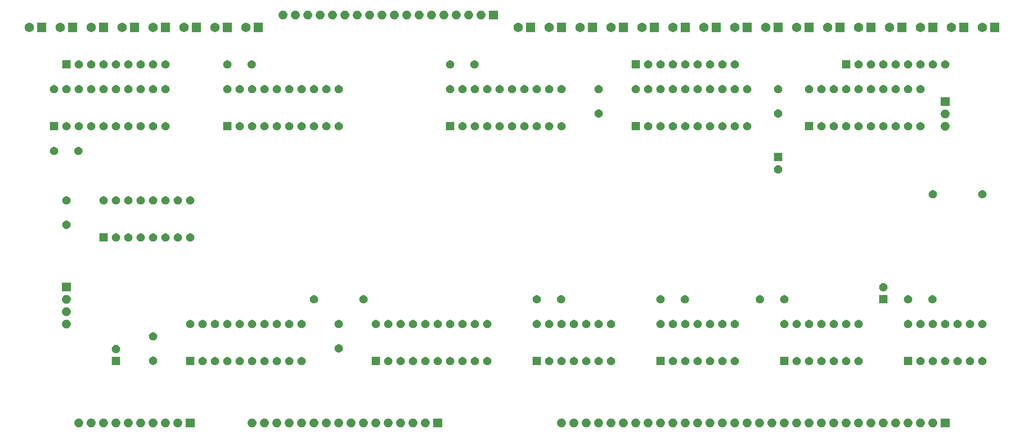
<source format=gbs>
G04 #@! TF.GenerationSoftware,KiCad,Pcbnew,(5.1.5)-3*
G04 #@! TF.CreationDate,2022-12-08T21:25:46-08:00*
G04 #@! TF.ProjectId,alu_res_flags,616c755f-7265-4735-9f66-6c6167732e6b,rev?*
G04 #@! TF.SameCoordinates,Original*
G04 #@! TF.FileFunction,Soldermask,Bot*
G04 #@! TF.FilePolarity,Negative*
%FSLAX46Y46*%
G04 Gerber Fmt 4.6, Leading zero omitted, Abs format (unit mm)*
G04 Created by KiCad (PCBNEW (5.1.5)-3) date 2022-12-08 21:25:46*
%MOMM*%
%LPD*%
G04 APERTURE LIST*
%ADD10C,0.100000*%
G04 APERTURE END LIST*
D10*
G36*
X205853512Y-148963927D02*
G01*
X206002812Y-148993624D01*
X206166784Y-149061544D01*
X206314354Y-149160147D01*
X206439853Y-149285646D01*
X206538456Y-149433216D01*
X206606376Y-149597188D01*
X206641000Y-149771259D01*
X206641000Y-149948741D01*
X206606376Y-150122812D01*
X206538456Y-150286784D01*
X206439853Y-150434354D01*
X206314354Y-150559853D01*
X206166784Y-150658456D01*
X206002812Y-150726376D01*
X205853512Y-150756073D01*
X205828742Y-150761000D01*
X205651258Y-150761000D01*
X205626488Y-150756073D01*
X205477188Y-150726376D01*
X205313216Y-150658456D01*
X205165646Y-150559853D01*
X205040147Y-150434354D01*
X204941544Y-150286784D01*
X204873624Y-150122812D01*
X204839000Y-149948741D01*
X204839000Y-149771259D01*
X204873624Y-149597188D01*
X204941544Y-149433216D01*
X205040147Y-149285646D01*
X205165646Y-149160147D01*
X205313216Y-149061544D01*
X205477188Y-148993624D01*
X205626488Y-148963927D01*
X205651258Y-148959000D01*
X205828742Y-148959000D01*
X205853512Y-148963927D01*
G37*
G36*
X208393512Y-148963927D02*
G01*
X208542812Y-148993624D01*
X208706784Y-149061544D01*
X208854354Y-149160147D01*
X208979853Y-149285646D01*
X209078456Y-149433216D01*
X209146376Y-149597188D01*
X209181000Y-149771259D01*
X209181000Y-149948741D01*
X209146376Y-150122812D01*
X209078456Y-150286784D01*
X208979853Y-150434354D01*
X208854354Y-150559853D01*
X208706784Y-150658456D01*
X208542812Y-150726376D01*
X208393512Y-150756073D01*
X208368742Y-150761000D01*
X208191258Y-150761000D01*
X208166488Y-150756073D01*
X208017188Y-150726376D01*
X207853216Y-150658456D01*
X207705646Y-150559853D01*
X207580147Y-150434354D01*
X207481544Y-150286784D01*
X207413624Y-150122812D01*
X207379000Y-149948741D01*
X207379000Y-149771259D01*
X207413624Y-149597188D01*
X207481544Y-149433216D01*
X207580147Y-149285646D01*
X207705646Y-149160147D01*
X207853216Y-149061544D01*
X208017188Y-148993624D01*
X208166488Y-148963927D01*
X208191258Y-148959000D01*
X208368742Y-148959000D01*
X208393512Y-148963927D01*
G37*
G36*
X242201000Y-150761000D02*
G01*
X240399000Y-150761000D01*
X240399000Y-148959000D01*
X242201000Y-148959000D01*
X242201000Y-150761000D01*
G37*
G36*
X238873512Y-148963927D02*
G01*
X239022812Y-148993624D01*
X239186784Y-149061544D01*
X239334354Y-149160147D01*
X239459853Y-149285646D01*
X239558456Y-149433216D01*
X239626376Y-149597188D01*
X239661000Y-149771259D01*
X239661000Y-149948741D01*
X239626376Y-150122812D01*
X239558456Y-150286784D01*
X239459853Y-150434354D01*
X239334354Y-150559853D01*
X239186784Y-150658456D01*
X239022812Y-150726376D01*
X238873512Y-150756073D01*
X238848742Y-150761000D01*
X238671258Y-150761000D01*
X238646488Y-150756073D01*
X238497188Y-150726376D01*
X238333216Y-150658456D01*
X238185646Y-150559853D01*
X238060147Y-150434354D01*
X237961544Y-150286784D01*
X237893624Y-150122812D01*
X237859000Y-149948741D01*
X237859000Y-149771259D01*
X237893624Y-149597188D01*
X237961544Y-149433216D01*
X238060147Y-149285646D01*
X238185646Y-149160147D01*
X238333216Y-149061544D01*
X238497188Y-148993624D01*
X238646488Y-148963927D01*
X238671258Y-148959000D01*
X238848742Y-148959000D01*
X238873512Y-148963927D01*
G37*
G36*
X236333512Y-148963927D02*
G01*
X236482812Y-148993624D01*
X236646784Y-149061544D01*
X236794354Y-149160147D01*
X236919853Y-149285646D01*
X237018456Y-149433216D01*
X237086376Y-149597188D01*
X237121000Y-149771259D01*
X237121000Y-149948741D01*
X237086376Y-150122812D01*
X237018456Y-150286784D01*
X236919853Y-150434354D01*
X236794354Y-150559853D01*
X236646784Y-150658456D01*
X236482812Y-150726376D01*
X236333512Y-150756073D01*
X236308742Y-150761000D01*
X236131258Y-150761000D01*
X236106488Y-150756073D01*
X235957188Y-150726376D01*
X235793216Y-150658456D01*
X235645646Y-150559853D01*
X235520147Y-150434354D01*
X235421544Y-150286784D01*
X235353624Y-150122812D01*
X235319000Y-149948741D01*
X235319000Y-149771259D01*
X235353624Y-149597188D01*
X235421544Y-149433216D01*
X235520147Y-149285646D01*
X235645646Y-149160147D01*
X235793216Y-149061544D01*
X235957188Y-148993624D01*
X236106488Y-148963927D01*
X236131258Y-148959000D01*
X236308742Y-148959000D01*
X236333512Y-148963927D01*
G37*
G36*
X233793512Y-148963927D02*
G01*
X233942812Y-148993624D01*
X234106784Y-149061544D01*
X234254354Y-149160147D01*
X234379853Y-149285646D01*
X234478456Y-149433216D01*
X234546376Y-149597188D01*
X234581000Y-149771259D01*
X234581000Y-149948741D01*
X234546376Y-150122812D01*
X234478456Y-150286784D01*
X234379853Y-150434354D01*
X234254354Y-150559853D01*
X234106784Y-150658456D01*
X233942812Y-150726376D01*
X233793512Y-150756073D01*
X233768742Y-150761000D01*
X233591258Y-150761000D01*
X233566488Y-150756073D01*
X233417188Y-150726376D01*
X233253216Y-150658456D01*
X233105646Y-150559853D01*
X232980147Y-150434354D01*
X232881544Y-150286784D01*
X232813624Y-150122812D01*
X232779000Y-149948741D01*
X232779000Y-149771259D01*
X232813624Y-149597188D01*
X232881544Y-149433216D01*
X232980147Y-149285646D01*
X233105646Y-149160147D01*
X233253216Y-149061544D01*
X233417188Y-148993624D01*
X233566488Y-148963927D01*
X233591258Y-148959000D01*
X233768742Y-148959000D01*
X233793512Y-148963927D01*
G37*
G36*
X231253512Y-148963927D02*
G01*
X231402812Y-148993624D01*
X231566784Y-149061544D01*
X231714354Y-149160147D01*
X231839853Y-149285646D01*
X231938456Y-149433216D01*
X232006376Y-149597188D01*
X232041000Y-149771259D01*
X232041000Y-149948741D01*
X232006376Y-150122812D01*
X231938456Y-150286784D01*
X231839853Y-150434354D01*
X231714354Y-150559853D01*
X231566784Y-150658456D01*
X231402812Y-150726376D01*
X231253512Y-150756073D01*
X231228742Y-150761000D01*
X231051258Y-150761000D01*
X231026488Y-150756073D01*
X230877188Y-150726376D01*
X230713216Y-150658456D01*
X230565646Y-150559853D01*
X230440147Y-150434354D01*
X230341544Y-150286784D01*
X230273624Y-150122812D01*
X230239000Y-149948741D01*
X230239000Y-149771259D01*
X230273624Y-149597188D01*
X230341544Y-149433216D01*
X230440147Y-149285646D01*
X230565646Y-149160147D01*
X230713216Y-149061544D01*
X230877188Y-148993624D01*
X231026488Y-148963927D01*
X231051258Y-148959000D01*
X231228742Y-148959000D01*
X231253512Y-148963927D01*
G37*
G36*
X228713512Y-148963927D02*
G01*
X228862812Y-148993624D01*
X229026784Y-149061544D01*
X229174354Y-149160147D01*
X229299853Y-149285646D01*
X229398456Y-149433216D01*
X229466376Y-149597188D01*
X229501000Y-149771259D01*
X229501000Y-149948741D01*
X229466376Y-150122812D01*
X229398456Y-150286784D01*
X229299853Y-150434354D01*
X229174354Y-150559853D01*
X229026784Y-150658456D01*
X228862812Y-150726376D01*
X228713512Y-150756073D01*
X228688742Y-150761000D01*
X228511258Y-150761000D01*
X228486488Y-150756073D01*
X228337188Y-150726376D01*
X228173216Y-150658456D01*
X228025646Y-150559853D01*
X227900147Y-150434354D01*
X227801544Y-150286784D01*
X227733624Y-150122812D01*
X227699000Y-149948741D01*
X227699000Y-149771259D01*
X227733624Y-149597188D01*
X227801544Y-149433216D01*
X227900147Y-149285646D01*
X228025646Y-149160147D01*
X228173216Y-149061544D01*
X228337188Y-148993624D01*
X228486488Y-148963927D01*
X228511258Y-148959000D01*
X228688742Y-148959000D01*
X228713512Y-148963927D01*
G37*
G36*
X226173512Y-148963927D02*
G01*
X226322812Y-148993624D01*
X226486784Y-149061544D01*
X226634354Y-149160147D01*
X226759853Y-149285646D01*
X226858456Y-149433216D01*
X226926376Y-149597188D01*
X226961000Y-149771259D01*
X226961000Y-149948741D01*
X226926376Y-150122812D01*
X226858456Y-150286784D01*
X226759853Y-150434354D01*
X226634354Y-150559853D01*
X226486784Y-150658456D01*
X226322812Y-150726376D01*
X226173512Y-150756073D01*
X226148742Y-150761000D01*
X225971258Y-150761000D01*
X225946488Y-150756073D01*
X225797188Y-150726376D01*
X225633216Y-150658456D01*
X225485646Y-150559853D01*
X225360147Y-150434354D01*
X225261544Y-150286784D01*
X225193624Y-150122812D01*
X225159000Y-149948741D01*
X225159000Y-149771259D01*
X225193624Y-149597188D01*
X225261544Y-149433216D01*
X225360147Y-149285646D01*
X225485646Y-149160147D01*
X225633216Y-149061544D01*
X225797188Y-148993624D01*
X225946488Y-148963927D01*
X225971258Y-148959000D01*
X226148742Y-148959000D01*
X226173512Y-148963927D01*
G37*
G36*
X223633512Y-148963927D02*
G01*
X223782812Y-148993624D01*
X223946784Y-149061544D01*
X224094354Y-149160147D01*
X224219853Y-149285646D01*
X224318456Y-149433216D01*
X224386376Y-149597188D01*
X224421000Y-149771259D01*
X224421000Y-149948741D01*
X224386376Y-150122812D01*
X224318456Y-150286784D01*
X224219853Y-150434354D01*
X224094354Y-150559853D01*
X223946784Y-150658456D01*
X223782812Y-150726376D01*
X223633512Y-150756073D01*
X223608742Y-150761000D01*
X223431258Y-150761000D01*
X223406488Y-150756073D01*
X223257188Y-150726376D01*
X223093216Y-150658456D01*
X222945646Y-150559853D01*
X222820147Y-150434354D01*
X222721544Y-150286784D01*
X222653624Y-150122812D01*
X222619000Y-149948741D01*
X222619000Y-149771259D01*
X222653624Y-149597188D01*
X222721544Y-149433216D01*
X222820147Y-149285646D01*
X222945646Y-149160147D01*
X223093216Y-149061544D01*
X223257188Y-148993624D01*
X223406488Y-148963927D01*
X223431258Y-148959000D01*
X223608742Y-148959000D01*
X223633512Y-148963927D01*
G37*
G36*
X221093512Y-148963927D02*
G01*
X221242812Y-148993624D01*
X221406784Y-149061544D01*
X221554354Y-149160147D01*
X221679853Y-149285646D01*
X221778456Y-149433216D01*
X221846376Y-149597188D01*
X221881000Y-149771259D01*
X221881000Y-149948741D01*
X221846376Y-150122812D01*
X221778456Y-150286784D01*
X221679853Y-150434354D01*
X221554354Y-150559853D01*
X221406784Y-150658456D01*
X221242812Y-150726376D01*
X221093512Y-150756073D01*
X221068742Y-150761000D01*
X220891258Y-150761000D01*
X220866488Y-150756073D01*
X220717188Y-150726376D01*
X220553216Y-150658456D01*
X220405646Y-150559853D01*
X220280147Y-150434354D01*
X220181544Y-150286784D01*
X220113624Y-150122812D01*
X220079000Y-149948741D01*
X220079000Y-149771259D01*
X220113624Y-149597188D01*
X220181544Y-149433216D01*
X220280147Y-149285646D01*
X220405646Y-149160147D01*
X220553216Y-149061544D01*
X220717188Y-148993624D01*
X220866488Y-148963927D01*
X220891258Y-148959000D01*
X221068742Y-148959000D01*
X221093512Y-148963927D01*
G37*
G36*
X218553512Y-148963927D02*
G01*
X218702812Y-148993624D01*
X218866784Y-149061544D01*
X219014354Y-149160147D01*
X219139853Y-149285646D01*
X219238456Y-149433216D01*
X219306376Y-149597188D01*
X219341000Y-149771259D01*
X219341000Y-149948741D01*
X219306376Y-150122812D01*
X219238456Y-150286784D01*
X219139853Y-150434354D01*
X219014354Y-150559853D01*
X218866784Y-150658456D01*
X218702812Y-150726376D01*
X218553512Y-150756073D01*
X218528742Y-150761000D01*
X218351258Y-150761000D01*
X218326488Y-150756073D01*
X218177188Y-150726376D01*
X218013216Y-150658456D01*
X217865646Y-150559853D01*
X217740147Y-150434354D01*
X217641544Y-150286784D01*
X217573624Y-150122812D01*
X217539000Y-149948741D01*
X217539000Y-149771259D01*
X217573624Y-149597188D01*
X217641544Y-149433216D01*
X217740147Y-149285646D01*
X217865646Y-149160147D01*
X218013216Y-149061544D01*
X218177188Y-148993624D01*
X218326488Y-148963927D01*
X218351258Y-148959000D01*
X218528742Y-148959000D01*
X218553512Y-148963927D01*
G37*
G36*
X216013512Y-148963927D02*
G01*
X216162812Y-148993624D01*
X216326784Y-149061544D01*
X216474354Y-149160147D01*
X216599853Y-149285646D01*
X216698456Y-149433216D01*
X216766376Y-149597188D01*
X216801000Y-149771259D01*
X216801000Y-149948741D01*
X216766376Y-150122812D01*
X216698456Y-150286784D01*
X216599853Y-150434354D01*
X216474354Y-150559853D01*
X216326784Y-150658456D01*
X216162812Y-150726376D01*
X216013512Y-150756073D01*
X215988742Y-150761000D01*
X215811258Y-150761000D01*
X215786488Y-150756073D01*
X215637188Y-150726376D01*
X215473216Y-150658456D01*
X215325646Y-150559853D01*
X215200147Y-150434354D01*
X215101544Y-150286784D01*
X215033624Y-150122812D01*
X214999000Y-149948741D01*
X214999000Y-149771259D01*
X215033624Y-149597188D01*
X215101544Y-149433216D01*
X215200147Y-149285646D01*
X215325646Y-149160147D01*
X215473216Y-149061544D01*
X215637188Y-148993624D01*
X215786488Y-148963927D01*
X215811258Y-148959000D01*
X215988742Y-148959000D01*
X216013512Y-148963927D01*
G37*
G36*
X213473512Y-148963927D02*
G01*
X213622812Y-148993624D01*
X213786784Y-149061544D01*
X213934354Y-149160147D01*
X214059853Y-149285646D01*
X214158456Y-149433216D01*
X214226376Y-149597188D01*
X214261000Y-149771259D01*
X214261000Y-149948741D01*
X214226376Y-150122812D01*
X214158456Y-150286784D01*
X214059853Y-150434354D01*
X213934354Y-150559853D01*
X213786784Y-150658456D01*
X213622812Y-150726376D01*
X213473512Y-150756073D01*
X213448742Y-150761000D01*
X213271258Y-150761000D01*
X213246488Y-150756073D01*
X213097188Y-150726376D01*
X212933216Y-150658456D01*
X212785646Y-150559853D01*
X212660147Y-150434354D01*
X212561544Y-150286784D01*
X212493624Y-150122812D01*
X212459000Y-149948741D01*
X212459000Y-149771259D01*
X212493624Y-149597188D01*
X212561544Y-149433216D01*
X212660147Y-149285646D01*
X212785646Y-149160147D01*
X212933216Y-149061544D01*
X213097188Y-148993624D01*
X213246488Y-148963927D01*
X213271258Y-148959000D01*
X213448742Y-148959000D01*
X213473512Y-148963927D01*
G37*
G36*
X210933512Y-148963927D02*
G01*
X211082812Y-148993624D01*
X211246784Y-149061544D01*
X211394354Y-149160147D01*
X211519853Y-149285646D01*
X211618456Y-149433216D01*
X211686376Y-149597188D01*
X211721000Y-149771259D01*
X211721000Y-149948741D01*
X211686376Y-150122812D01*
X211618456Y-150286784D01*
X211519853Y-150434354D01*
X211394354Y-150559853D01*
X211246784Y-150658456D01*
X211082812Y-150726376D01*
X210933512Y-150756073D01*
X210908742Y-150761000D01*
X210731258Y-150761000D01*
X210706488Y-150756073D01*
X210557188Y-150726376D01*
X210393216Y-150658456D01*
X210245646Y-150559853D01*
X210120147Y-150434354D01*
X210021544Y-150286784D01*
X209953624Y-150122812D01*
X209919000Y-149948741D01*
X209919000Y-149771259D01*
X209953624Y-149597188D01*
X210021544Y-149433216D01*
X210120147Y-149285646D01*
X210245646Y-149160147D01*
X210393216Y-149061544D01*
X210557188Y-148993624D01*
X210706488Y-148963927D01*
X210731258Y-148959000D01*
X210908742Y-148959000D01*
X210933512Y-148963927D01*
G37*
G36*
X167753512Y-148963927D02*
G01*
X167902812Y-148993624D01*
X168066784Y-149061544D01*
X168214354Y-149160147D01*
X168339853Y-149285646D01*
X168438456Y-149433216D01*
X168506376Y-149597188D01*
X168541000Y-149771259D01*
X168541000Y-149948741D01*
X168506376Y-150122812D01*
X168438456Y-150286784D01*
X168339853Y-150434354D01*
X168214354Y-150559853D01*
X168066784Y-150658456D01*
X167902812Y-150726376D01*
X167753512Y-150756073D01*
X167728742Y-150761000D01*
X167551258Y-150761000D01*
X167526488Y-150756073D01*
X167377188Y-150726376D01*
X167213216Y-150658456D01*
X167065646Y-150559853D01*
X166940147Y-150434354D01*
X166841544Y-150286784D01*
X166773624Y-150122812D01*
X166739000Y-149948741D01*
X166739000Y-149771259D01*
X166773624Y-149597188D01*
X166841544Y-149433216D01*
X166940147Y-149285646D01*
X167065646Y-149160147D01*
X167213216Y-149061544D01*
X167377188Y-148993624D01*
X167526488Y-148963927D01*
X167551258Y-148959000D01*
X167728742Y-148959000D01*
X167753512Y-148963927D01*
G37*
G36*
X203313512Y-148963927D02*
G01*
X203462812Y-148993624D01*
X203626784Y-149061544D01*
X203774354Y-149160147D01*
X203899853Y-149285646D01*
X203998456Y-149433216D01*
X204066376Y-149597188D01*
X204101000Y-149771259D01*
X204101000Y-149948741D01*
X204066376Y-150122812D01*
X203998456Y-150286784D01*
X203899853Y-150434354D01*
X203774354Y-150559853D01*
X203626784Y-150658456D01*
X203462812Y-150726376D01*
X203313512Y-150756073D01*
X203288742Y-150761000D01*
X203111258Y-150761000D01*
X203086488Y-150756073D01*
X202937188Y-150726376D01*
X202773216Y-150658456D01*
X202625646Y-150559853D01*
X202500147Y-150434354D01*
X202401544Y-150286784D01*
X202333624Y-150122812D01*
X202299000Y-149948741D01*
X202299000Y-149771259D01*
X202333624Y-149597188D01*
X202401544Y-149433216D01*
X202500147Y-149285646D01*
X202625646Y-149160147D01*
X202773216Y-149061544D01*
X202937188Y-148993624D01*
X203086488Y-148963927D01*
X203111258Y-148959000D01*
X203288742Y-148959000D01*
X203313512Y-148963927D01*
G37*
G36*
X200773512Y-148963927D02*
G01*
X200922812Y-148993624D01*
X201086784Y-149061544D01*
X201234354Y-149160147D01*
X201359853Y-149285646D01*
X201458456Y-149433216D01*
X201526376Y-149597188D01*
X201561000Y-149771259D01*
X201561000Y-149948741D01*
X201526376Y-150122812D01*
X201458456Y-150286784D01*
X201359853Y-150434354D01*
X201234354Y-150559853D01*
X201086784Y-150658456D01*
X200922812Y-150726376D01*
X200773512Y-150756073D01*
X200748742Y-150761000D01*
X200571258Y-150761000D01*
X200546488Y-150756073D01*
X200397188Y-150726376D01*
X200233216Y-150658456D01*
X200085646Y-150559853D01*
X199960147Y-150434354D01*
X199861544Y-150286784D01*
X199793624Y-150122812D01*
X199759000Y-149948741D01*
X199759000Y-149771259D01*
X199793624Y-149597188D01*
X199861544Y-149433216D01*
X199960147Y-149285646D01*
X200085646Y-149160147D01*
X200233216Y-149061544D01*
X200397188Y-148993624D01*
X200546488Y-148963927D01*
X200571258Y-148959000D01*
X200748742Y-148959000D01*
X200773512Y-148963927D01*
G37*
G36*
X198233512Y-148963927D02*
G01*
X198382812Y-148993624D01*
X198546784Y-149061544D01*
X198694354Y-149160147D01*
X198819853Y-149285646D01*
X198918456Y-149433216D01*
X198986376Y-149597188D01*
X199021000Y-149771259D01*
X199021000Y-149948741D01*
X198986376Y-150122812D01*
X198918456Y-150286784D01*
X198819853Y-150434354D01*
X198694354Y-150559853D01*
X198546784Y-150658456D01*
X198382812Y-150726376D01*
X198233512Y-150756073D01*
X198208742Y-150761000D01*
X198031258Y-150761000D01*
X198006488Y-150756073D01*
X197857188Y-150726376D01*
X197693216Y-150658456D01*
X197545646Y-150559853D01*
X197420147Y-150434354D01*
X197321544Y-150286784D01*
X197253624Y-150122812D01*
X197219000Y-149948741D01*
X197219000Y-149771259D01*
X197253624Y-149597188D01*
X197321544Y-149433216D01*
X197420147Y-149285646D01*
X197545646Y-149160147D01*
X197693216Y-149061544D01*
X197857188Y-148993624D01*
X198006488Y-148963927D01*
X198031258Y-148959000D01*
X198208742Y-148959000D01*
X198233512Y-148963927D01*
G37*
G36*
X195693512Y-148963927D02*
G01*
X195842812Y-148993624D01*
X196006784Y-149061544D01*
X196154354Y-149160147D01*
X196279853Y-149285646D01*
X196378456Y-149433216D01*
X196446376Y-149597188D01*
X196481000Y-149771259D01*
X196481000Y-149948741D01*
X196446376Y-150122812D01*
X196378456Y-150286784D01*
X196279853Y-150434354D01*
X196154354Y-150559853D01*
X196006784Y-150658456D01*
X195842812Y-150726376D01*
X195693512Y-150756073D01*
X195668742Y-150761000D01*
X195491258Y-150761000D01*
X195466488Y-150756073D01*
X195317188Y-150726376D01*
X195153216Y-150658456D01*
X195005646Y-150559853D01*
X194880147Y-150434354D01*
X194781544Y-150286784D01*
X194713624Y-150122812D01*
X194679000Y-149948741D01*
X194679000Y-149771259D01*
X194713624Y-149597188D01*
X194781544Y-149433216D01*
X194880147Y-149285646D01*
X195005646Y-149160147D01*
X195153216Y-149061544D01*
X195317188Y-148993624D01*
X195466488Y-148963927D01*
X195491258Y-148959000D01*
X195668742Y-148959000D01*
X195693512Y-148963927D01*
G37*
G36*
X193153512Y-148963927D02*
G01*
X193302812Y-148993624D01*
X193466784Y-149061544D01*
X193614354Y-149160147D01*
X193739853Y-149285646D01*
X193838456Y-149433216D01*
X193906376Y-149597188D01*
X193941000Y-149771259D01*
X193941000Y-149948741D01*
X193906376Y-150122812D01*
X193838456Y-150286784D01*
X193739853Y-150434354D01*
X193614354Y-150559853D01*
X193466784Y-150658456D01*
X193302812Y-150726376D01*
X193153512Y-150756073D01*
X193128742Y-150761000D01*
X192951258Y-150761000D01*
X192926488Y-150756073D01*
X192777188Y-150726376D01*
X192613216Y-150658456D01*
X192465646Y-150559853D01*
X192340147Y-150434354D01*
X192241544Y-150286784D01*
X192173624Y-150122812D01*
X192139000Y-149948741D01*
X192139000Y-149771259D01*
X192173624Y-149597188D01*
X192241544Y-149433216D01*
X192340147Y-149285646D01*
X192465646Y-149160147D01*
X192613216Y-149061544D01*
X192777188Y-148993624D01*
X192926488Y-148963927D01*
X192951258Y-148959000D01*
X193128742Y-148959000D01*
X193153512Y-148963927D01*
G37*
G36*
X190613512Y-148963927D02*
G01*
X190762812Y-148993624D01*
X190926784Y-149061544D01*
X191074354Y-149160147D01*
X191199853Y-149285646D01*
X191298456Y-149433216D01*
X191366376Y-149597188D01*
X191401000Y-149771259D01*
X191401000Y-149948741D01*
X191366376Y-150122812D01*
X191298456Y-150286784D01*
X191199853Y-150434354D01*
X191074354Y-150559853D01*
X190926784Y-150658456D01*
X190762812Y-150726376D01*
X190613512Y-150756073D01*
X190588742Y-150761000D01*
X190411258Y-150761000D01*
X190386488Y-150756073D01*
X190237188Y-150726376D01*
X190073216Y-150658456D01*
X189925646Y-150559853D01*
X189800147Y-150434354D01*
X189701544Y-150286784D01*
X189633624Y-150122812D01*
X189599000Y-149948741D01*
X189599000Y-149771259D01*
X189633624Y-149597188D01*
X189701544Y-149433216D01*
X189800147Y-149285646D01*
X189925646Y-149160147D01*
X190073216Y-149061544D01*
X190237188Y-148993624D01*
X190386488Y-148963927D01*
X190411258Y-148959000D01*
X190588742Y-148959000D01*
X190613512Y-148963927D01*
G37*
G36*
X188073512Y-148963927D02*
G01*
X188222812Y-148993624D01*
X188386784Y-149061544D01*
X188534354Y-149160147D01*
X188659853Y-149285646D01*
X188758456Y-149433216D01*
X188826376Y-149597188D01*
X188861000Y-149771259D01*
X188861000Y-149948741D01*
X188826376Y-150122812D01*
X188758456Y-150286784D01*
X188659853Y-150434354D01*
X188534354Y-150559853D01*
X188386784Y-150658456D01*
X188222812Y-150726376D01*
X188073512Y-150756073D01*
X188048742Y-150761000D01*
X187871258Y-150761000D01*
X187846488Y-150756073D01*
X187697188Y-150726376D01*
X187533216Y-150658456D01*
X187385646Y-150559853D01*
X187260147Y-150434354D01*
X187161544Y-150286784D01*
X187093624Y-150122812D01*
X187059000Y-149948741D01*
X187059000Y-149771259D01*
X187093624Y-149597188D01*
X187161544Y-149433216D01*
X187260147Y-149285646D01*
X187385646Y-149160147D01*
X187533216Y-149061544D01*
X187697188Y-148993624D01*
X187846488Y-148963927D01*
X187871258Y-148959000D01*
X188048742Y-148959000D01*
X188073512Y-148963927D01*
G37*
G36*
X185533512Y-148963927D02*
G01*
X185682812Y-148993624D01*
X185846784Y-149061544D01*
X185994354Y-149160147D01*
X186119853Y-149285646D01*
X186218456Y-149433216D01*
X186286376Y-149597188D01*
X186321000Y-149771259D01*
X186321000Y-149948741D01*
X186286376Y-150122812D01*
X186218456Y-150286784D01*
X186119853Y-150434354D01*
X185994354Y-150559853D01*
X185846784Y-150658456D01*
X185682812Y-150726376D01*
X185533512Y-150756073D01*
X185508742Y-150761000D01*
X185331258Y-150761000D01*
X185306488Y-150756073D01*
X185157188Y-150726376D01*
X184993216Y-150658456D01*
X184845646Y-150559853D01*
X184720147Y-150434354D01*
X184621544Y-150286784D01*
X184553624Y-150122812D01*
X184519000Y-149948741D01*
X184519000Y-149771259D01*
X184553624Y-149597188D01*
X184621544Y-149433216D01*
X184720147Y-149285646D01*
X184845646Y-149160147D01*
X184993216Y-149061544D01*
X185157188Y-148993624D01*
X185306488Y-148963927D01*
X185331258Y-148959000D01*
X185508742Y-148959000D01*
X185533512Y-148963927D01*
G37*
G36*
X182993512Y-148963927D02*
G01*
X183142812Y-148993624D01*
X183306784Y-149061544D01*
X183454354Y-149160147D01*
X183579853Y-149285646D01*
X183678456Y-149433216D01*
X183746376Y-149597188D01*
X183781000Y-149771259D01*
X183781000Y-149948741D01*
X183746376Y-150122812D01*
X183678456Y-150286784D01*
X183579853Y-150434354D01*
X183454354Y-150559853D01*
X183306784Y-150658456D01*
X183142812Y-150726376D01*
X182993512Y-150756073D01*
X182968742Y-150761000D01*
X182791258Y-150761000D01*
X182766488Y-150756073D01*
X182617188Y-150726376D01*
X182453216Y-150658456D01*
X182305646Y-150559853D01*
X182180147Y-150434354D01*
X182081544Y-150286784D01*
X182013624Y-150122812D01*
X181979000Y-149948741D01*
X181979000Y-149771259D01*
X182013624Y-149597188D01*
X182081544Y-149433216D01*
X182180147Y-149285646D01*
X182305646Y-149160147D01*
X182453216Y-149061544D01*
X182617188Y-148993624D01*
X182766488Y-148963927D01*
X182791258Y-148959000D01*
X182968742Y-148959000D01*
X182993512Y-148963927D01*
G37*
G36*
X180453512Y-148963927D02*
G01*
X180602812Y-148993624D01*
X180766784Y-149061544D01*
X180914354Y-149160147D01*
X181039853Y-149285646D01*
X181138456Y-149433216D01*
X181206376Y-149597188D01*
X181241000Y-149771259D01*
X181241000Y-149948741D01*
X181206376Y-150122812D01*
X181138456Y-150286784D01*
X181039853Y-150434354D01*
X180914354Y-150559853D01*
X180766784Y-150658456D01*
X180602812Y-150726376D01*
X180453512Y-150756073D01*
X180428742Y-150761000D01*
X180251258Y-150761000D01*
X180226488Y-150756073D01*
X180077188Y-150726376D01*
X179913216Y-150658456D01*
X179765646Y-150559853D01*
X179640147Y-150434354D01*
X179541544Y-150286784D01*
X179473624Y-150122812D01*
X179439000Y-149948741D01*
X179439000Y-149771259D01*
X179473624Y-149597188D01*
X179541544Y-149433216D01*
X179640147Y-149285646D01*
X179765646Y-149160147D01*
X179913216Y-149061544D01*
X180077188Y-148993624D01*
X180226488Y-148963927D01*
X180251258Y-148959000D01*
X180428742Y-148959000D01*
X180453512Y-148963927D01*
G37*
G36*
X177913512Y-148963927D02*
G01*
X178062812Y-148993624D01*
X178226784Y-149061544D01*
X178374354Y-149160147D01*
X178499853Y-149285646D01*
X178598456Y-149433216D01*
X178666376Y-149597188D01*
X178701000Y-149771259D01*
X178701000Y-149948741D01*
X178666376Y-150122812D01*
X178598456Y-150286784D01*
X178499853Y-150434354D01*
X178374354Y-150559853D01*
X178226784Y-150658456D01*
X178062812Y-150726376D01*
X177913512Y-150756073D01*
X177888742Y-150761000D01*
X177711258Y-150761000D01*
X177686488Y-150756073D01*
X177537188Y-150726376D01*
X177373216Y-150658456D01*
X177225646Y-150559853D01*
X177100147Y-150434354D01*
X177001544Y-150286784D01*
X176933624Y-150122812D01*
X176899000Y-149948741D01*
X176899000Y-149771259D01*
X176933624Y-149597188D01*
X177001544Y-149433216D01*
X177100147Y-149285646D01*
X177225646Y-149160147D01*
X177373216Y-149061544D01*
X177537188Y-148993624D01*
X177686488Y-148963927D01*
X177711258Y-148959000D01*
X177888742Y-148959000D01*
X177913512Y-148963927D01*
G37*
G36*
X175373512Y-148963927D02*
G01*
X175522812Y-148993624D01*
X175686784Y-149061544D01*
X175834354Y-149160147D01*
X175959853Y-149285646D01*
X176058456Y-149433216D01*
X176126376Y-149597188D01*
X176161000Y-149771259D01*
X176161000Y-149948741D01*
X176126376Y-150122812D01*
X176058456Y-150286784D01*
X175959853Y-150434354D01*
X175834354Y-150559853D01*
X175686784Y-150658456D01*
X175522812Y-150726376D01*
X175373512Y-150756073D01*
X175348742Y-150761000D01*
X175171258Y-150761000D01*
X175146488Y-150756073D01*
X174997188Y-150726376D01*
X174833216Y-150658456D01*
X174685646Y-150559853D01*
X174560147Y-150434354D01*
X174461544Y-150286784D01*
X174393624Y-150122812D01*
X174359000Y-149948741D01*
X174359000Y-149771259D01*
X174393624Y-149597188D01*
X174461544Y-149433216D01*
X174560147Y-149285646D01*
X174685646Y-149160147D01*
X174833216Y-149061544D01*
X174997188Y-148993624D01*
X175146488Y-148963927D01*
X175171258Y-148959000D01*
X175348742Y-148959000D01*
X175373512Y-148963927D01*
G37*
G36*
X172833512Y-148963927D02*
G01*
X172982812Y-148993624D01*
X173146784Y-149061544D01*
X173294354Y-149160147D01*
X173419853Y-149285646D01*
X173518456Y-149433216D01*
X173586376Y-149597188D01*
X173621000Y-149771259D01*
X173621000Y-149948741D01*
X173586376Y-150122812D01*
X173518456Y-150286784D01*
X173419853Y-150434354D01*
X173294354Y-150559853D01*
X173146784Y-150658456D01*
X172982812Y-150726376D01*
X172833512Y-150756073D01*
X172808742Y-150761000D01*
X172631258Y-150761000D01*
X172606488Y-150756073D01*
X172457188Y-150726376D01*
X172293216Y-150658456D01*
X172145646Y-150559853D01*
X172020147Y-150434354D01*
X171921544Y-150286784D01*
X171853624Y-150122812D01*
X171819000Y-149948741D01*
X171819000Y-149771259D01*
X171853624Y-149597188D01*
X171921544Y-149433216D01*
X172020147Y-149285646D01*
X172145646Y-149160147D01*
X172293216Y-149061544D01*
X172457188Y-148993624D01*
X172606488Y-148963927D01*
X172631258Y-148959000D01*
X172808742Y-148959000D01*
X172833512Y-148963927D01*
G37*
G36*
X109333512Y-148963927D02*
G01*
X109482812Y-148993624D01*
X109646784Y-149061544D01*
X109794354Y-149160147D01*
X109919853Y-149285646D01*
X110018456Y-149433216D01*
X110086376Y-149597188D01*
X110121000Y-149771259D01*
X110121000Y-149948741D01*
X110086376Y-150122812D01*
X110018456Y-150286784D01*
X109919853Y-150434354D01*
X109794354Y-150559853D01*
X109646784Y-150658456D01*
X109482812Y-150726376D01*
X109333512Y-150756073D01*
X109308742Y-150761000D01*
X109131258Y-150761000D01*
X109106488Y-150756073D01*
X108957188Y-150726376D01*
X108793216Y-150658456D01*
X108645646Y-150559853D01*
X108520147Y-150434354D01*
X108421544Y-150286784D01*
X108353624Y-150122812D01*
X108319000Y-149948741D01*
X108319000Y-149771259D01*
X108353624Y-149597188D01*
X108421544Y-149433216D01*
X108520147Y-149285646D01*
X108645646Y-149160147D01*
X108793216Y-149061544D01*
X108957188Y-148993624D01*
X109106488Y-148963927D01*
X109131258Y-148959000D01*
X109308742Y-148959000D01*
X109333512Y-148963927D01*
G37*
G36*
X66153512Y-148963927D02*
G01*
X66302812Y-148993624D01*
X66466784Y-149061544D01*
X66614354Y-149160147D01*
X66739853Y-149285646D01*
X66838456Y-149433216D01*
X66906376Y-149597188D01*
X66941000Y-149771259D01*
X66941000Y-149948741D01*
X66906376Y-150122812D01*
X66838456Y-150286784D01*
X66739853Y-150434354D01*
X66614354Y-150559853D01*
X66466784Y-150658456D01*
X66302812Y-150726376D01*
X66153512Y-150756073D01*
X66128742Y-150761000D01*
X65951258Y-150761000D01*
X65926488Y-150756073D01*
X65777188Y-150726376D01*
X65613216Y-150658456D01*
X65465646Y-150559853D01*
X65340147Y-150434354D01*
X65241544Y-150286784D01*
X65173624Y-150122812D01*
X65139000Y-149948741D01*
X65139000Y-149771259D01*
X65173624Y-149597188D01*
X65241544Y-149433216D01*
X65340147Y-149285646D01*
X65465646Y-149160147D01*
X65613216Y-149061544D01*
X65777188Y-148993624D01*
X65926488Y-148963927D01*
X65951258Y-148959000D01*
X66128742Y-148959000D01*
X66153512Y-148963927D01*
G37*
G36*
X165213512Y-148963927D02*
G01*
X165362812Y-148993624D01*
X165526784Y-149061544D01*
X165674354Y-149160147D01*
X165799853Y-149285646D01*
X165898456Y-149433216D01*
X165966376Y-149597188D01*
X166001000Y-149771259D01*
X166001000Y-149948741D01*
X165966376Y-150122812D01*
X165898456Y-150286784D01*
X165799853Y-150434354D01*
X165674354Y-150559853D01*
X165526784Y-150658456D01*
X165362812Y-150726376D01*
X165213512Y-150756073D01*
X165188742Y-150761000D01*
X165011258Y-150761000D01*
X164986488Y-150756073D01*
X164837188Y-150726376D01*
X164673216Y-150658456D01*
X164525646Y-150559853D01*
X164400147Y-150434354D01*
X164301544Y-150286784D01*
X164233624Y-150122812D01*
X164199000Y-149948741D01*
X164199000Y-149771259D01*
X164233624Y-149597188D01*
X164301544Y-149433216D01*
X164400147Y-149285646D01*
X164525646Y-149160147D01*
X164673216Y-149061544D01*
X164837188Y-148993624D01*
X164986488Y-148963927D01*
X165011258Y-148959000D01*
X165188742Y-148959000D01*
X165213512Y-148963927D01*
G37*
G36*
X162673512Y-148963927D02*
G01*
X162822812Y-148993624D01*
X162986784Y-149061544D01*
X163134354Y-149160147D01*
X163259853Y-149285646D01*
X163358456Y-149433216D01*
X163426376Y-149597188D01*
X163461000Y-149771259D01*
X163461000Y-149948741D01*
X163426376Y-150122812D01*
X163358456Y-150286784D01*
X163259853Y-150434354D01*
X163134354Y-150559853D01*
X162986784Y-150658456D01*
X162822812Y-150726376D01*
X162673512Y-150756073D01*
X162648742Y-150761000D01*
X162471258Y-150761000D01*
X162446488Y-150756073D01*
X162297188Y-150726376D01*
X162133216Y-150658456D01*
X161985646Y-150559853D01*
X161860147Y-150434354D01*
X161761544Y-150286784D01*
X161693624Y-150122812D01*
X161659000Y-149948741D01*
X161659000Y-149771259D01*
X161693624Y-149597188D01*
X161761544Y-149433216D01*
X161860147Y-149285646D01*
X161985646Y-149160147D01*
X162133216Y-149061544D01*
X162297188Y-148993624D01*
X162446488Y-148963927D01*
X162471258Y-148959000D01*
X162648742Y-148959000D01*
X162673512Y-148963927D01*
G37*
G36*
X138061000Y-150761000D02*
G01*
X136259000Y-150761000D01*
X136259000Y-148959000D01*
X138061000Y-148959000D01*
X138061000Y-150761000D01*
G37*
G36*
X134733512Y-148963927D02*
G01*
X134882812Y-148993624D01*
X135046784Y-149061544D01*
X135194354Y-149160147D01*
X135319853Y-149285646D01*
X135418456Y-149433216D01*
X135486376Y-149597188D01*
X135521000Y-149771259D01*
X135521000Y-149948741D01*
X135486376Y-150122812D01*
X135418456Y-150286784D01*
X135319853Y-150434354D01*
X135194354Y-150559853D01*
X135046784Y-150658456D01*
X134882812Y-150726376D01*
X134733512Y-150756073D01*
X134708742Y-150761000D01*
X134531258Y-150761000D01*
X134506488Y-150756073D01*
X134357188Y-150726376D01*
X134193216Y-150658456D01*
X134045646Y-150559853D01*
X133920147Y-150434354D01*
X133821544Y-150286784D01*
X133753624Y-150122812D01*
X133719000Y-149948741D01*
X133719000Y-149771259D01*
X133753624Y-149597188D01*
X133821544Y-149433216D01*
X133920147Y-149285646D01*
X134045646Y-149160147D01*
X134193216Y-149061544D01*
X134357188Y-148993624D01*
X134506488Y-148963927D01*
X134531258Y-148959000D01*
X134708742Y-148959000D01*
X134733512Y-148963927D01*
G37*
G36*
X132193512Y-148963927D02*
G01*
X132342812Y-148993624D01*
X132506784Y-149061544D01*
X132654354Y-149160147D01*
X132779853Y-149285646D01*
X132878456Y-149433216D01*
X132946376Y-149597188D01*
X132981000Y-149771259D01*
X132981000Y-149948741D01*
X132946376Y-150122812D01*
X132878456Y-150286784D01*
X132779853Y-150434354D01*
X132654354Y-150559853D01*
X132506784Y-150658456D01*
X132342812Y-150726376D01*
X132193512Y-150756073D01*
X132168742Y-150761000D01*
X131991258Y-150761000D01*
X131966488Y-150756073D01*
X131817188Y-150726376D01*
X131653216Y-150658456D01*
X131505646Y-150559853D01*
X131380147Y-150434354D01*
X131281544Y-150286784D01*
X131213624Y-150122812D01*
X131179000Y-149948741D01*
X131179000Y-149771259D01*
X131213624Y-149597188D01*
X131281544Y-149433216D01*
X131380147Y-149285646D01*
X131505646Y-149160147D01*
X131653216Y-149061544D01*
X131817188Y-148993624D01*
X131966488Y-148963927D01*
X131991258Y-148959000D01*
X132168742Y-148959000D01*
X132193512Y-148963927D01*
G37*
G36*
X129653512Y-148963927D02*
G01*
X129802812Y-148993624D01*
X129966784Y-149061544D01*
X130114354Y-149160147D01*
X130239853Y-149285646D01*
X130338456Y-149433216D01*
X130406376Y-149597188D01*
X130441000Y-149771259D01*
X130441000Y-149948741D01*
X130406376Y-150122812D01*
X130338456Y-150286784D01*
X130239853Y-150434354D01*
X130114354Y-150559853D01*
X129966784Y-150658456D01*
X129802812Y-150726376D01*
X129653512Y-150756073D01*
X129628742Y-150761000D01*
X129451258Y-150761000D01*
X129426488Y-150756073D01*
X129277188Y-150726376D01*
X129113216Y-150658456D01*
X128965646Y-150559853D01*
X128840147Y-150434354D01*
X128741544Y-150286784D01*
X128673624Y-150122812D01*
X128639000Y-149948741D01*
X128639000Y-149771259D01*
X128673624Y-149597188D01*
X128741544Y-149433216D01*
X128840147Y-149285646D01*
X128965646Y-149160147D01*
X129113216Y-149061544D01*
X129277188Y-148993624D01*
X129426488Y-148963927D01*
X129451258Y-148959000D01*
X129628742Y-148959000D01*
X129653512Y-148963927D01*
G37*
G36*
X127113512Y-148963927D02*
G01*
X127262812Y-148993624D01*
X127426784Y-149061544D01*
X127574354Y-149160147D01*
X127699853Y-149285646D01*
X127798456Y-149433216D01*
X127866376Y-149597188D01*
X127901000Y-149771259D01*
X127901000Y-149948741D01*
X127866376Y-150122812D01*
X127798456Y-150286784D01*
X127699853Y-150434354D01*
X127574354Y-150559853D01*
X127426784Y-150658456D01*
X127262812Y-150726376D01*
X127113512Y-150756073D01*
X127088742Y-150761000D01*
X126911258Y-150761000D01*
X126886488Y-150756073D01*
X126737188Y-150726376D01*
X126573216Y-150658456D01*
X126425646Y-150559853D01*
X126300147Y-150434354D01*
X126201544Y-150286784D01*
X126133624Y-150122812D01*
X126099000Y-149948741D01*
X126099000Y-149771259D01*
X126133624Y-149597188D01*
X126201544Y-149433216D01*
X126300147Y-149285646D01*
X126425646Y-149160147D01*
X126573216Y-149061544D01*
X126737188Y-148993624D01*
X126886488Y-148963927D01*
X126911258Y-148959000D01*
X127088742Y-148959000D01*
X127113512Y-148963927D01*
G37*
G36*
X124573512Y-148963927D02*
G01*
X124722812Y-148993624D01*
X124886784Y-149061544D01*
X125034354Y-149160147D01*
X125159853Y-149285646D01*
X125258456Y-149433216D01*
X125326376Y-149597188D01*
X125361000Y-149771259D01*
X125361000Y-149948741D01*
X125326376Y-150122812D01*
X125258456Y-150286784D01*
X125159853Y-150434354D01*
X125034354Y-150559853D01*
X124886784Y-150658456D01*
X124722812Y-150726376D01*
X124573512Y-150756073D01*
X124548742Y-150761000D01*
X124371258Y-150761000D01*
X124346488Y-150756073D01*
X124197188Y-150726376D01*
X124033216Y-150658456D01*
X123885646Y-150559853D01*
X123760147Y-150434354D01*
X123661544Y-150286784D01*
X123593624Y-150122812D01*
X123559000Y-149948741D01*
X123559000Y-149771259D01*
X123593624Y-149597188D01*
X123661544Y-149433216D01*
X123760147Y-149285646D01*
X123885646Y-149160147D01*
X124033216Y-149061544D01*
X124197188Y-148993624D01*
X124346488Y-148963927D01*
X124371258Y-148959000D01*
X124548742Y-148959000D01*
X124573512Y-148963927D01*
G37*
G36*
X122033512Y-148963927D02*
G01*
X122182812Y-148993624D01*
X122346784Y-149061544D01*
X122494354Y-149160147D01*
X122619853Y-149285646D01*
X122718456Y-149433216D01*
X122786376Y-149597188D01*
X122821000Y-149771259D01*
X122821000Y-149948741D01*
X122786376Y-150122812D01*
X122718456Y-150286784D01*
X122619853Y-150434354D01*
X122494354Y-150559853D01*
X122346784Y-150658456D01*
X122182812Y-150726376D01*
X122033512Y-150756073D01*
X122008742Y-150761000D01*
X121831258Y-150761000D01*
X121806488Y-150756073D01*
X121657188Y-150726376D01*
X121493216Y-150658456D01*
X121345646Y-150559853D01*
X121220147Y-150434354D01*
X121121544Y-150286784D01*
X121053624Y-150122812D01*
X121019000Y-149948741D01*
X121019000Y-149771259D01*
X121053624Y-149597188D01*
X121121544Y-149433216D01*
X121220147Y-149285646D01*
X121345646Y-149160147D01*
X121493216Y-149061544D01*
X121657188Y-148993624D01*
X121806488Y-148963927D01*
X121831258Y-148959000D01*
X122008742Y-148959000D01*
X122033512Y-148963927D01*
G37*
G36*
X119493512Y-148963927D02*
G01*
X119642812Y-148993624D01*
X119806784Y-149061544D01*
X119954354Y-149160147D01*
X120079853Y-149285646D01*
X120178456Y-149433216D01*
X120246376Y-149597188D01*
X120281000Y-149771259D01*
X120281000Y-149948741D01*
X120246376Y-150122812D01*
X120178456Y-150286784D01*
X120079853Y-150434354D01*
X119954354Y-150559853D01*
X119806784Y-150658456D01*
X119642812Y-150726376D01*
X119493512Y-150756073D01*
X119468742Y-150761000D01*
X119291258Y-150761000D01*
X119266488Y-150756073D01*
X119117188Y-150726376D01*
X118953216Y-150658456D01*
X118805646Y-150559853D01*
X118680147Y-150434354D01*
X118581544Y-150286784D01*
X118513624Y-150122812D01*
X118479000Y-149948741D01*
X118479000Y-149771259D01*
X118513624Y-149597188D01*
X118581544Y-149433216D01*
X118680147Y-149285646D01*
X118805646Y-149160147D01*
X118953216Y-149061544D01*
X119117188Y-148993624D01*
X119266488Y-148963927D01*
X119291258Y-148959000D01*
X119468742Y-148959000D01*
X119493512Y-148963927D01*
G37*
G36*
X116953512Y-148963927D02*
G01*
X117102812Y-148993624D01*
X117266784Y-149061544D01*
X117414354Y-149160147D01*
X117539853Y-149285646D01*
X117638456Y-149433216D01*
X117706376Y-149597188D01*
X117741000Y-149771259D01*
X117741000Y-149948741D01*
X117706376Y-150122812D01*
X117638456Y-150286784D01*
X117539853Y-150434354D01*
X117414354Y-150559853D01*
X117266784Y-150658456D01*
X117102812Y-150726376D01*
X116953512Y-150756073D01*
X116928742Y-150761000D01*
X116751258Y-150761000D01*
X116726488Y-150756073D01*
X116577188Y-150726376D01*
X116413216Y-150658456D01*
X116265646Y-150559853D01*
X116140147Y-150434354D01*
X116041544Y-150286784D01*
X115973624Y-150122812D01*
X115939000Y-149948741D01*
X115939000Y-149771259D01*
X115973624Y-149597188D01*
X116041544Y-149433216D01*
X116140147Y-149285646D01*
X116265646Y-149160147D01*
X116413216Y-149061544D01*
X116577188Y-148993624D01*
X116726488Y-148963927D01*
X116751258Y-148959000D01*
X116928742Y-148959000D01*
X116953512Y-148963927D01*
G37*
G36*
X114413512Y-148963927D02*
G01*
X114562812Y-148993624D01*
X114726784Y-149061544D01*
X114874354Y-149160147D01*
X114999853Y-149285646D01*
X115098456Y-149433216D01*
X115166376Y-149597188D01*
X115201000Y-149771259D01*
X115201000Y-149948741D01*
X115166376Y-150122812D01*
X115098456Y-150286784D01*
X114999853Y-150434354D01*
X114874354Y-150559853D01*
X114726784Y-150658456D01*
X114562812Y-150726376D01*
X114413512Y-150756073D01*
X114388742Y-150761000D01*
X114211258Y-150761000D01*
X114186488Y-150756073D01*
X114037188Y-150726376D01*
X113873216Y-150658456D01*
X113725646Y-150559853D01*
X113600147Y-150434354D01*
X113501544Y-150286784D01*
X113433624Y-150122812D01*
X113399000Y-149948741D01*
X113399000Y-149771259D01*
X113433624Y-149597188D01*
X113501544Y-149433216D01*
X113600147Y-149285646D01*
X113725646Y-149160147D01*
X113873216Y-149061544D01*
X114037188Y-148993624D01*
X114186488Y-148963927D01*
X114211258Y-148959000D01*
X114388742Y-148959000D01*
X114413512Y-148963927D01*
G37*
G36*
X111873512Y-148963927D02*
G01*
X112022812Y-148993624D01*
X112186784Y-149061544D01*
X112334354Y-149160147D01*
X112459853Y-149285646D01*
X112558456Y-149433216D01*
X112626376Y-149597188D01*
X112661000Y-149771259D01*
X112661000Y-149948741D01*
X112626376Y-150122812D01*
X112558456Y-150286784D01*
X112459853Y-150434354D01*
X112334354Y-150559853D01*
X112186784Y-150658456D01*
X112022812Y-150726376D01*
X111873512Y-150756073D01*
X111848742Y-150761000D01*
X111671258Y-150761000D01*
X111646488Y-150756073D01*
X111497188Y-150726376D01*
X111333216Y-150658456D01*
X111185646Y-150559853D01*
X111060147Y-150434354D01*
X110961544Y-150286784D01*
X110893624Y-150122812D01*
X110859000Y-149948741D01*
X110859000Y-149771259D01*
X110893624Y-149597188D01*
X110961544Y-149433216D01*
X111060147Y-149285646D01*
X111185646Y-149160147D01*
X111333216Y-149061544D01*
X111497188Y-148993624D01*
X111646488Y-148963927D01*
X111671258Y-148959000D01*
X111848742Y-148959000D01*
X111873512Y-148963927D01*
G37*
G36*
X106793512Y-148963927D02*
G01*
X106942812Y-148993624D01*
X107106784Y-149061544D01*
X107254354Y-149160147D01*
X107379853Y-149285646D01*
X107478456Y-149433216D01*
X107546376Y-149597188D01*
X107581000Y-149771259D01*
X107581000Y-149948741D01*
X107546376Y-150122812D01*
X107478456Y-150286784D01*
X107379853Y-150434354D01*
X107254354Y-150559853D01*
X107106784Y-150658456D01*
X106942812Y-150726376D01*
X106793512Y-150756073D01*
X106768742Y-150761000D01*
X106591258Y-150761000D01*
X106566488Y-150756073D01*
X106417188Y-150726376D01*
X106253216Y-150658456D01*
X106105646Y-150559853D01*
X105980147Y-150434354D01*
X105881544Y-150286784D01*
X105813624Y-150122812D01*
X105779000Y-149948741D01*
X105779000Y-149771259D01*
X105813624Y-149597188D01*
X105881544Y-149433216D01*
X105980147Y-149285646D01*
X106105646Y-149160147D01*
X106253216Y-149061544D01*
X106417188Y-148993624D01*
X106566488Y-148963927D01*
X106591258Y-148959000D01*
X106768742Y-148959000D01*
X106793512Y-148963927D01*
G37*
G36*
X170293512Y-148963927D02*
G01*
X170442812Y-148993624D01*
X170606784Y-149061544D01*
X170754354Y-149160147D01*
X170879853Y-149285646D01*
X170978456Y-149433216D01*
X171046376Y-149597188D01*
X171081000Y-149771259D01*
X171081000Y-149948741D01*
X171046376Y-150122812D01*
X170978456Y-150286784D01*
X170879853Y-150434354D01*
X170754354Y-150559853D01*
X170606784Y-150658456D01*
X170442812Y-150726376D01*
X170293512Y-150756073D01*
X170268742Y-150761000D01*
X170091258Y-150761000D01*
X170066488Y-150756073D01*
X169917188Y-150726376D01*
X169753216Y-150658456D01*
X169605646Y-150559853D01*
X169480147Y-150434354D01*
X169381544Y-150286784D01*
X169313624Y-150122812D01*
X169279000Y-149948741D01*
X169279000Y-149771259D01*
X169313624Y-149597188D01*
X169381544Y-149433216D01*
X169480147Y-149285646D01*
X169605646Y-149160147D01*
X169753216Y-149061544D01*
X169917188Y-148993624D01*
X170066488Y-148963927D01*
X170091258Y-148959000D01*
X170268742Y-148959000D01*
X170293512Y-148963927D01*
G37*
G36*
X63613512Y-148963927D02*
G01*
X63762812Y-148993624D01*
X63926784Y-149061544D01*
X64074354Y-149160147D01*
X64199853Y-149285646D01*
X64298456Y-149433216D01*
X64366376Y-149597188D01*
X64401000Y-149771259D01*
X64401000Y-149948741D01*
X64366376Y-150122812D01*
X64298456Y-150286784D01*
X64199853Y-150434354D01*
X64074354Y-150559853D01*
X63926784Y-150658456D01*
X63762812Y-150726376D01*
X63613512Y-150756073D01*
X63588742Y-150761000D01*
X63411258Y-150761000D01*
X63386488Y-150756073D01*
X63237188Y-150726376D01*
X63073216Y-150658456D01*
X62925646Y-150559853D01*
X62800147Y-150434354D01*
X62701544Y-150286784D01*
X62633624Y-150122812D01*
X62599000Y-149948741D01*
X62599000Y-149771259D01*
X62633624Y-149597188D01*
X62701544Y-149433216D01*
X62800147Y-149285646D01*
X62925646Y-149160147D01*
X63073216Y-149061544D01*
X63237188Y-148993624D01*
X63386488Y-148963927D01*
X63411258Y-148959000D01*
X63588742Y-148959000D01*
X63613512Y-148963927D01*
G37*
G36*
X68693512Y-148963927D02*
G01*
X68842812Y-148993624D01*
X69006784Y-149061544D01*
X69154354Y-149160147D01*
X69279853Y-149285646D01*
X69378456Y-149433216D01*
X69446376Y-149597188D01*
X69481000Y-149771259D01*
X69481000Y-149948741D01*
X69446376Y-150122812D01*
X69378456Y-150286784D01*
X69279853Y-150434354D01*
X69154354Y-150559853D01*
X69006784Y-150658456D01*
X68842812Y-150726376D01*
X68693512Y-150756073D01*
X68668742Y-150761000D01*
X68491258Y-150761000D01*
X68466488Y-150756073D01*
X68317188Y-150726376D01*
X68153216Y-150658456D01*
X68005646Y-150559853D01*
X67880147Y-150434354D01*
X67781544Y-150286784D01*
X67713624Y-150122812D01*
X67679000Y-149948741D01*
X67679000Y-149771259D01*
X67713624Y-149597188D01*
X67781544Y-149433216D01*
X67880147Y-149285646D01*
X68005646Y-149160147D01*
X68153216Y-149061544D01*
X68317188Y-148993624D01*
X68466488Y-148963927D01*
X68491258Y-148959000D01*
X68668742Y-148959000D01*
X68693512Y-148963927D01*
G37*
G36*
X71233512Y-148963927D02*
G01*
X71382812Y-148993624D01*
X71546784Y-149061544D01*
X71694354Y-149160147D01*
X71819853Y-149285646D01*
X71918456Y-149433216D01*
X71986376Y-149597188D01*
X72021000Y-149771259D01*
X72021000Y-149948741D01*
X71986376Y-150122812D01*
X71918456Y-150286784D01*
X71819853Y-150434354D01*
X71694354Y-150559853D01*
X71546784Y-150658456D01*
X71382812Y-150726376D01*
X71233512Y-150756073D01*
X71208742Y-150761000D01*
X71031258Y-150761000D01*
X71006488Y-150756073D01*
X70857188Y-150726376D01*
X70693216Y-150658456D01*
X70545646Y-150559853D01*
X70420147Y-150434354D01*
X70321544Y-150286784D01*
X70253624Y-150122812D01*
X70219000Y-149948741D01*
X70219000Y-149771259D01*
X70253624Y-149597188D01*
X70321544Y-149433216D01*
X70420147Y-149285646D01*
X70545646Y-149160147D01*
X70693216Y-149061544D01*
X70857188Y-148993624D01*
X71006488Y-148963927D01*
X71031258Y-148959000D01*
X71208742Y-148959000D01*
X71233512Y-148963927D01*
G37*
G36*
X73773512Y-148963927D02*
G01*
X73922812Y-148993624D01*
X74086784Y-149061544D01*
X74234354Y-149160147D01*
X74359853Y-149285646D01*
X74458456Y-149433216D01*
X74526376Y-149597188D01*
X74561000Y-149771259D01*
X74561000Y-149948741D01*
X74526376Y-150122812D01*
X74458456Y-150286784D01*
X74359853Y-150434354D01*
X74234354Y-150559853D01*
X74086784Y-150658456D01*
X73922812Y-150726376D01*
X73773512Y-150756073D01*
X73748742Y-150761000D01*
X73571258Y-150761000D01*
X73546488Y-150756073D01*
X73397188Y-150726376D01*
X73233216Y-150658456D01*
X73085646Y-150559853D01*
X72960147Y-150434354D01*
X72861544Y-150286784D01*
X72793624Y-150122812D01*
X72759000Y-149948741D01*
X72759000Y-149771259D01*
X72793624Y-149597188D01*
X72861544Y-149433216D01*
X72960147Y-149285646D01*
X73085646Y-149160147D01*
X73233216Y-149061544D01*
X73397188Y-148993624D01*
X73546488Y-148963927D01*
X73571258Y-148959000D01*
X73748742Y-148959000D01*
X73773512Y-148963927D01*
G37*
G36*
X76313512Y-148963927D02*
G01*
X76462812Y-148993624D01*
X76626784Y-149061544D01*
X76774354Y-149160147D01*
X76899853Y-149285646D01*
X76998456Y-149433216D01*
X77066376Y-149597188D01*
X77101000Y-149771259D01*
X77101000Y-149948741D01*
X77066376Y-150122812D01*
X76998456Y-150286784D01*
X76899853Y-150434354D01*
X76774354Y-150559853D01*
X76626784Y-150658456D01*
X76462812Y-150726376D01*
X76313512Y-150756073D01*
X76288742Y-150761000D01*
X76111258Y-150761000D01*
X76086488Y-150756073D01*
X75937188Y-150726376D01*
X75773216Y-150658456D01*
X75625646Y-150559853D01*
X75500147Y-150434354D01*
X75401544Y-150286784D01*
X75333624Y-150122812D01*
X75299000Y-149948741D01*
X75299000Y-149771259D01*
X75333624Y-149597188D01*
X75401544Y-149433216D01*
X75500147Y-149285646D01*
X75625646Y-149160147D01*
X75773216Y-149061544D01*
X75937188Y-148993624D01*
X76086488Y-148963927D01*
X76111258Y-148959000D01*
X76288742Y-148959000D01*
X76313512Y-148963927D01*
G37*
G36*
X78853512Y-148963927D02*
G01*
X79002812Y-148993624D01*
X79166784Y-149061544D01*
X79314354Y-149160147D01*
X79439853Y-149285646D01*
X79538456Y-149433216D01*
X79606376Y-149597188D01*
X79641000Y-149771259D01*
X79641000Y-149948741D01*
X79606376Y-150122812D01*
X79538456Y-150286784D01*
X79439853Y-150434354D01*
X79314354Y-150559853D01*
X79166784Y-150658456D01*
X79002812Y-150726376D01*
X78853512Y-150756073D01*
X78828742Y-150761000D01*
X78651258Y-150761000D01*
X78626488Y-150756073D01*
X78477188Y-150726376D01*
X78313216Y-150658456D01*
X78165646Y-150559853D01*
X78040147Y-150434354D01*
X77941544Y-150286784D01*
X77873624Y-150122812D01*
X77839000Y-149948741D01*
X77839000Y-149771259D01*
X77873624Y-149597188D01*
X77941544Y-149433216D01*
X78040147Y-149285646D01*
X78165646Y-149160147D01*
X78313216Y-149061544D01*
X78477188Y-148993624D01*
X78626488Y-148963927D01*
X78651258Y-148959000D01*
X78828742Y-148959000D01*
X78853512Y-148963927D01*
G37*
G36*
X83933512Y-148963927D02*
G01*
X84082812Y-148993624D01*
X84246784Y-149061544D01*
X84394354Y-149160147D01*
X84519853Y-149285646D01*
X84618456Y-149433216D01*
X84686376Y-149597188D01*
X84721000Y-149771259D01*
X84721000Y-149948741D01*
X84686376Y-150122812D01*
X84618456Y-150286784D01*
X84519853Y-150434354D01*
X84394354Y-150559853D01*
X84246784Y-150658456D01*
X84082812Y-150726376D01*
X83933512Y-150756073D01*
X83908742Y-150761000D01*
X83731258Y-150761000D01*
X83706488Y-150756073D01*
X83557188Y-150726376D01*
X83393216Y-150658456D01*
X83245646Y-150559853D01*
X83120147Y-150434354D01*
X83021544Y-150286784D01*
X82953624Y-150122812D01*
X82919000Y-149948741D01*
X82919000Y-149771259D01*
X82953624Y-149597188D01*
X83021544Y-149433216D01*
X83120147Y-149285646D01*
X83245646Y-149160147D01*
X83393216Y-149061544D01*
X83557188Y-148993624D01*
X83706488Y-148963927D01*
X83731258Y-148959000D01*
X83908742Y-148959000D01*
X83933512Y-148963927D01*
G37*
G36*
X87261000Y-150761000D02*
G01*
X85459000Y-150761000D01*
X85459000Y-148959000D01*
X87261000Y-148959000D01*
X87261000Y-150761000D01*
G37*
G36*
X99173512Y-148963927D02*
G01*
X99322812Y-148993624D01*
X99486784Y-149061544D01*
X99634354Y-149160147D01*
X99759853Y-149285646D01*
X99858456Y-149433216D01*
X99926376Y-149597188D01*
X99961000Y-149771259D01*
X99961000Y-149948741D01*
X99926376Y-150122812D01*
X99858456Y-150286784D01*
X99759853Y-150434354D01*
X99634354Y-150559853D01*
X99486784Y-150658456D01*
X99322812Y-150726376D01*
X99173512Y-150756073D01*
X99148742Y-150761000D01*
X98971258Y-150761000D01*
X98946488Y-150756073D01*
X98797188Y-150726376D01*
X98633216Y-150658456D01*
X98485646Y-150559853D01*
X98360147Y-150434354D01*
X98261544Y-150286784D01*
X98193624Y-150122812D01*
X98159000Y-149948741D01*
X98159000Y-149771259D01*
X98193624Y-149597188D01*
X98261544Y-149433216D01*
X98360147Y-149285646D01*
X98485646Y-149160147D01*
X98633216Y-149061544D01*
X98797188Y-148993624D01*
X98946488Y-148963927D01*
X98971258Y-148959000D01*
X99148742Y-148959000D01*
X99173512Y-148963927D01*
G37*
G36*
X101713512Y-148963927D02*
G01*
X101862812Y-148993624D01*
X102026784Y-149061544D01*
X102174354Y-149160147D01*
X102299853Y-149285646D01*
X102398456Y-149433216D01*
X102466376Y-149597188D01*
X102501000Y-149771259D01*
X102501000Y-149948741D01*
X102466376Y-150122812D01*
X102398456Y-150286784D01*
X102299853Y-150434354D01*
X102174354Y-150559853D01*
X102026784Y-150658456D01*
X101862812Y-150726376D01*
X101713512Y-150756073D01*
X101688742Y-150761000D01*
X101511258Y-150761000D01*
X101486488Y-150756073D01*
X101337188Y-150726376D01*
X101173216Y-150658456D01*
X101025646Y-150559853D01*
X100900147Y-150434354D01*
X100801544Y-150286784D01*
X100733624Y-150122812D01*
X100699000Y-149948741D01*
X100699000Y-149771259D01*
X100733624Y-149597188D01*
X100801544Y-149433216D01*
X100900147Y-149285646D01*
X101025646Y-149160147D01*
X101173216Y-149061544D01*
X101337188Y-148993624D01*
X101486488Y-148963927D01*
X101511258Y-148959000D01*
X101688742Y-148959000D01*
X101713512Y-148963927D01*
G37*
G36*
X104253512Y-148963927D02*
G01*
X104402812Y-148993624D01*
X104566784Y-149061544D01*
X104714354Y-149160147D01*
X104839853Y-149285646D01*
X104938456Y-149433216D01*
X105006376Y-149597188D01*
X105041000Y-149771259D01*
X105041000Y-149948741D01*
X105006376Y-150122812D01*
X104938456Y-150286784D01*
X104839853Y-150434354D01*
X104714354Y-150559853D01*
X104566784Y-150658456D01*
X104402812Y-150726376D01*
X104253512Y-150756073D01*
X104228742Y-150761000D01*
X104051258Y-150761000D01*
X104026488Y-150756073D01*
X103877188Y-150726376D01*
X103713216Y-150658456D01*
X103565646Y-150559853D01*
X103440147Y-150434354D01*
X103341544Y-150286784D01*
X103273624Y-150122812D01*
X103239000Y-149948741D01*
X103239000Y-149771259D01*
X103273624Y-149597188D01*
X103341544Y-149433216D01*
X103440147Y-149285646D01*
X103565646Y-149160147D01*
X103713216Y-149061544D01*
X103877188Y-148993624D01*
X104026488Y-148963927D01*
X104051258Y-148959000D01*
X104228742Y-148959000D01*
X104253512Y-148963927D01*
G37*
G36*
X81393512Y-148963927D02*
G01*
X81542812Y-148993624D01*
X81706784Y-149061544D01*
X81854354Y-149160147D01*
X81979853Y-149285646D01*
X82078456Y-149433216D01*
X82146376Y-149597188D01*
X82181000Y-149771259D01*
X82181000Y-149948741D01*
X82146376Y-150122812D01*
X82078456Y-150286784D01*
X81979853Y-150434354D01*
X81854354Y-150559853D01*
X81706784Y-150658456D01*
X81542812Y-150726376D01*
X81393512Y-150756073D01*
X81368742Y-150761000D01*
X81191258Y-150761000D01*
X81166488Y-150756073D01*
X81017188Y-150726376D01*
X80853216Y-150658456D01*
X80705646Y-150559853D01*
X80580147Y-150434354D01*
X80481544Y-150286784D01*
X80413624Y-150122812D01*
X80379000Y-149948741D01*
X80379000Y-149771259D01*
X80413624Y-149597188D01*
X80481544Y-149433216D01*
X80580147Y-149285646D01*
X80705646Y-149160147D01*
X80853216Y-149061544D01*
X81017188Y-148993624D01*
X81166488Y-148963927D01*
X81191258Y-148959000D01*
X81368742Y-148959000D01*
X81393512Y-148963927D01*
G37*
G36*
X147568228Y-136341703D02*
G01*
X147723100Y-136405853D01*
X147862481Y-136498985D01*
X147981015Y-136617519D01*
X148074147Y-136756900D01*
X148138297Y-136911772D01*
X148171000Y-137076184D01*
X148171000Y-137243816D01*
X148138297Y-137408228D01*
X148074147Y-137563100D01*
X147981015Y-137702481D01*
X147862481Y-137821015D01*
X147723100Y-137914147D01*
X147568228Y-137978297D01*
X147403816Y-138011000D01*
X147236184Y-138011000D01*
X147071772Y-137978297D01*
X146916900Y-137914147D01*
X146777519Y-137821015D01*
X146658985Y-137702481D01*
X146565853Y-137563100D01*
X146501703Y-137408228D01*
X146469000Y-137243816D01*
X146469000Y-137076184D01*
X146501703Y-136911772D01*
X146565853Y-136756900D01*
X146658985Y-136617519D01*
X146777519Y-136498985D01*
X146916900Y-136405853D01*
X147071772Y-136341703D01*
X147236184Y-136309000D01*
X147403816Y-136309000D01*
X147568228Y-136341703D01*
G37*
G36*
X172968228Y-136341703D02*
G01*
X173123100Y-136405853D01*
X173262481Y-136498985D01*
X173381015Y-136617519D01*
X173474147Y-136756900D01*
X173538297Y-136911772D01*
X173571000Y-137076184D01*
X173571000Y-137243816D01*
X173538297Y-137408228D01*
X173474147Y-137563100D01*
X173381015Y-137702481D01*
X173262481Y-137821015D01*
X173123100Y-137914147D01*
X172968228Y-137978297D01*
X172803816Y-138011000D01*
X172636184Y-138011000D01*
X172471772Y-137978297D01*
X172316900Y-137914147D01*
X172177519Y-137821015D01*
X172058985Y-137702481D01*
X171965853Y-137563100D01*
X171901703Y-137408228D01*
X171869000Y-137243816D01*
X171869000Y-137076184D01*
X171901703Y-136911772D01*
X171965853Y-136756900D01*
X172058985Y-136617519D01*
X172177519Y-136498985D01*
X172316900Y-136405853D01*
X172471772Y-136341703D01*
X172636184Y-136309000D01*
X172803816Y-136309000D01*
X172968228Y-136341703D01*
G37*
G36*
X209131000Y-138011000D02*
G01*
X207429000Y-138011000D01*
X207429000Y-136309000D01*
X209131000Y-136309000D01*
X209131000Y-138011000D01*
G37*
G36*
X211068228Y-136341703D02*
G01*
X211223100Y-136405853D01*
X211362481Y-136498985D01*
X211481015Y-136617519D01*
X211574147Y-136756900D01*
X211638297Y-136911772D01*
X211671000Y-137076184D01*
X211671000Y-137243816D01*
X211638297Y-137408228D01*
X211574147Y-137563100D01*
X211481015Y-137702481D01*
X211362481Y-137821015D01*
X211223100Y-137914147D01*
X211068228Y-137978297D01*
X210903816Y-138011000D01*
X210736184Y-138011000D01*
X210571772Y-137978297D01*
X210416900Y-137914147D01*
X210277519Y-137821015D01*
X210158985Y-137702481D01*
X210065853Y-137563100D01*
X210001703Y-137408228D01*
X209969000Y-137243816D01*
X209969000Y-137076184D01*
X210001703Y-136911772D01*
X210065853Y-136756900D01*
X210158985Y-136617519D01*
X210277519Y-136498985D01*
X210416900Y-136405853D01*
X210571772Y-136341703D01*
X210736184Y-136309000D01*
X210903816Y-136309000D01*
X211068228Y-136341703D01*
G37*
G36*
X213608228Y-136341703D02*
G01*
X213763100Y-136405853D01*
X213902481Y-136498985D01*
X214021015Y-136617519D01*
X214114147Y-136756900D01*
X214178297Y-136911772D01*
X214211000Y-137076184D01*
X214211000Y-137243816D01*
X214178297Y-137408228D01*
X214114147Y-137563100D01*
X214021015Y-137702481D01*
X213902481Y-137821015D01*
X213763100Y-137914147D01*
X213608228Y-137978297D01*
X213443816Y-138011000D01*
X213276184Y-138011000D01*
X213111772Y-137978297D01*
X212956900Y-137914147D01*
X212817519Y-137821015D01*
X212698985Y-137702481D01*
X212605853Y-137563100D01*
X212541703Y-137408228D01*
X212509000Y-137243816D01*
X212509000Y-137076184D01*
X212541703Y-136911772D01*
X212605853Y-136756900D01*
X212698985Y-136617519D01*
X212817519Y-136498985D01*
X212956900Y-136405853D01*
X213111772Y-136341703D01*
X213276184Y-136309000D01*
X213443816Y-136309000D01*
X213608228Y-136341703D01*
G37*
G36*
X216148228Y-136341703D02*
G01*
X216303100Y-136405853D01*
X216442481Y-136498985D01*
X216561015Y-136617519D01*
X216654147Y-136756900D01*
X216718297Y-136911772D01*
X216751000Y-137076184D01*
X216751000Y-137243816D01*
X216718297Y-137408228D01*
X216654147Y-137563100D01*
X216561015Y-137702481D01*
X216442481Y-137821015D01*
X216303100Y-137914147D01*
X216148228Y-137978297D01*
X215983816Y-138011000D01*
X215816184Y-138011000D01*
X215651772Y-137978297D01*
X215496900Y-137914147D01*
X215357519Y-137821015D01*
X215238985Y-137702481D01*
X215145853Y-137563100D01*
X215081703Y-137408228D01*
X215049000Y-137243816D01*
X215049000Y-137076184D01*
X215081703Y-136911772D01*
X215145853Y-136756900D01*
X215238985Y-136617519D01*
X215357519Y-136498985D01*
X215496900Y-136405853D01*
X215651772Y-136341703D01*
X215816184Y-136309000D01*
X215983816Y-136309000D01*
X216148228Y-136341703D01*
G37*
G36*
X218688228Y-136341703D02*
G01*
X218843100Y-136405853D01*
X218982481Y-136498985D01*
X219101015Y-136617519D01*
X219194147Y-136756900D01*
X219258297Y-136911772D01*
X219291000Y-137076184D01*
X219291000Y-137243816D01*
X219258297Y-137408228D01*
X219194147Y-137563100D01*
X219101015Y-137702481D01*
X218982481Y-137821015D01*
X218843100Y-137914147D01*
X218688228Y-137978297D01*
X218523816Y-138011000D01*
X218356184Y-138011000D01*
X218191772Y-137978297D01*
X218036900Y-137914147D01*
X217897519Y-137821015D01*
X217778985Y-137702481D01*
X217685853Y-137563100D01*
X217621703Y-137408228D01*
X217589000Y-137243816D01*
X217589000Y-137076184D01*
X217621703Y-136911772D01*
X217685853Y-136756900D01*
X217778985Y-136617519D01*
X217897519Y-136498985D01*
X218036900Y-136405853D01*
X218191772Y-136341703D01*
X218356184Y-136309000D01*
X218523816Y-136309000D01*
X218688228Y-136341703D01*
G37*
G36*
X221228228Y-136341703D02*
G01*
X221383100Y-136405853D01*
X221522481Y-136498985D01*
X221641015Y-136617519D01*
X221734147Y-136756900D01*
X221798297Y-136911772D01*
X221831000Y-137076184D01*
X221831000Y-137243816D01*
X221798297Y-137408228D01*
X221734147Y-137563100D01*
X221641015Y-137702481D01*
X221522481Y-137821015D01*
X221383100Y-137914147D01*
X221228228Y-137978297D01*
X221063816Y-138011000D01*
X220896184Y-138011000D01*
X220731772Y-137978297D01*
X220576900Y-137914147D01*
X220437519Y-137821015D01*
X220318985Y-137702481D01*
X220225853Y-137563100D01*
X220161703Y-137408228D01*
X220129000Y-137243816D01*
X220129000Y-137076184D01*
X220161703Y-136911772D01*
X220225853Y-136756900D01*
X220318985Y-136617519D01*
X220437519Y-136498985D01*
X220576900Y-136405853D01*
X220731772Y-136341703D01*
X220896184Y-136309000D01*
X221063816Y-136309000D01*
X221228228Y-136341703D01*
G37*
G36*
X223768228Y-136341703D02*
G01*
X223923100Y-136405853D01*
X224062481Y-136498985D01*
X224181015Y-136617519D01*
X224274147Y-136756900D01*
X224338297Y-136911772D01*
X224371000Y-137076184D01*
X224371000Y-137243816D01*
X224338297Y-137408228D01*
X224274147Y-137563100D01*
X224181015Y-137702481D01*
X224062481Y-137821015D01*
X223923100Y-137914147D01*
X223768228Y-137978297D01*
X223603816Y-138011000D01*
X223436184Y-138011000D01*
X223271772Y-137978297D01*
X223116900Y-137914147D01*
X222977519Y-137821015D01*
X222858985Y-137702481D01*
X222765853Y-137563100D01*
X222701703Y-137408228D01*
X222669000Y-137243816D01*
X222669000Y-137076184D01*
X222701703Y-136911772D01*
X222765853Y-136756900D01*
X222858985Y-136617519D01*
X222977519Y-136498985D01*
X223116900Y-136405853D01*
X223271772Y-136341703D01*
X223436184Y-136309000D01*
X223603816Y-136309000D01*
X223768228Y-136341703D01*
G37*
G36*
X71971000Y-138011000D02*
G01*
X70269000Y-138011000D01*
X70269000Y-136309000D01*
X71971000Y-136309000D01*
X71971000Y-138011000D01*
G37*
G36*
X170428228Y-136341703D02*
G01*
X170583100Y-136405853D01*
X170722481Y-136498985D01*
X170841015Y-136617519D01*
X170934147Y-136756900D01*
X170998297Y-136911772D01*
X171031000Y-137076184D01*
X171031000Y-137243816D01*
X170998297Y-137408228D01*
X170934147Y-137563100D01*
X170841015Y-137702481D01*
X170722481Y-137821015D01*
X170583100Y-137914147D01*
X170428228Y-137978297D01*
X170263816Y-138011000D01*
X170096184Y-138011000D01*
X169931772Y-137978297D01*
X169776900Y-137914147D01*
X169637519Y-137821015D01*
X169518985Y-137702481D01*
X169425853Y-137563100D01*
X169361703Y-137408228D01*
X169329000Y-137243816D01*
X169329000Y-137076184D01*
X169361703Y-136911772D01*
X169425853Y-136756900D01*
X169518985Y-136617519D01*
X169637519Y-136498985D01*
X169776900Y-136405853D01*
X169931772Y-136341703D01*
X170096184Y-136309000D01*
X170263816Y-136309000D01*
X170428228Y-136341703D01*
G37*
G36*
X234531000Y-138011000D02*
G01*
X232829000Y-138011000D01*
X232829000Y-136309000D01*
X234531000Y-136309000D01*
X234531000Y-138011000D01*
G37*
G36*
X167888228Y-136341703D02*
G01*
X168043100Y-136405853D01*
X168182481Y-136498985D01*
X168301015Y-136617519D01*
X168394147Y-136756900D01*
X168458297Y-136911772D01*
X168491000Y-137076184D01*
X168491000Y-137243816D01*
X168458297Y-137408228D01*
X168394147Y-137563100D01*
X168301015Y-137702481D01*
X168182481Y-137821015D01*
X168043100Y-137914147D01*
X167888228Y-137978297D01*
X167723816Y-138011000D01*
X167556184Y-138011000D01*
X167391772Y-137978297D01*
X167236900Y-137914147D01*
X167097519Y-137821015D01*
X166978985Y-137702481D01*
X166885853Y-137563100D01*
X166821703Y-137408228D01*
X166789000Y-137243816D01*
X166789000Y-137076184D01*
X166821703Y-136911772D01*
X166885853Y-136756900D01*
X166978985Y-136617519D01*
X167097519Y-136498985D01*
X167236900Y-136405853D01*
X167391772Y-136341703D01*
X167556184Y-136309000D01*
X167723816Y-136309000D01*
X167888228Y-136341703D01*
G37*
G36*
X165348228Y-136341703D02*
G01*
X165503100Y-136405853D01*
X165642481Y-136498985D01*
X165761015Y-136617519D01*
X165854147Y-136756900D01*
X165918297Y-136911772D01*
X165951000Y-137076184D01*
X165951000Y-137243816D01*
X165918297Y-137408228D01*
X165854147Y-137563100D01*
X165761015Y-137702481D01*
X165642481Y-137821015D01*
X165503100Y-137914147D01*
X165348228Y-137978297D01*
X165183816Y-138011000D01*
X165016184Y-138011000D01*
X164851772Y-137978297D01*
X164696900Y-137914147D01*
X164557519Y-137821015D01*
X164438985Y-137702481D01*
X164345853Y-137563100D01*
X164281703Y-137408228D01*
X164249000Y-137243816D01*
X164249000Y-137076184D01*
X164281703Y-136911772D01*
X164345853Y-136756900D01*
X164438985Y-136617519D01*
X164557519Y-136498985D01*
X164696900Y-136405853D01*
X164851772Y-136341703D01*
X165016184Y-136309000D01*
X165183816Y-136309000D01*
X165348228Y-136341703D01*
G37*
G36*
X162808228Y-136341703D02*
G01*
X162963100Y-136405853D01*
X163102481Y-136498985D01*
X163221015Y-136617519D01*
X163314147Y-136756900D01*
X163378297Y-136911772D01*
X163411000Y-137076184D01*
X163411000Y-137243816D01*
X163378297Y-137408228D01*
X163314147Y-137563100D01*
X163221015Y-137702481D01*
X163102481Y-137821015D01*
X162963100Y-137914147D01*
X162808228Y-137978297D01*
X162643816Y-138011000D01*
X162476184Y-138011000D01*
X162311772Y-137978297D01*
X162156900Y-137914147D01*
X162017519Y-137821015D01*
X161898985Y-137702481D01*
X161805853Y-137563100D01*
X161741703Y-137408228D01*
X161709000Y-137243816D01*
X161709000Y-137076184D01*
X161741703Y-136911772D01*
X161805853Y-136756900D01*
X161898985Y-136617519D01*
X162017519Y-136498985D01*
X162156900Y-136405853D01*
X162311772Y-136341703D01*
X162476184Y-136309000D01*
X162643816Y-136309000D01*
X162808228Y-136341703D01*
G37*
G36*
X160268228Y-136341703D02*
G01*
X160423100Y-136405853D01*
X160562481Y-136498985D01*
X160681015Y-136617519D01*
X160774147Y-136756900D01*
X160838297Y-136911772D01*
X160871000Y-137076184D01*
X160871000Y-137243816D01*
X160838297Y-137408228D01*
X160774147Y-137563100D01*
X160681015Y-137702481D01*
X160562481Y-137821015D01*
X160423100Y-137914147D01*
X160268228Y-137978297D01*
X160103816Y-138011000D01*
X159936184Y-138011000D01*
X159771772Y-137978297D01*
X159616900Y-137914147D01*
X159477519Y-137821015D01*
X159358985Y-137702481D01*
X159265853Y-137563100D01*
X159201703Y-137408228D01*
X159169000Y-137243816D01*
X159169000Y-137076184D01*
X159201703Y-136911772D01*
X159265853Y-136756900D01*
X159358985Y-136617519D01*
X159477519Y-136498985D01*
X159616900Y-136405853D01*
X159771772Y-136341703D01*
X159936184Y-136309000D01*
X160103816Y-136309000D01*
X160268228Y-136341703D01*
G37*
G36*
X158331000Y-138011000D02*
G01*
X156629000Y-138011000D01*
X156629000Y-136309000D01*
X158331000Y-136309000D01*
X158331000Y-138011000D01*
G37*
G36*
X198368228Y-136341703D02*
G01*
X198523100Y-136405853D01*
X198662481Y-136498985D01*
X198781015Y-136617519D01*
X198874147Y-136756900D01*
X198938297Y-136911772D01*
X198971000Y-137076184D01*
X198971000Y-137243816D01*
X198938297Y-137408228D01*
X198874147Y-137563100D01*
X198781015Y-137702481D01*
X198662481Y-137821015D01*
X198523100Y-137914147D01*
X198368228Y-137978297D01*
X198203816Y-138011000D01*
X198036184Y-138011000D01*
X197871772Y-137978297D01*
X197716900Y-137914147D01*
X197577519Y-137821015D01*
X197458985Y-137702481D01*
X197365853Y-137563100D01*
X197301703Y-137408228D01*
X197269000Y-137243816D01*
X197269000Y-137076184D01*
X197301703Y-136911772D01*
X197365853Y-136756900D01*
X197458985Y-136617519D01*
X197577519Y-136498985D01*
X197716900Y-136405853D01*
X197871772Y-136341703D01*
X198036184Y-136309000D01*
X198203816Y-136309000D01*
X198368228Y-136341703D01*
G37*
G36*
X195828228Y-136341703D02*
G01*
X195983100Y-136405853D01*
X196122481Y-136498985D01*
X196241015Y-136617519D01*
X196334147Y-136756900D01*
X196398297Y-136911772D01*
X196431000Y-137076184D01*
X196431000Y-137243816D01*
X196398297Y-137408228D01*
X196334147Y-137563100D01*
X196241015Y-137702481D01*
X196122481Y-137821015D01*
X195983100Y-137914147D01*
X195828228Y-137978297D01*
X195663816Y-138011000D01*
X195496184Y-138011000D01*
X195331772Y-137978297D01*
X195176900Y-137914147D01*
X195037519Y-137821015D01*
X194918985Y-137702481D01*
X194825853Y-137563100D01*
X194761703Y-137408228D01*
X194729000Y-137243816D01*
X194729000Y-137076184D01*
X194761703Y-136911772D01*
X194825853Y-136756900D01*
X194918985Y-136617519D01*
X195037519Y-136498985D01*
X195176900Y-136405853D01*
X195331772Y-136341703D01*
X195496184Y-136309000D01*
X195663816Y-136309000D01*
X195828228Y-136341703D01*
G37*
G36*
X193288228Y-136341703D02*
G01*
X193443100Y-136405853D01*
X193582481Y-136498985D01*
X193701015Y-136617519D01*
X193794147Y-136756900D01*
X193858297Y-136911772D01*
X193891000Y-137076184D01*
X193891000Y-137243816D01*
X193858297Y-137408228D01*
X193794147Y-137563100D01*
X193701015Y-137702481D01*
X193582481Y-137821015D01*
X193443100Y-137914147D01*
X193288228Y-137978297D01*
X193123816Y-138011000D01*
X192956184Y-138011000D01*
X192791772Y-137978297D01*
X192636900Y-137914147D01*
X192497519Y-137821015D01*
X192378985Y-137702481D01*
X192285853Y-137563100D01*
X192221703Y-137408228D01*
X192189000Y-137243816D01*
X192189000Y-137076184D01*
X192221703Y-136911772D01*
X192285853Y-136756900D01*
X192378985Y-136617519D01*
X192497519Y-136498985D01*
X192636900Y-136405853D01*
X192791772Y-136341703D01*
X192956184Y-136309000D01*
X193123816Y-136309000D01*
X193288228Y-136341703D01*
G37*
G36*
X190748228Y-136341703D02*
G01*
X190903100Y-136405853D01*
X191042481Y-136498985D01*
X191161015Y-136617519D01*
X191254147Y-136756900D01*
X191318297Y-136911772D01*
X191351000Y-137076184D01*
X191351000Y-137243816D01*
X191318297Y-137408228D01*
X191254147Y-137563100D01*
X191161015Y-137702481D01*
X191042481Y-137821015D01*
X190903100Y-137914147D01*
X190748228Y-137978297D01*
X190583816Y-138011000D01*
X190416184Y-138011000D01*
X190251772Y-137978297D01*
X190096900Y-137914147D01*
X189957519Y-137821015D01*
X189838985Y-137702481D01*
X189745853Y-137563100D01*
X189681703Y-137408228D01*
X189649000Y-137243816D01*
X189649000Y-137076184D01*
X189681703Y-136911772D01*
X189745853Y-136756900D01*
X189838985Y-136617519D01*
X189957519Y-136498985D01*
X190096900Y-136405853D01*
X190251772Y-136341703D01*
X190416184Y-136309000D01*
X190583816Y-136309000D01*
X190748228Y-136341703D01*
G37*
G36*
X188208228Y-136341703D02*
G01*
X188363100Y-136405853D01*
X188502481Y-136498985D01*
X188621015Y-136617519D01*
X188714147Y-136756900D01*
X188778297Y-136911772D01*
X188811000Y-137076184D01*
X188811000Y-137243816D01*
X188778297Y-137408228D01*
X188714147Y-137563100D01*
X188621015Y-137702481D01*
X188502481Y-137821015D01*
X188363100Y-137914147D01*
X188208228Y-137978297D01*
X188043816Y-138011000D01*
X187876184Y-138011000D01*
X187711772Y-137978297D01*
X187556900Y-137914147D01*
X187417519Y-137821015D01*
X187298985Y-137702481D01*
X187205853Y-137563100D01*
X187141703Y-137408228D01*
X187109000Y-137243816D01*
X187109000Y-137076184D01*
X187141703Y-136911772D01*
X187205853Y-136756900D01*
X187298985Y-136617519D01*
X187417519Y-136498985D01*
X187556900Y-136405853D01*
X187711772Y-136341703D01*
X187876184Y-136309000D01*
X188043816Y-136309000D01*
X188208228Y-136341703D01*
G37*
G36*
X185668228Y-136341703D02*
G01*
X185823100Y-136405853D01*
X185962481Y-136498985D01*
X186081015Y-136617519D01*
X186174147Y-136756900D01*
X186238297Y-136911772D01*
X186271000Y-137076184D01*
X186271000Y-137243816D01*
X186238297Y-137408228D01*
X186174147Y-137563100D01*
X186081015Y-137702481D01*
X185962481Y-137821015D01*
X185823100Y-137914147D01*
X185668228Y-137978297D01*
X185503816Y-138011000D01*
X185336184Y-138011000D01*
X185171772Y-137978297D01*
X185016900Y-137914147D01*
X184877519Y-137821015D01*
X184758985Y-137702481D01*
X184665853Y-137563100D01*
X184601703Y-137408228D01*
X184569000Y-137243816D01*
X184569000Y-137076184D01*
X184601703Y-136911772D01*
X184665853Y-136756900D01*
X184758985Y-136617519D01*
X184877519Y-136498985D01*
X185016900Y-136405853D01*
X185171772Y-136341703D01*
X185336184Y-136309000D01*
X185503816Y-136309000D01*
X185668228Y-136341703D01*
G37*
G36*
X183731000Y-138011000D02*
G01*
X182029000Y-138011000D01*
X182029000Y-136309000D01*
X183731000Y-136309000D01*
X183731000Y-138011000D01*
G37*
G36*
X139948228Y-136341703D02*
G01*
X140103100Y-136405853D01*
X140242481Y-136498985D01*
X140361015Y-136617519D01*
X140454147Y-136756900D01*
X140518297Y-136911772D01*
X140551000Y-137076184D01*
X140551000Y-137243816D01*
X140518297Y-137408228D01*
X140454147Y-137563100D01*
X140361015Y-137702481D01*
X140242481Y-137821015D01*
X140103100Y-137914147D01*
X139948228Y-137978297D01*
X139783816Y-138011000D01*
X139616184Y-138011000D01*
X139451772Y-137978297D01*
X139296900Y-137914147D01*
X139157519Y-137821015D01*
X139038985Y-137702481D01*
X138945853Y-137563100D01*
X138881703Y-137408228D01*
X138849000Y-137243816D01*
X138849000Y-137076184D01*
X138881703Y-136911772D01*
X138945853Y-136756900D01*
X139038985Y-136617519D01*
X139157519Y-136498985D01*
X139296900Y-136405853D01*
X139451772Y-136341703D01*
X139616184Y-136309000D01*
X139783816Y-136309000D01*
X139948228Y-136341703D01*
G37*
G36*
X101848228Y-136341703D02*
G01*
X102003100Y-136405853D01*
X102142481Y-136498985D01*
X102261015Y-136617519D01*
X102354147Y-136756900D01*
X102418297Y-136911772D01*
X102451000Y-137076184D01*
X102451000Y-137243816D01*
X102418297Y-137408228D01*
X102354147Y-137563100D01*
X102261015Y-137702481D01*
X102142481Y-137821015D01*
X102003100Y-137914147D01*
X101848228Y-137978297D01*
X101683816Y-138011000D01*
X101516184Y-138011000D01*
X101351772Y-137978297D01*
X101196900Y-137914147D01*
X101057519Y-137821015D01*
X100938985Y-137702481D01*
X100845853Y-137563100D01*
X100781703Y-137408228D01*
X100749000Y-137243816D01*
X100749000Y-137076184D01*
X100781703Y-136911772D01*
X100845853Y-136756900D01*
X100938985Y-136617519D01*
X101057519Y-136498985D01*
X101196900Y-136405853D01*
X101351772Y-136341703D01*
X101516184Y-136309000D01*
X101683816Y-136309000D01*
X101848228Y-136341703D01*
G37*
G36*
X236468228Y-136341703D02*
G01*
X236623100Y-136405853D01*
X236762481Y-136498985D01*
X236881015Y-136617519D01*
X236974147Y-136756900D01*
X237038297Y-136911772D01*
X237071000Y-137076184D01*
X237071000Y-137243816D01*
X237038297Y-137408228D01*
X236974147Y-137563100D01*
X236881015Y-137702481D01*
X236762481Y-137821015D01*
X236623100Y-137914147D01*
X236468228Y-137978297D01*
X236303816Y-138011000D01*
X236136184Y-138011000D01*
X235971772Y-137978297D01*
X235816900Y-137914147D01*
X235677519Y-137821015D01*
X235558985Y-137702481D01*
X235465853Y-137563100D01*
X235401703Y-137408228D01*
X235369000Y-137243816D01*
X235369000Y-137076184D01*
X235401703Y-136911772D01*
X235465853Y-136756900D01*
X235558985Y-136617519D01*
X235677519Y-136498985D01*
X235816900Y-136405853D01*
X235971772Y-136341703D01*
X236136184Y-136309000D01*
X236303816Y-136309000D01*
X236468228Y-136341703D01*
G37*
G36*
X104388228Y-136341703D02*
G01*
X104543100Y-136405853D01*
X104682481Y-136498985D01*
X104801015Y-136617519D01*
X104894147Y-136756900D01*
X104958297Y-136911772D01*
X104991000Y-137076184D01*
X104991000Y-137243816D01*
X104958297Y-137408228D01*
X104894147Y-137563100D01*
X104801015Y-137702481D01*
X104682481Y-137821015D01*
X104543100Y-137914147D01*
X104388228Y-137978297D01*
X104223816Y-138011000D01*
X104056184Y-138011000D01*
X103891772Y-137978297D01*
X103736900Y-137914147D01*
X103597519Y-137821015D01*
X103478985Y-137702481D01*
X103385853Y-137563100D01*
X103321703Y-137408228D01*
X103289000Y-137243816D01*
X103289000Y-137076184D01*
X103321703Y-136911772D01*
X103385853Y-136756900D01*
X103478985Y-136617519D01*
X103597519Y-136498985D01*
X103736900Y-136405853D01*
X103891772Y-136341703D01*
X104056184Y-136309000D01*
X104223816Y-136309000D01*
X104388228Y-136341703D01*
G37*
G36*
X106928228Y-136341703D02*
G01*
X107083100Y-136405853D01*
X107222481Y-136498985D01*
X107341015Y-136617519D01*
X107434147Y-136756900D01*
X107498297Y-136911772D01*
X107531000Y-137076184D01*
X107531000Y-137243816D01*
X107498297Y-137408228D01*
X107434147Y-137563100D01*
X107341015Y-137702481D01*
X107222481Y-137821015D01*
X107083100Y-137914147D01*
X106928228Y-137978297D01*
X106763816Y-138011000D01*
X106596184Y-138011000D01*
X106431772Y-137978297D01*
X106276900Y-137914147D01*
X106137519Y-137821015D01*
X106018985Y-137702481D01*
X105925853Y-137563100D01*
X105861703Y-137408228D01*
X105829000Y-137243816D01*
X105829000Y-137076184D01*
X105861703Y-136911772D01*
X105925853Y-136756900D01*
X106018985Y-136617519D01*
X106137519Y-136498985D01*
X106276900Y-136405853D01*
X106431772Y-136341703D01*
X106596184Y-136309000D01*
X106763816Y-136309000D01*
X106928228Y-136341703D01*
G37*
G36*
X109468228Y-136341703D02*
G01*
X109623100Y-136405853D01*
X109762481Y-136498985D01*
X109881015Y-136617519D01*
X109974147Y-136756900D01*
X110038297Y-136911772D01*
X110071000Y-137076184D01*
X110071000Y-137243816D01*
X110038297Y-137408228D01*
X109974147Y-137563100D01*
X109881015Y-137702481D01*
X109762481Y-137821015D01*
X109623100Y-137914147D01*
X109468228Y-137978297D01*
X109303816Y-138011000D01*
X109136184Y-138011000D01*
X108971772Y-137978297D01*
X108816900Y-137914147D01*
X108677519Y-137821015D01*
X108558985Y-137702481D01*
X108465853Y-137563100D01*
X108401703Y-137408228D01*
X108369000Y-137243816D01*
X108369000Y-137076184D01*
X108401703Y-136911772D01*
X108465853Y-136756900D01*
X108558985Y-136617519D01*
X108677519Y-136498985D01*
X108816900Y-136405853D01*
X108971772Y-136341703D01*
X109136184Y-136309000D01*
X109303816Y-136309000D01*
X109468228Y-136341703D01*
G37*
G36*
X125311000Y-138011000D02*
G01*
X123609000Y-138011000D01*
X123609000Y-136309000D01*
X125311000Y-136309000D01*
X125311000Y-138011000D01*
G37*
G36*
X127248228Y-136341703D02*
G01*
X127403100Y-136405853D01*
X127542481Y-136498985D01*
X127661015Y-136617519D01*
X127754147Y-136756900D01*
X127818297Y-136911772D01*
X127851000Y-137076184D01*
X127851000Y-137243816D01*
X127818297Y-137408228D01*
X127754147Y-137563100D01*
X127661015Y-137702481D01*
X127542481Y-137821015D01*
X127403100Y-137914147D01*
X127248228Y-137978297D01*
X127083816Y-138011000D01*
X126916184Y-138011000D01*
X126751772Y-137978297D01*
X126596900Y-137914147D01*
X126457519Y-137821015D01*
X126338985Y-137702481D01*
X126245853Y-137563100D01*
X126181703Y-137408228D01*
X126149000Y-137243816D01*
X126149000Y-137076184D01*
X126181703Y-136911772D01*
X126245853Y-136756900D01*
X126338985Y-136617519D01*
X126457519Y-136498985D01*
X126596900Y-136405853D01*
X126751772Y-136341703D01*
X126916184Y-136309000D01*
X127083816Y-136309000D01*
X127248228Y-136341703D01*
G37*
G36*
X129788228Y-136341703D02*
G01*
X129943100Y-136405853D01*
X130082481Y-136498985D01*
X130201015Y-136617519D01*
X130294147Y-136756900D01*
X130358297Y-136911772D01*
X130391000Y-137076184D01*
X130391000Y-137243816D01*
X130358297Y-137408228D01*
X130294147Y-137563100D01*
X130201015Y-137702481D01*
X130082481Y-137821015D01*
X129943100Y-137914147D01*
X129788228Y-137978297D01*
X129623816Y-138011000D01*
X129456184Y-138011000D01*
X129291772Y-137978297D01*
X129136900Y-137914147D01*
X128997519Y-137821015D01*
X128878985Y-137702481D01*
X128785853Y-137563100D01*
X128721703Y-137408228D01*
X128689000Y-137243816D01*
X128689000Y-137076184D01*
X128721703Y-136911772D01*
X128785853Y-136756900D01*
X128878985Y-136617519D01*
X128997519Y-136498985D01*
X129136900Y-136405853D01*
X129291772Y-136341703D01*
X129456184Y-136309000D01*
X129623816Y-136309000D01*
X129788228Y-136341703D01*
G37*
G36*
X132328228Y-136341703D02*
G01*
X132483100Y-136405853D01*
X132622481Y-136498985D01*
X132741015Y-136617519D01*
X132834147Y-136756900D01*
X132898297Y-136911772D01*
X132931000Y-137076184D01*
X132931000Y-137243816D01*
X132898297Y-137408228D01*
X132834147Y-137563100D01*
X132741015Y-137702481D01*
X132622481Y-137821015D01*
X132483100Y-137914147D01*
X132328228Y-137978297D01*
X132163816Y-138011000D01*
X131996184Y-138011000D01*
X131831772Y-137978297D01*
X131676900Y-137914147D01*
X131537519Y-137821015D01*
X131418985Y-137702481D01*
X131325853Y-137563100D01*
X131261703Y-137408228D01*
X131229000Y-137243816D01*
X131229000Y-137076184D01*
X131261703Y-136911772D01*
X131325853Y-136756900D01*
X131418985Y-136617519D01*
X131537519Y-136498985D01*
X131676900Y-136405853D01*
X131831772Y-136341703D01*
X131996184Y-136309000D01*
X132163816Y-136309000D01*
X132328228Y-136341703D01*
G37*
G36*
X134868228Y-136341703D02*
G01*
X135023100Y-136405853D01*
X135162481Y-136498985D01*
X135281015Y-136617519D01*
X135374147Y-136756900D01*
X135438297Y-136911772D01*
X135471000Y-137076184D01*
X135471000Y-137243816D01*
X135438297Y-137408228D01*
X135374147Y-137563100D01*
X135281015Y-137702481D01*
X135162481Y-137821015D01*
X135023100Y-137914147D01*
X134868228Y-137978297D01*
X134703816Y-138011000D01*
X134536184Y-138011000D01*
X134371772Y-137978297D01*
X134216900Y-137914147D01*
X134077519Y-137821015D01*
X133958985Y-137702481D01*
X133865853Y-137563100D01*
X133801703Y-137408228D01*
X133769000Y-137243816D01*
X133769000Y-137076184D01*
X133801703Y-136911772D01*
X133865853Y-136756900D01*
X133958985Y-136617519D01*
X134077519Y-136498985D01*
X134216900Y-136405853D01*
X134371772Y-136341703D01*
X134536184Y-136309000D01*
X134703816Y-136309000D01*
X134868228Y-136341703D01*
G37*
G36*
X137408228Y-136341703D02*
G01*
X137563100Y-136405853D01*
X137702481Y-136498985D01*
X137821015Y-136617519D01*
X137914147Y-136756900D01*
X137978297Y-136911772D01*
X138011000Y-137076184D01*
X138011000Y-137243816D01*
X137978297Y-137408228D01*
X137914147Y-137563100D01*
X137821015Y-137702481D01*
X137702481Y-137821015D01*
X137563100Y-137914147D01*
X137408228Y-137978297D01*
X137243816Y-138011000D01*
X137076184Y-138011000D01*
X136911772Y-137978297D01*
X136756900Y-137914147D01*
X136617519Y-137821015D01*
X136498985Y-137702481D01*
X136405853Y-137563100D01*
X136341703Y-137408228D01*
X136309000Y-137243816D01*
X136309000Y-137076184D01*
X136341703Y-136911772D01*
X136405853Y-136756900D01*
X136498985Y-136617519D01*
X136617519Y-136498985D01*
X136756900Y-136405853D01*
X136911772Y-136341703D01*
X137076184Y-136309000D01*
X137243816Y-136309000D01*
X137408228Y-136341703D01*
G37*
G36*
X142488228Y-136341703D02*
G01*
X142643100Y-136405853D01*
X142782481Y-136498985D01*
X142901015Y-136617519D01*
X142994147Y-136756900D01*
X143058297Y-136911772D01*
X143091000Y-137076184D01*
X143091000Y-137243816D01*
X143058297Y-137408228D01*
X142994147Y-137563100D01*
X142901015Y-137702481D01*
X142782481Y-137821015D01*
X142643100Y-137914147D01*
X142488228Y-137978297D01*
X142323816Y-138011000D01*
X142156184Y-138011000D01*
X141991772Y-137978297D01*
X141836900Y-137914147D01*
X141697519Y-137821015D01*
X141578985Y-137702481D01*
X141485853Y-137563100D01*
X141421703Y-137408228D01*
X141389000Y-137243816D01*
X141389000Y-137076184D01*
X141421703Y-136911772D01*
X141485853Y-136756900D01*
X141578985Y-136617519D01*
X141697519Y-136498985D01*
X141836900Y-136405853D01*
X141991772Y-136341703D01*
X142156184Y-136309000D01*
X142323816Y-136309000D01*
X142488228Y-136341703D01*
G37*
G36*
X145028228Y-136341703D02*
G01*
X145183100Y-136405853D01*
X145322481Y-136498985D01*
X145441015Y-136617519D01*
X145534147Y-136756900D01*
X145598297Y-136911772D01*
X145631000Y-137076184D01*
X145631000Y-137243816D01*
X145598297Y-137408228D01*
X145534147Y-137563100D01*
X145441015Y-137702481D01*
X145322481Y-137821015D01*
X145183100Y-137914147D01*
X145028228Y-137978297D01*
X144863816Y-138011000D01*
X144696184Y-138011000D01*
X144531772Y-137978297D01*
X144376900Y-137914147D01*
X144237519Y-137821015D01*
X144118985Y-137702481D01*
X144025853Y-137563100D01*
X143961703Y-137408228D01*
X143929000Y-137243816D01*
X143929000Y-137076184D01*
X143961703Y-136911772D01*
X144025853Y-136756900D01*
X144118985Y-136617519D01*
X144237519Y-136498985D01*
X144376900Y-136405853D01*
X144531772Y-136341703D01*
X144696184Y-136309000D01*
X144863816Y-136309000D01*
X145028228Y-136341703D01*
G37*
G36*
X99308228Y-136341703D02*
G01*
X99463100Y-136405853D01*
X99602481Y-136498985D01*
X99721015Y-136617519D01*
X99814147Y-136756900D01*
X99878297Y-136911772D01*
X99911000Y-137076184D01*
X99911000Y-137243816D01*
X99878297Y-137408228D01*
X99814147Y-137563100D01*
X99721015Y-137702481D01*
X99602481Y-137821015D01*
X99463100Y-137914147D01*
X99308228Y-137978297D01*
X99143816Y-138011000D01*
X98976184Y-138011000D01*
X98811772Y-137978297D01*
X98656900Y-137914147D01*
X98517519Y-137821015D01*
X98398985Y-137702481D01*
X98305853Y-137563100D01*
X98241703Y-137408228D01*
X98209000Y-137243816D01*
X98209000Y-137076184D01*
X98241703Y-136911772D01*
X98305853Y-136756900D01*
X98398985Y-136617519D01*
X98517519Y-136498985D01*
X98656900Y-136405853D01*
X98811772Y-136341703D01*
X98976184Y-136309000D01*
X99143816Y-136309000D01*
X99308228Y-136341703D01*
G37*
G36*
X96768228Y-136341703D02*
G01*
X96923100Y-136405853D01*
X97062481Y-136498985D01*
X97181015Y-136617519D01*
X97274147Y-136756900D01*
X97338297Y-136911772D01*
X97371000Y-137076184D01*
X97371000Y-137243816D01*
X97338297Y-137408228D01*
X97274147Y-137563100D01*
X97181015Y-137702481D01*
X97062481Y-137821015D01*
X96923100Y-137914147D01*
X96768228Y-137978297D01*
X96603816Y-138011000D01*
X96436184Y-138011000D01*
X96271772Y-137978297D01*
X96116900Y-137914147D01*
X95977519Y-137821015D01*
X95858985Y-137702481D01*
X95765853Y-137563100D01*
X95701703Y-137408228D01*
X95669000Y-137243816D01*
X95669000Y-137076184D01*
X95701703Y-136911772D01*
X95765853Y-136756900D01*
X95858985Y-136617519D01*
X95977519Y-136498985D01*
X96116900Y-136405853D01*
X96271772Y-136341703D01*
X96436184Y-136309000D01*
X96603816Y-136309000D01*
X96768228Y-136341703D01*
G37*
G36*
X94228228Y-136341703D02*
G01*
X94383100Y-136405853D01*
X94522481Y-136498985D01*
X94641015Y-136617519D01*
X94734147Y-136756900D01*
X94798297Y-136911772D01*
X94831000Y-137076184D01*
X94831000Y-137243816D01*
X94798297Y-137408228D01*
X94734147Y-137563100D01*
X94641015Y-137702481D01*
X94522481Y-137821015D01*
X94383100Y-137914147D01*
X94228228Y-137978297D01*
X94063816Y-138011000D01*
X93896184Y-138011000D01*
X93731772Y-137978297D01*
X93576900Y-137914147D01*
X93437519Y-137821015D01*
X93318985Y-137702481D01*
X93225853Y-137563100D01*
X93161703Y-137408228D01*
X93129000Y-137243816D01*
X93129000Y-137076184D01*
X93161703Y-136911772D01*
X93225853Y-136756900D01*
X93318985Y-136617519D01*
X93437519Y-136498985D01*
X93576900Y-136405853D01*
X93731772Y-136341703D01*
X93896184Y-136309000D01*
X94063816Y-136309000D01*
X94228228Y-136341703D01*
G37*
G36*
X91688228Y-136341703D02*
G01*
X91843100Y-136405853D01*
X91982481Y-136498985D01*
X92101015Y-136617519D01*
X92194147Y-136756900D01*
X92258297Y-136911772D01*
X92291000Y-137076184D01*
X92291000Y-137243816D01*
X92258297Y-137408228D01*
X92194147Y-137563100D01*
X92101015Y-137702481D01*
X91982481Y-137821015D01*
X91843100Y-137914147D01*
X91688228Y-137978297D01*
X91523816Y-138011000D01*
X91356184Y-138011000D01*
X91191772Y-137978297D01*
X91036900Y-137914147D01*
X90897519Y-137821015D01*
X90778985Y-137702481D01*
X90685853Y-137563100D01*
X90621703Y-137408228D01*
X90589000Y-137243816D01*
X90589000Y-137076184D01*
X90621703Y-136911772D01*
X90685853Y-136756900D01*
X90778985Y-136617519D01*
X90897519Y-136498985D01*
X91036900Y-136405853D01*
X91191772Y-136341703D01*
X91356184Y-136309000D01*
X91523816Y-136309000D01*
X91688228Y-136341703D01*
G37*
G36*
X89148228Y-136341703D02*
G01*
X89303100Y-136405853D01*
X89442481Y-136498985D01*
X89561015Y-136617519D01*
X89654147Y-136756900D01*
X89718297Y-136911772D01*
X89751000Y-137076184D01*
X89751000Y-137243816D01*
X89718297Y-137408228D01*
X89654147Y-137563100D01*
X89561015Y-137702481D01*
X89442481Y-137821015D01*
X89303100Y-137914147D01*
X89148228Y-137978297D01*
X88983816Y-138011000D01*
X88816184Y-138011000D01*
X88651772Y-137978297D01*
X88496900Y-137914147D01*
X88357519Y-137821015D01*
X88238985Y-137702481D01*
X88145853Y-137563100D01*
X88081703Y-137408228D01*
X88049000Y-137243816D01*
X88049000Y-137076184D01*
X88081703Y-136911772D01*
X88145853Y-136756900D01*
X88238985Y-136617519D01*
X88357519Y-136498985D01*
X88496900Y-136405853D01*
X88651772Y-136341703D01*
X88816184Y-136309000D01*
X88983816Y-136309000D01*
X89148228Y-136341703D01*
G37*
G36*
X87211000Y-138011000D02*
G01*
X85509000Y-138011000D01*
X85509000Y-136309000D01*
X87211000Y-136309000D01*
X87211000Y-138011000D01*
G37*
G36*
X249168228Y-136341703D02*
G01*
X249323100Y-136405853D01*
X249462481Y-136498985D01*
X249581015Y-136617519D01*
X249674147Y-136756900D01*
X249738297Y-136911772D01*
X249771000Y-137076184D01*
X249771000Y-137243816D01*
X249738297Y-137408228D01*
X249674147Y-137563100D01*
X249581015Y-137702481D01*
X249462481Y-137821015D01*
X249323100Y-137914147D01*
X249168228Y-137978297D01*
X249003816Y-138011000D01*
X248836184Y-138011000D01*
X248671772Y-137978297D01*
X248516900Y-137914147D01*
X248377519Y-137821015D01*
X248258985Y-137702481D01*
X248165853Y-137563100D01*
X248101703Y-137408228D01*
X248069000Y-137243816D01*
X248069000Y-137076184D01*
X248101703Y-136911772D01*
X248165853Y-136756900D01*
X248258985Y-136617519D01*
X248377519Y-136498985D01*
X248516900Y-136405853D01*
X248671772Y-136341703D01*
X248836184Y-136309000D01*
X249003816Y-136309000D01*
X249168228Y-136341703D01*
G37*
G36*
X246628228Y-136341703D02*
G01*
X246783100Y-136405853D01*
X246922481Y-136498985D01*
X247041015Y-136617519D01*
X247134147Y-136756900D01*
X247198297Y-136911772D01*
X247231000Y-137076184D01*
X247231000Y-137243816D01*
X247198297Y-137408228D01*
X247134147Y-137563100D01*
X247041015Y-137702481D01*
X246922481Y-137821015D01*
X246783100Y-137914147D01*
X246628228Y-137978297D01*
X246463816Y-138011000D01*
X246296184Y-138011000D01*
X246131772Y-137978297D01*
X245976900Y-137914147D01*
X245837519Y-137821015D01*
X245718985Y-137702481D01*
X245625853Y-137563100D01*
X245561703Y-137408228D01*
X245529000Y-137243816D01*
X245529000Y-137076184D01*
X245561703Y-136911772D01*
X245625853Y-136756900D01*
X245718985Y-136617519D01*
X245837519Y-136498985D01*
X245976900Y-136405853D01*
X246131772Y-136341703D01*
X246296184Y-136309000D01*
X246463816Y-136309000D01*
X246628228Y-136341703D01*
G37*
G36*
X244088228Y-136341703D02*
G01*
X244243100Y-136405853D01*
X244382481Y-136498985D01*
X244501015Y-136617519D01*
X244594147Y-136756900D01*
X244658297Y-136911772D01*
X244691000Y-137076184D01*
X244691000Y-137243816D01*
X244658297Y-137408228D01*
X244594147Y-137563100D01*
X244501015Y-137702481D01*
X244382481Y-137821015D01*
X244243100Y-137914147D01*
X244088228Y-137978297D01*
X243923816Y-138011000D01*
X243756184Y-138011000D01*
X243591772Y-137978297D01*
X243436900Y-137914147D01*
X243297519Y-137821015D01*
X243178985Y-137702481D01*
X243085853Y-137563100D01*
X243021703Y-137408228D01*
X242989000Y-137243816D01*
X242989000Y-137076184D01*
X243021703Y-136911772D01*
X243085853Y-136756900D01*
X243178985Y-136617519D01*
X243297519Y-136498985D01*
X243436900Y-136405853D01*
X243591772Y-136341703D01*
X243756184Y-136309000D01*
X243923816Y-136309000D01*
X244088228Y-136341703D01*
G37*
G36*
X241548228Y-136341703D02*
G01*
X241703100Y-136405853D01*
X241842481Y-136498985D01*
X241961015Y-136617519D01*
X242054147Y-136756900D01*
X242118297Y-136911772D01*
X242151000Y-137076184D01*
X242151000Y-137243816D01*
X242118297Y-137408228D01*
X242054147Y-137563100D01*
X241961015Y-137702481D01*
X241842481Y-137821015D01*
X241703100Y-137914147D01*
X241548228Y-137978297D01*
X241383816Y-138011000D01*
X241216184Y-138011000D01*
X241051772Y-137978297D01*
X240896900Y-137914147D01*
X240757519Y-137821015D01*
X240638985Y-137702481D01*
X240545853Y-137563100D01*
X240481703Y-137408228D01*
X240449000Y-137243816D01*
X240449000Y-137076184D01*
X240481703Y-136911772D01*
X240545853Y-136756900D01*
X240638985Y-136617519D01*
X240757519Y-136498985D01*
X240896900Y-136405853D01*
X241051772Y-136341703D01*
X241216184Y-136309000D01*
X241383816Y-136309000D01*
X241548228Y-136341703D01*
G37*
G36*
X239008228Y-136341703D02*
G01*
X239163100Y-136405853D01*
X239302481Y-136498985D01*
X239421015Y-136617519D01*
X239514147Y-136756900D01*
X239578297Y-136911772D01*
X239611000Y-137076184D01*
X239611000Y-137243816D01*
X239578297Y-137408228D01*
X239514147Y-137563100D01*
X239421015Y-137702481D01*
X239302481Y-137821015D01*
X239163100Y-137914147D01*
X239008228Y-137978297D01*
X238843816Y-138011000D01*
X238676184Y-138011000D01*
X238511772Y-137978297D01*
X238356900Y-137914147D01*
X238217519Y-137821015D01*
X238098985Y-137702481D01*
X238005853Y-137563100D01*
X237941703Y-137408228D01*
X237909000Y-137243816D01*
X237909000Y-137076184D01*
X237941703Y-136911772D01*
X238005853Y-136756900D01*
X238098985Y-136617519D01*
X238217519Y-136498985D01*
X238356900Y-136405853D01*
X238511772Y-136341703D01*
X238676184Y-136309000D01*
X238843816Y-136309000D01*
X239008228Y-136341703D01*
G37*
G36*
X78988228Y-136261703D02*
G01*
X79143100Y-136325853D01*
X79282481Y-136418985D01*
X79401015Y-136537519D01*
X79494147Y-136676900D01*
X79558297Y-136831772D01*
X79591000Y-136996184D01*
X79591000Y-137163816D01*
X79558297Y-137328228D01*
X79494147Y-137483100D01*
X79401015Y-137622481D01*
X79282481Y-137741015D01*
X79143100Y-137834147D01*
X78988228Y-137898297D01*
X78823816Y-137931000D01*
X78656184Y-137931000D01*
X78491772Y-137898297D01*
X78336900Y-137834147D01*
X78197519Y-137741015D01*
X78078985Y-137622481D01*
X77985853Y-137483100D01*
X77921703Y-137328228D01*
X77889000Y-137163816D01*
X77889000Y-136996184D01*
X77921703Y-136831772D01*
X77985853Y-136676900D01*
X78078985Y-136537519D01*
X78197519Y-136418985D01*
X78336900Y-136325853D01*
X78491772Y-136261703D01*
X78656184Y-136229000D01*
X78823816Y-136229000D01*
X78988228Y-136261703D01*
G37*
G36*
X71368228Y-133841703D02*
G01*
X71523100Y-133905853D01*
X71662481Y-133998985D01*
X71781015Y-134117519D01*
X71874147Y-134256900D01*
X71938297Y-134411772D01*
X71971000Y-134576184D01*
X71971000Y-134743816D01*
X71938297Y-134908228D01*
X71874147Y-135063100D01*
X71781015Y-135202481D01*
X71662481Y-135321015D01*
X71523100Y-135414147D01*
X71368228Y-135478297D01*
X71203816Y-135511000D01*
X71036184Y-135511000D01*
X70871772Y-135478297D01*
X70716900Y-135414147D01*
X70577519Y-135321015D01*
X70458985Y-135202481D01*
X70365853Y-135063100D01*
X70301703Y-134908228D01*
X70269000Y-134743816D01*
X70269000Y-134576184D01*
X70301703Y-134411772D01*
X70365853Y-134256900D01*
X70458985Y-134117519D01*
X70577519Y-133998985D01*
X70716900Y-133905853D01*
X70871772Y-133841703D01*
X71036184Y-133809000D01*
X71203816Y-133809000D01*
X71368228Y-133841703D01*
G37*
G36*
X117088228Y-133721703D02*
G01*
X117243100Y-133785853D01*
X117382481Y-133878985D01*
X117501015Y-133997519D01*
X117594147Y-134136900D01*
X117658297Y-134291772D01*
X117691000Y-134456184D01*
X117691000Y-134623816D01*
X117658297Y-134788228D01*
X117594147Y-134943100D01*
X117501015Y-135082481D01*
X117382481Y-135201015D01*
X117243100Y-135294147D01*
X117088228Y-135358297D01*
X116923816Y-135391000D01*
X116756184Y-135391000D01*
X116591772Y-135358297D01*
X116436900Y-135294147D01*
X116297519Y-135201015D01*
X116178985Y-135082481D01*
X116085853Y-134943100D01*
X116021703Y-134788228D01*
X115989000Y-134623816D01*
X115989000Y-134456184D01*
X116021703Y-134291772D01*
X116085853Y-134136900D01*
X116178985Y-133997519D01*
X116297519Y-133878985D01*
X116436900Y-133785853D01*
X116591772Y-133721703D01*
X116756184Y-133689000D01*
X116923816Y-133689000D01*
X117088228Y-133721703D01*
G37*
G36*
X78988228Y-131261703D02*
G01*
X79143100Y-131325853D01*
X79282481Y-131418985D01*
X79401015Y-131537519D01*
X79494147Y-131676900D01*
X79558297Y-131831772D01*
X79591000Y-131996184D01*
X79591000Y-132163816D01*
X79558297Y-132328228D01*
X79494147Y-132483100D01*
X79401015Y-132622481D01*
X79282481Y-132741015D01*
X79143100Y-132834147D01*
X78988228Y-132898297D01*
X78823816Y-132931000D01*
X78656184Y-132931000D01*
X78491772Y-132898297D01*
X78336900Y-132834147D01*
X78197519Y-132741015D01*
X78078985Y-132622481D01*
X77985853Y-132483100D01*
X77921703Y-132328228D01*
X77889000Y-132163816D01*
X77889000Y-131996184D01*
X77921703Y-131831772D01*
X77985853Y-131676900D01*
X78078985Y-131537519D01*
X78197519Y-131418985D01*
X78336900Y-131325853D01*
X78491772Y-131261703D01*
X78656184Y-131229000D01*
X78823816Y-131229000D01*
X78988228Y-131261703D01*
G37*
G36*
X61073512Y-128643927D02*
G01*
X61222812Y-128673624D01*
X61386784Y-128741544D01*
X61534354Y-128840147D01*
X61659853Y-128965646D01*
X61758456Y-129113216D01*
X61826376Y-129277188D01*
X61861000Y-129451259D01*
X61861000Y-129628741D01*
X61826376Y-129802812D01*
X61758456Y-129966784D01*
X61659853Y-130114354D01*
X61534354Y-130239853D01*
X61386784Y-130338456D01*
X61222812Y-130406376D01*
X61073512Y-130436073D01*
X61048742Y-130441000D01*
X60871258Y-130441000D01*
X60846488Y-130436073D01*
X60697188Y-130406376D01*
X60533216Y-130338456D01*
X60385646Y-130239853D01*
X60260147Y-130114354D01*
X60161544Y-129966784D01*
X60093624Y-129802812D01*
X60059000Y-129628741D01*
X60059000Y-129451259D01*
X60093624Y-129277188D01*
X60161544Y-129113216D01*
X60260147Y-128965646D01*
X60385646Y-128840147D01*
X60533216Y-128741544D01*
X60697188Y-128673624D01*
X60846488Y-128643927D01*
X60871258Y-128639000D01*
X61048742Y-128639000D01*
X61073512Y-128643927D01*
G37*
G36*
X142488228Y-128721703D02*
G01*
X142643100Y-128785853D01*
X142782481Y-128878985D01*
X142901015Y-128997519D01*
X142994147Y-129136900D01*
X143058297Y-129291772D01*
X143091000Y-129456184D01*
X143091000Y-129623816D01*
X143058297Y-129788228D01*
X142994147Y-129943100D01*
X142901015Y-130082481D01*
X142782481Y-130201015D01*
X142643100Y-130294147D01*
X142488228Y-130358297D01*
X142323816Y-130391000D01*
X142156184Y-130391000D01*
X141991772Y-130358297D01*
X141836900Y-130294147D01*
X141697519Y-130201015D01*
X141578985Y-130082481D01*
X141485853Y-129943100D01*
X141421703Y-129788228D01*
X141389000Y-129623816D01*
X141389000Y-129456184D01*
X141421703Y-129291772D01*
X141485853Y-129136900D01*
X141578985Y-128997519D01*
X141697519Y-128878985D01*
X141836900Y-128785853D01*
X141991772Y-128721703D01*
X142156184Y-128689000D01*
X142323816Y-128689000D01*
X142488228Y-128721703D01*
G37*
G36*
X101848228Y-128721703D02*
G01*
X102003100Y-128785853D01*
X102142481Y-128878985D01*
X102261015Y-128997519D01*
X102354147Y-129136900D01*
X102418297Y-129291772D01*
X102451000Y-129456184D01*
X102451000Y-129623816D01*
X102418297Y-129788228D01*
X102354147Y-129943100D01*
X102261015Y-130082481D01*
X102142481Y-130201015D01*
X102003100Y-130294147D01*
X101848228Y-130358297D01*
X101683816Y-130391000D01*
X101516184Y-130391000D01*
X101351772Y-130358297D01*
X101196900Y-130294147D01*
X101057519Y-130201015D01*
X100938985Y-130082481D01*
X100845853Y-129943100D01*
X100781703Y-129788228D01*
X100749000Y-129623816D01*
X100749000Y-129456184D01*
X100781703Y-129291772D01*
X100845853Y-129136900D01*
X100938985Y-128997519D01*
X101057519Y-128878985D01*
X101196900Y-128785853D01*
X101351772Y-128721703D01*
X101516184Y-128689000D01*
X101683816Y-128689000D01*
X101848228Y-128721703D01*
G37*
G36*
X94228228Y-128721703D02*
G01*
X94383100Y-128785853D01*
X94522481Y-128878985D01*
X94641015Y-128997519D01*
X94734147Y-129136900D01*
X94798297Y-129291772D01*
X94831000Y-129456184D01*
X94831000Y-129623816D01*
X94798297Y-129788228D01*
X94734147Y-129943100D01*
X94641015Y-130082481D01*
X94522481Y-130201015D01*
X94383100Y-130294147D01*
X94228228Y-130358297D01*
X94063816Y-130391000D01*
X93896184Y-130391000D01*
X93731772Y-130358297D01*
X93576900Y-130294147D01*
X93437519Y-130201015D01*
X93318985Y-130082481D01*
X93225853Y-129943100D01*
X93161703Y-129788228D01*
X93129000Y-129623816D01*
X93129000Y-129456184D01*
X93161703Y-129291772D01*
X93225853Y-129136900D01*
X93318985Y-128997519D01*
X93437519Y-128878985D01*
X93576900Y-128785853D01*
X93731772Y-128721703D01*
X93896184Y-128689000D01*
X94063816Y-128689000D01*
X94228228Y-128721703D01*
G37*
G36*
X104388228Y-128721703D02*
G01*
X104543100Y-128785853D01*
X104682481Y-128878985D01*
X104801015Y-128997519D01*
X104894147Y-129136900D01*
X104958297Y-129291772D01*
X104991000Y-129456184D01*
X104991000Y-129623816D01*
X104958297Y-129788228D01*
X104894147Y-129943100D01*
X104801015Y-130082481D01*
X104682481Y-130201015D01*
X104543100Y-130294147D01*
X104388228Y-130358297D01*
X104223816Y-130391000D01*
X104056184Y-130391000D01*
X103891772Y-130358297D01*
X103736900Y-130294147D01*
X103597519Y-130201015D01*
X103478985Y-130082481D01*
X103385853Y-129943100D01*
X103321703Y-129788228D01*
X103289000Y-129623816D01*
X103289000Y-129456184D01*
X103321703Y-129291772D01*
X103385853Y-129136900D01*
X103478985Y-128997519D01*
X103597519Y-128878985D01*
X103736900Y-128785853D01*
X103891772Y-128721703D01*
X104056184Y-128689000D01*
X104223816Y-128689000D01*
X104388228Y-128721703D01*
G37*
G36*
X91688228Y-128721703D02*
G01*
X91843100Y-128785853D01*
X91982481Y-128878985D01*
X92101015Y-128997519D01*
X92194147Y-129136900D01*
X92258297Y-129291772D01*
X92291000Y-129456184D01*
X92291000Y-129623816D01*
X92258297Y-129788228D01*
X92194147Y-129943100D01*
X92101015Y-130082481D01*
X91982481Y-130201015D01*
X91843100Y-130294147D01*
X91688228Y-130358297D01*
X91523816Y-130391000D01*
X91356184Y-130391000D01*
X91191772Y-130358297D01*
X91036900Y-130294147D01*
X90897519Y-130201015D01*
X90778985Y-130082481D01*
X90685853Y-129943100D01*
X90621703Y-129788228D01*
X90589000Y-129623816D01*
X90589000Y-129456184D01*
X90621703Y-129291772D01*
X90685853Y-129136900D01*
X90778985Y-128997519D01*
X90897519Y-128878985D01*
X91036900Y-128785853D01*
X91191772Y-128721703D01*
X91356184Y-128689000D01*
X91523816Y-128689000D01*
X91688228Y-128721703D01*
G37*
G36*
X106928228Y-128721703D02*
G01*
X107083100Y-128785853D01*
X107222481Y-128878985D01*
X107341015Y-128997519D01*
X107434147Y-129136900D01*
X107498297Y-129291772D01*
X107531000Y-129456184D01*
X107531000Y-129623816D01*
X107498297Y-129788228D01*
X107434147Y-129943100D01*
X107341015Y-130082481D01*
X107222481Y-130201015D01*
X107083100Y-130294147D01*
X106928228Y-130358297D01*
X106763816Y-130391000D01*
X106596184Y-130391000D01*
X106431772Y-130358297D01*
X106276900Y-130294147D01*
X106137519Y-130201015D01*
X106018985Y-130082481D01*
X105925853Y-129943100D01*
X105861703Y-129788228D01*
X105829000Y-129623816D01*
X105829000Y-129456184D01*
X105861703Y-129291772D01*
X105925853Y-129136900D01*
X106018985Y-128997519D01*
X106137519Y-128878985D01*
X106276900Y-128785853D01*
X106431772Y-128721703D01*
X106596184Y-128689000D01*
X106763816Y-128689000D01*
X106928228Y-128721703D01*
G37*
G36*
X109468228Y-128721703D02*
G01*
X109623100Y-128785853D01*
X109762481Y-128878985D01*
X109881015Y-128997519D01*
X109974147Y-129136900D01*
X110038297Y-129291772D01*
X110071000Y-129456184D01*
X110071000Y-129623816D01*
X110038297Y-129788228D01*
X109974147Y-129943100D01*
X109881015Y-130082481D01*
X109762481Y-130201015D01*
X109623100Y-130294147D01*
X109468228Y-130358297D01*
X109303816Y-130391000D01*
X109136184Y-130391000D01*
X108971772Y-130358297D01*
X108816900Y-130294147D01*
X108677519Y-130201015D01*
X108558985Y-130082481D01*
X108465853Y-129943100D01*
X108401703Y-129788228D01*
X108369000Y-129623816D01*
X108369000Y-129456184D01*
X108401703Y-129291772D01*
X108465853Y-129136900D01*
X108558985Y-128997519D01*
X108677519Y-128878985D01*
X108816900Y-128785853D01*
X108971772Y-128721703D01*
X109136184Y-128689000D01*
X109303816Y-128689000D01*
X109468228Y-128721703D01*
G37*
G36*
X86608228Y-128721703D02*
G01*
X86763100Y-128785853D01*
X86902481Y-128878985D01*
X87021015Y-128997519D01*
X87114147Y-129136900D01*
X87178297Y-129291772D01*
X87211000Y-129456184D01*
X87211000Y-129623816D01*
X87178297Y-129788228D01*
X87114147Y-129943100D01*
X87021015Y-130082481D01*
X86902481Y-130201015D01*
X86763100Y-130294147D01*
X86608228Y-130358297D01*
X86443816Y-130391000D01*
X86276184Y-130391000D01*
X86111772Y-130358297D01*
X85956900Y-130294147D01*
X85817519Y-130201015D01*
X85698985Y-130082481D01*
X85605853Y-129943100D01*
X85541703Y-129788228D01*
X85509000Y-129623816D01*
X85509000Y-129456184D01*
X85541703Y-129291772D01*
X85605853Y-129136900D01*
X85698985Y-128997519D01*
X85817519Y-128878985D01*
X85956900Y-128785853D01*
X86111772Y-128721703D01*
X86276184Y-128689000D01*
X86443816Y-128689000D01*
X86608228Y-128721703D01*
G37*
G36*
X117088228Y-128721703D02*
G01*
X117243100Y-128785853D01*
X117382481Y-128878985D01*
X117501015Y-128997519D01*
X117594147Y-129136900D01*
X117658297Y-129291772D01*
X117691000Y-129456184D01*
X117691000Y-129623816D01*
X117658297Y-129788228D01*
X117594147Y-129943100D01*
X117501015Y-130082481D01*
X117382481Y-130201015D01*
X117243100Y-130294147D01*
X117088228Y-130358297D01*
X116923816Y-130391000D01*
X116756184Y-130391000D01*
X116591772Y-130358297D01*
X116436900Y-130294147D01*
X116297519Y-130201015D01*
X116178985Y-130082481D01*
X116085853Y-129943100D01*
X116021703Y-129788228D01*
X115989000Y-129623816D01*
X115989000Y-129456184D01*
X116021703Y-129291772D01*
X116085853Y-129136900D01*
X116178985Y-128997519D01*
X116297519Y-128878985D01*
X116436900Y-128785853D01*
X116591772Y-128721703D01*
X116756184Y-128689000D01*
X116923816Y-128689000D01*
X117088228Y-128721703D01*
G37*
G36*
X147568228Y-128721703D02*
G01*
X147723100Y-128785853D01*
X147862481Y-128878985D01*
X147981015Y-128997519D01*
X148074147Y-129136900D01*
X148138297Y-129291772D01*
X148171000Y-129456184D01*
X148171000Y-129623816D01*
X148138297Y-129788228D01*
X148074147Y-129943100D01*
X147981015Y-130082481D01*
X147862481Y-130201015D01*
X147723100Y-130294147D01*
X147568228Y-130358297D01*
X147403816Y-130391000D01*
X147236184Y-130391000D01*
X147071772Y-130358297D01*
X146916900Y-130294147D01*
X146777519Y-130201015D01*
X146658985Y-130082481D01*
X146565853Y-129943100D01*
X146501703Y-129788228D01*
X146469000Y-129623816D01*
X146469000Y-129456184D01*
X146501703Y-129291772D01*
X146565853Y-129136900D01*
X146658985Y-128997519D01*
X146777519Y-128878985D01*
X146916900Y-128785853D01*
X147071772Y-128721703D01*
X147236184Y-128689000D01*
X147403816Y-128689000D01*
X147568228Y-128721703D01*
G37*
G36*
X124708228Y-128721703D02*
G01*
X124863100Y-128785853D01*
X125002481Y-128878985D01*
X125121015Y-128997519D01*
X125214147Y-129136900D01*
X125278297Y-129291772D01*
X125311000Y-129456184D01*
X125311000Y-129623816D01*
X125278297Y-129788228D01*
X125214147Y-129943100D01*
X125121015Y-130082481D01*
X125002481Y-130201015D01*
X124863100Y-130294147D01*
X124708228Y-130358297D01*
X124543816Y-130391000D01*
X124376184Y-130391000D01*
X124211772Y-130358297D01*
X124056900Y-130294147D01*
X123917519Y-130201015D01*
X123798985Y-130082481D01*
X123705853Y-129943100D01*
X123641703Y-129788228D01*
X123609000Y-129623816D01*
X123609000Y-129456184D01*
X123641703Y-129291772D01*
X123705853Y-129136900D01*
X123798985Y-128997519D01*
X123917519Y-128878985D01*
X124056900Y-128785853D01*
X124211772Y-128721703D01*
X124376184Y-128689000D01*
X124543816Y-128689000D01*
X124708228Y-128721703D01*
G37*
G36*
X145028228Y-128721703D02*
G01*
X145183100Y-128785853D01*
X145322481Y-128878985D01*
X145441015Y-128997519D01*
X145534147Y-129136900D01*
X145598297Y-129291772D01*
X145631000Y-129456184D01*
X145631000Y-129623816D01*
X145598297Y-129788228D01*
X145534147Y-129943100D01*
X145441015Y-130082481D01*
X145322481Y-130201015D01*
X145183100Y-130294147D01*
X145028228Y-130358297D01*
X144863816Y-130391000D01*
X144696184Y-130391000D01*
X144531772Y-130358297D01*
X144376900Y-130294147D01*
X144237519Y-130201015D01*
X144118985Y-130082481D01*
X144025853Y-129943100D01*
X143961703Y-129788228D01*
X143929000Y-129623816D01*
X143929000Y-129456184D01*
X143961703Y-129291772D01*
X144025853Y-129136900D01*
X144118985Y-128997519D01*
X144237519Y-128878985D01*
X144376900Y-128785853D01*
X144531772Y-128721703D01*
X144696184Y-128689000D01*
X144863816Y-128689000D01*
X145028228Y-128721703D01*
G37*
G36*
X127248228Y-128721703D02*
G01*
X127403100Y-128785853D01*
X127542481Y-128878985D01*
X127661015Y-128997519D01*
X127754147Y-129136900D01*
X127818297Y-129291772D01*
X127851000Y-129456184D01*
X127851000Y-129623816D01*
X127818297Y-129788228D01*
X127754147Y-129943100D01*
X127661015Y-130082481D01*
X127542481Y-130201015D01*
X127403100Y-130294147D01*
X127248228Y-130358297D01*
X127083816Y-130391000D01*
X126916184Y-130391000D01*
X126751772Y-130358297D01*
X126596900Y-130294147D01*
X126457519Y-130201015D01*
X126338985Y-130082481D01*
X126245853Y-129943100D01*
X126181703Y-129788228D01*
X126149000Y-129623816D01*
X126149000Y-129456184D01*
X126181703Y-129291772D01*
X126245853Y-129136900D01*
X126338985Y-128997519D01*
X126457519Y-128878985D01*
X126596900Y-128785853D01*
X126751772Y-128721703D01*
X126916184Y-128689000D01*
X127083816Y-128689000D01*
X127248228Y-128721703D01*
G37*
G36*
X188208228Y-128721703D02*
G01*
X188363100Y-128785853D01*
X188502481Y-128878985D01*
X188621015Y-128997519D01*
X188714147Y-129136900D01*
X188778297Y-129291772D01*
X188811000Y-129456184D01*
X188811000Y-129623816D01*
X188778297Y-129788228D01*
X188714147Y-129943100D01*
X188621015Y-130082481D01*
X188502481Y-130201015D01*
X188363100Y-130294147D01*
X188208228Y-130358297D01*
X188043816Y-130391000D01*
X187876184Y-130391000D01*
X187711772Y-130358297D01*
X187556900Y-130294147D01*
X187417519Y-130201015D01*
X187298985Y-130082481D01*
X187205853Y-129943100D01*
X187141703Y-129788228D01*
X187109000Y-129623816D01*
X187109000Y-129456184D01*
X187141703Y-129291772D01*
X187205853Y-129136900D01*
X187298985Y-128997519D01*
X187417519Y-128878985D01*
X187556900Y-128785853D01*
X187711772Y-128721703D01*
X187876184Y-128689000D01*
X188043816Y-128689000D01*
X188208228Y-128721703D01*
G37*
G36*
X170428228Y-128721703D02*
G01*
X170583100Y-128785853D01*
X170722481Y-128878985D01*
X170841015Y-128997519D01*
X170934147Y-129136900D01*
X170998297Y-129291772D01*
X171031000Y-129456184D01*
X171031000Y-129623816D01*
X170998297Y-129788228D01*
X170934147Y-129943100D01*
X170841015Y-130082481D01*
X170722481Y-130201015D01*
X170583100Y-130294147D01*
X170428228Y-130358297D01*
X170263816Y-130391000D01*
X170096184Y-130391000D01*
X169931772Y-130358297D01*
X169776900Y-130294147D01*
X169637519Y-130201015D01*
X169518985Y-130082481D01*
X169425853Y-129943100D01*
X169361703Y-129788228D01*
X169329000Y-129623816D01*
X169329000Y-129456184D01*
X169361703Y-129291772D01*
X169425853Y-129136900D01*
X169518985Y-128997519D01*
X169637519Y-128878985D01*
X169776900Y-128785853D01*
X169931772Y-128721703D01*
X170096184Y-128689000D01*
X170263816Y-128689000D01*
X170428228Y-128721703D01*
G37*
G36*
X165348228Y-128721703D02*
G01*
X165503100Y-128785853D01*
X165642481Y-128878985D01*
X165761015Y-128997519D01*
X165854147Y-129136900D01*
X165918297Y-129291772D01*
X165951000Y-129456184D01*
X165951000Y-129623816D01*
X165918297Y-129788228D01*
X165854147Y-129943100D01*
X165761015Y-130082481D01*
X165642481Y-130201015D01*
X165503100Y-130294147D01*
X165348228Y-130358297D01*
X165183816Y-130391000D01*
X165016184Y-130391000D01*
X164851772Y-130358297D01*
X164696900Y-130294147D01*
X164557519Y-130201015D01*
X164438985Y-130082481D01*
X164345853Y-129943100D01*
X164281703Y-129788228D01*
X164249000Y-129623816D01*
X164249000Y-129456184D01*
X164281703Y-129291772D01*
X164345853Y-129136900D01*
X164438985Y-128997519D01*
X164557519Y-128878985D01*
X164696900Y-128785853D01*
X164851772Y-128721703D01*
X165016184Y-128689000D01*
X165183816Y-128689000D01*
X165348228Y-128721703D01*
G37*
G36*
X167888228Y-128721703D02*
G01*
X168043100Y-128785853D01*
X168182481Y-128878985D01*
X168301015Y-128997519D01*
X168394147Y-129136900D01*
X168458297Y-129291772D01*
X168491000Y-129456184D01*
X168491000Y-129623816D01*
X168458297Y-129788228D01*
X168394147Y-129943100D01*
X168301015Y-130082481D01*
X168182481Y-130201015D01*
X168043100Y-130294147D01*
X167888228Y-130358297D01*
X167723816Y-130391000D01*
X167556184Y-130391000D01*
X167391772Y-130358297D01*
X167236900Y-130294147D01*
X167097519Y-130201015D01*
X166978985Y-130082481D01*
X166885853Y-129943100D01*
X166821703Y-129788228D01*
X166789000Y-129623816D01*
X166789000Y-129456184D01*
X166821703Y-129291772D01*
X166885853Y-129136900D01*
X166978985Y-128997519D01*
X167097519Y-128878985D01*
X167236900Y-128785853D01*
X167391772Y-128721703D01*
X167556184Y-128689000D01*
X167723816Y-128689000D01*
X167888228Y-128721703D01*
G37*
G36*
X185668228Y-128721703D02*
G01*
X185823100Y-128785853D01*
X185962481Y-128878985D01*
X186081015Y-128997519D01*
X186174147Y-129136900D01*
X186238297Y-129291772D01*
X186271000Y-129456184D01*
X186271000Y-129623816D01*
X186238297Y-129788228D01*
X186174147Y-129943100D01*
X186081015Y-130082481D01*
X185962481Y-130201015D01*
X185823100Y-130294147D01*
X185668228Y-130358297D01*
X185503816Y-130391000D01*
X185336184Y-130391000D01*
X185171772Y-130358297D01*
X185016900Y-130294147D01*
X184877519Y-130201015D01*
X184758985Y-130082481D01*
X184665853Y-129943100D01*
X184601703Y-129788228D01*
X184569000Y-129623816D01*
X184569000Y-129456184D01*
X184601703Y-129291772D01*
X184665853Y-129136900D01*
X184758985Y-128997519D01*
X184877519Y-128878985D01*
X185016900Y-128785853D01*
X185171772Y-128721703D01*
X185336184Y-128689000D01*
X185503816Y-128689000D01*
X185668228Y-128721703D01*
G37*
G36*
X139948228Y-128721703D02*
G01*
X140103100Y-128785853D01*
X140242481Y-128878985D01*
X140361015Y-128997519D01*
X140454147Y-129136900D01*
X140518297Y-129291772D01*
X140551000Y-129456184D01*
X140551000Y-129623816D01*
X140518297Y-129788228D01*
X140454147Y-129943100D01*
X140361015Y-130082481D01*
X140242481Y-130201015D01*
X140103100Y-130294147D01*
X139948228Y-130358297D01*
X139783816Y-130391000D01*
X139616184Y-130391000D01*
X139451772Y-130358297D01*
X139296900Y-130294147D01*
X139157519Y-130201015D01*
X139038985Y-130082481D01*
X138945853Y-129943100D01*
X138881703Y-129788228D01*
X138849000Y-129623816D01*
X138849000Y-129456184D01*
X138881703Y-129291772D01*
X138945853Y-129136900D01*
X139038985Y-128997519D01*
X139157519Y-128878985D01*
X139296900Y-128785853D01*
X139451772Y-128721703D01*
X139616184Y-128689000D01*
X139783816Y-128689000D01*
X139948228Y-128721703D01*
G37*
G36*
X172968228Y-128721703D02*
G01*
X173123100Y-128785853D01*
X173262481Y-128878985D01*
X173381015Y-128997519D01*
X173474147Y-129136900D01*
X173538297Y-129291772D01*
X173571000Y-129456184D01*
X173571000Y-129623816D01*
X173538297Y-129788228D01*
X173474147Y-129943100D01*
X173381015Y-130082481D01*
X173262481Y-130201015D01*
X173123100Y-130294147D01*
X172968228Y-130358297D01*
X172803816Y-130391000D01*
X172636184Y-130391000D01*
X172471772Y-130358297D01*
X172316900Y-130294147D01*
X172177519Y-130201015D01*
X172058985Y-130082481D01*
X171965853Y-129943100D01*
X171901703Y-129788228D01*
X171869000Y-129623816D01*
X171869000Y-129456184D01*
X171901703Y-129291772D01*
X171965853Y-129136900D01*
X172058985Y-128997519D01*
X172177519Y-128878985D01*
X172316900Y-128785853D01*
X172471772Y-128721703D01*
X172636184Y-128689000D01*
X172803816Y-128689000D01*
X172968228Y-128721703D01*
G37*
G36*
X129788228Y-128721703D02*
G01*
X129943100Y-128785853D01*
X130082481Y-128878985D01*
X130201015Y-128997519D01*
X130294147Y-129136900D01*
X130358297Y-129291772D01*
X130391000Y-129456184D01*
X130391000Y-129623816D01*
X130358297Y-129788228D01*
X130294147Y-129943100D01*
X130201015Y-130082481D01*
X130082481Y-130201015D01*
X129943100Y-130294147D01*
X129788228Y-130358297D01*
X129623816Y-130391000D01*
X129456184Y-130391000D01*
X129291772Y-130358297D01*
X129136900Y-130294147D01*
X128997519Y-130201015D01*
X128878985Y-130082481D01*
X128785853Y-129943100D01*
X128721703Y-129788228D01*
X128689000Y-129623816D01*
X128689000Y-129456184D01*
X128721703Y-129291772D01*
X128785853Y-129136900D01*
X128878985Y-128997519D01*
X128997519Y-128878985D01*
X129136900Y-128785853D01*
X129291772Y-128721703D01*
X129456184Y-128689000D01*
X129623816Y-128689000D01*
X129788228Y-128721703D01*
G37*
G36*
X132328228Y-128721703D02*
G01*
X132483100Y-128785853D01*
X132622481Y-128878985D01*
X132741015Y-128997519D01*
X132834147Y-129136900D01*
X132898297Y-129291772D01*
X132931000Y-129456184D01*
X132931000Y-129623816D01*
X132898297Y-129788228D01*
X132834147Y-129943100D01*
X132741015Y-130082481D01*
X132622481Y-130201015D01*
X132483100Y-130294147D01*
X132328228Y-130358297D01*
X132163816Y-130391000D01*
X131996184Y-130391000D01*
X131831772Y-130358297D01*
X131676900Y-130294147D01*
X131537519Y-130201015D01*
X131418985Y-130082481D01*
X131325853Y-129943100D01*
X131261703Y-129788228D01*
X131229000Y-129623816D01*
X131229000Y-129456184D01*
X131261703Y-129291772D01*
X131325853Y-129136900D01*
X131418985Y-128997519D01*
X131537519Y-128878985D01*
X131676900Y-128785853D01*
X131831772Y-128721703D01*
X131996184Y-128689000D01*
X132163816Y-128689000D01*
X132328228Y-128721703D01*
G37*
G36*
X137408228Y-128721703D02*
G01*
X137563100Y-128785853D01*
X137702481Y-128878985D01*
X137821015Y-128997519D01*
X137914147Y-129136900D01*
X137978297Y-129291772D01*
X138011000Y-129456184D01*
X138011000Y-129623816D01*
X137978297Y-129788228D01*
X137914147Y-129943100D01*
X137821015Y-130082481D01*
X137702481Y-130201015D01*
X137563100Y-130294147D01*
X137408228Y-130358297D01*
X137243816Y-130391000D01*
X137076184Y-130391000D01*
X136911772Y-130358297D01*
X136756900Y-130294147D01*
X136617519Y-130201015D01*
X136498985Y-130082481D01*
X136405853Y-129943100D01*
X136341703Y-129788228D01*
X136309000Y-129623816D01*
X136309000Y-129456184D01*
X136341703Y-129291772D01*
X136405853Y-129136900D01*
X136498985Y-128997519D01*
X136617519Y-128878985D01*
X136756900Y-128785853D01*
X136911772Y-128721703D01*
X137076184Y-128689000D01*
X137243816Y-128689000D01*
X137408228Y-128721703D01*
G37*
G36*
X134868228Y-128721703D02*
G01*
X135023100Y-128785853D01*
X135162481Y-128878985D01*
X135281015Y-128997519D01*
X135374147Y-129136900D01*
X135438297Y-129291772D01*
X135471000Y-129456184D01*
X135471000Y-129623816D01*
X135438297Y-129788228D01*
X135374147Y-129943100D01*
X135281015Y-130082481D01*
X135162481Y-130201015D01*
X135023100Y-130294147D01*
X134868228Y-130358297D01*
X134703816Y-130391000D01*
X134536184Y-130391000D01*
X134371772Y-130358297D01*
X134216900Y-130294147D01*
X134077519Y-130201015D01*
X133958985Y-130082481D01*
X133865853Y-129943100D01*
X133801703Y-129788228D01*
X133769000Y-129623816D01*
X133769000Y-129456184D01*
X133801703Y-129291772D01*
X133865853Y-129136900D01*
X133958985Y-128997519D01*
X134077519Y-128878985D01*
X134216900Y-128785853D01*
X134371772Y-128721703D01*
X134536184Y-128689000D01*
X134703816Y-128689000D01*
X134868228Y-128721703D01*
G37*
G36*
X162808228Y-128721703D02*
G01*
X162963100Y-128785853D01*
X163102481Y-128878985D01*
X163221015Y-128997519D01*
X163314147Y-129136900D01*
X163378297Y-129291772D01*
X163411000Y-129456184D01*
X163411000Y-129623816D01*
X163378297Y-129788228D01*
X163314147Y-129943100D01*
X163221015Y-130082481D01*
X163102481Y-130201015D01*
X162963100Y-130294147D01*
X162808228Y-130358297D01*
X162643816Y-130391000D01*
X162476184Y-130391000D01*
X162311772Y-130358297D01*
X162156900Y-130294147D01*
X162017519Y-130201015D01*
X161898985Y-130082481D01*
X161805853Y-129943100D01*
X161741703Y-129788228D01*
X161709000Y-129623816D01*
X161709000Y-129456184D01*
X161741703Y-129291772D01*
X161805853Y-129136900D01*
X161898985Y-128997519D01*
X162017519Y-128878985D01*
X162156900Y-128785853D01*
X162311772Y-128721703D01*
X162476184Y-128689000D01*
X162643816Y-128689000D01*
X162808228Y-128721703D01*
G37*
G36*
X99308228Y-128721703D02*
G01*
X99463100Y-128785853D01*
X99602481Y-128878985D01*
X99721015Y-128997519D01*
X99814147Y-129136900D01*
X99878297Y-129291772D01*
X99911000Y-129456184D01*
X99911000Y-129623816D01*
X99878297Y-129788228D01*
X99814147Y-129943100D01*
X99721015Y-130082481D01*
X99602481Y-130201015D01*
X99463100Y-130294147D01*
X99308228Y-130358297D01*
X99143816Y-130391000D01*
X98976184Y-130391000D01*
X98811772Y-130358297D01*
X98656900Y-130294147D01*
X98517519Y-130201015D01*
X98398985Y-130082481D01*
X98305853Y-129943100D01*
X98241703Y-129788228D01*
X98209000Y-129623816D01*
X98209000Y-129456184D01*
X98241703Y-129291772D01*
X98305853Y-129136900D01*
X98398985Y-128997519D01*
X98517519Y-128878985D01*
X98656900Y-128785853D01*
X98811772Y-128721703D01*
X98976184Y-128689000D01*
X99143816Y-128689000D01*
X99308228Y-128721703D01*
G37*
G36*
X96768228Y-128721703D02*
G01*
X96923100Y-128785853D01*
X97062481Y-128878985D01*
X97181015Y-128997519D01*
X97274147Y-129136900D01*
X97338297Y-129291772D01*
X97371000Y-129456184D01*
X97371000Y-129623816D01*
X97338297Y-129788228D01*
X97274147Y-129943100D01*
X97181015Y-130082481D01*
X97062481Y-130201015D01*
X96923100Y-130294147D01*
X96768228Y-130358297D01*
X96603816Y-130391000D01*
X96436184Y-130391000D01*
X96271772Y-130358297D01*
X96116900Y-130294147D01*
X95977519Y-130201015D01*
X95858985Y-130082481D01*
X95765853Y-129943100D01*
X95701703Y-129788228D01*
X95669000Y-129623816D01*
X95669000Y-129456184D01*
X95701703Y-129291772D01*
X95765853Y-129136900D01*
X95858985Y-128997519D01*
X95977519Y-128878985D01*
X96116900Y-128785853D01*
X96271772Y-128721703D01*
X96436184Y-128689000D01*
X96603816Y-128689000D01*
X96768228Y-128721703D01*
G37*
G36*
X190748228Y-128721703D02*
G01*
X190903100Y-128785853D01*
X191042481Y-128878985D01*
X191161015Y-128997519D01*
X191254147Y-129136900D01*
X191318297Y-129291772D01*
X191351000Y-129456184D01*
X191351000Y-129623816D01*
X191318297Y-129788228D01*
X191254147Y-129943100D01*
X191161015Y-130082481D01*
X191042481Y-130201015D01*
X190903100Y-130294147D01*
X190748228Y-130358297D01*
X190583816Y-130391000D01*
X190416184Y-130391000D01*
X190251772Y-130358297D01*
X190096900Y-130294147D01*
X189957519Y-130201015D01*
X189838985Y-130082481D01*
X189745853Y-129943100D01*
X189681703Y-129788228D01*
X189649000Y-129623816D01*
X189649000Y-129456184D01*
X189681703Y-129291772D01*
X189745853Y-129136900D01*
X189838985Y-128997519D01*
X189957519Y-128878985D01*
X190096900Y-128785853D01*
X190251772Y-128721703D01*
X190416184Y-128689000D01*
X190583816Y-128689000D01*
X190748228Y-128721703D01*
G37*
G36*
X193288228Y-128721703D02*
G01*
X193443100Y-128785853D01*
X193582481Y-128878985D01*
X193701015Y-128997519D01*
X193794147Y-129136900D01*
X193858297Y-129291772D01*
X193891000Y-129456184D01*
X193891000Y-129623816D01*
X193858297Y-129788228D01*
X193794147Y-129943100D01*
X193701015Y-130082481D01*
X193582481Y-130201015D01*
X193443100Y-130294147D01*
X193288228Y-130358297D01*
X193123816Y-130391000D01*
X192956184Y-130391000D01*
X192791772Y-130358297D01*
X192636900Y-130294147D01*
X192497519Y-130201015D01*
X192378985Y-130082481D01*
X192285853Y-129943100D01*
X192221703Y-129788228D01*
X192189000Y-129623816D01*
X192189000Y-129456184D01*
X192221703Y-129291772D01*
X192285853Y-129136900D01*
X192378985Y-128997519D01*
X192497519Y-128878985D01*
X192636900Y-128785853D01*
X192791772Y-128721703D01*
X192956184Y-128689000D01*
X193123816Y-128689000D01*
X193288228Y-128721703D01*
G37*
G36*
X160268228Y-128721703D02*
G01*
X160423100Y-128785853D01*
X160562481Y-128878985D01*
X160681015Y-128997519D01*
X160774147Y-129136900D01*
X160838297Y-129291772D01*
X160871000Y-129456184D01*
X160871000Y-129623816D01*
X160838297Y-129788228D01*
X160774147Y-129943100D01*
X160681015Y-130082481D01*
X160562481Y-130201015D01*
X160423100Y-130294147D01*
X160268228Y-130358297D01*
X160103816Y-130391000D01*
X159936184Y-130391000D01*
X159771772Y-130358297D01*
X159616900Y-130294147D01*
X159477519Y-130201015D01*
X159358985Y-130082481D01*
X159265853Y-129943100D01*
X159201703Y-129788228D01*
X159169000Y-129623816D01*
X159169000Y-129456184D01*
X159201703Y-129291772D01*
X159265853Y-129136900D01*
X159358985Y-128997519D01*
X159477519Y-128878985D01*
X159616900Y-128785853D01*
X159771772Y-128721703D01*
X159936184Y-128689000D01*
X160103816Y-128689000D01*
X160268228Y-128721703D01*
G37*
G36*
X195828228Y-128721703D02*
G01*
X195983100Y-128785853D01*
X196122481Y-128878985D01*
X196241015Y-128997519D01*
X196334147Y-129136900D01*
X196398297Y-129291772D01*
X196431000Y-129456184D01*
X196431000Y-129623816D01*
X196398297Y-129788228D01*
X196334147Y-129943100D01*
X196241015Y-130082481D01*
X196122481Y-130201015D01*
X195983100Y-130294147D01*
X195828228Y-130358297D01*
X195663816Y-130391000D01*
X195496184Y-130391000D01*
X195331772Y-130358297D01*
X195176900Y-130294147D01*
X195037519Y-130201015D01*
X194918985Y-130082481D01*
X194825853Y-129943100D01*
X194761703Y-129788228D01*
X194729000Y-129623816D01*
X194729000Y-129456184D01*
X194761703Y-129291772D01*
X194825853Y-129136900D01*
X194918985Y-128997519D01*
X195037519Y-128878985D01*
X195176900Y-128785853D01*
X195331772Y-128721703D01*
X195496184Y-128689000D01*
X195663816Y-128689000D01*
X195828228Y-128721703D01*
G37*
G36*
X157728228Y-128721703D02*
G01*
X157883100Y-128785853D01*
X158022481Y-128878985D01*
X158141015Y-128997519D01*
X158234147Y-129136900D01*
X158298297Y-129291772D01*
X158331000Y-129456184D01*
X158331000Y-129623816D01*
X158298297Y-129788228D01*
X158234147Y-129943100D01*
X158141015Y-130082481D01*
X158022481Y-130201015D01*
X157883100Y-130294147D01*
X157728228Y-130358297D01*
X157563816Y-130391000D01*
X157396184Y-130391000D01*
X157231772Y-130358297D01*
X157076900Y-130294147D01*
X156937519Y-130201015D01*
X156818985Y-130082481D01*
X156725853Y-129943100D01*
X156661703Y-129788228D01*
X156629000Y-129623816D01*
X156629000Y-129456184D01*
X156661703Y-129291772D01*
X156725853Y-129136900D01*
X156818985Y-128997519D01*
X156937519Y-128878985D01*
X157076900Y-128785853D01*
X157231772Y-128721703D01*
X157396184Y-128689000D01*
X157563816Y-128689000D01*
X157728228Y-128721703D01*
G37*
G36*
X198368228Y-128721703D02*
G01*
X198523100Y-128785853D01*
X198662481Y-128878985D01*
X198781015Y-128997519D01*
X198874147Y-129136900D01*
X198938297Y-129291772D01*
X198971000Y-129456184D01*
X198971000Y-129623816D01*
X198938297Y-129788228D01*
X198874147Y-129943100D01*
X198781015Y-130082481D01*
X198662481Y-130201015D01*
X198523100Y-130294147D01*
X198368228Y-130358297D01*
X198203816Y-130391000D01*
X198036184Y-130391000D01*
X197871772Y-130358297D01*
X197716900Y-130294147D01*
X197577519Y-130201015D01*
X197458985Y-130082481D01*
X197365853Y-129943100D01*
X197301703Y-129788228D01*
X197269000Y-129623816D01*
X197269000Y-129456184D01*
X197301703Y-129291772D01*
X197365853Y-129136900D01*
X197458985Y-128997519D01*
X197577519Y-128878985D01*
X197716900Y-128785853D01*
X197871772Y-128721703D01*
X198036184Y-128689000D01*
X198203816Y-128689000D01*
X198368228Y-128721703D01*
G37*
G36*
X223768228Y-128721703D02*
G01*
X223923100Y-128785853D01*
X224062481Y-128878985D01*
X224181015Y-128997519D01*
X224274147Y-129136900D01*
X224338297Y-129291772D01*
X224371000Y-129456184D01*
X224371000Y-129623816D01*
X224338297Y-129788228D01*
X224274147Y-129943100D01*
X224181015Y-130082481D01*
X224062481Y-130201015D01*
X223923100Y-130294147D01*
X223768228Y-130358297D01*
X223603816Y-130391000D01*
X223436184Y-130391000D01*
X223271772Y-130358297D01*
X223116900Y-130294147D01*
X222977519Y-130201015D01*
X222858985Y-130082481D01*
X222765853Y-129943100D01*
X222701703Y-129788228D01*
X222669000Y-129623816D01*
X222669000Y-129456184D01*
X222701703Y-129291772D01*
X222765853Y-129136900D01*
X222858985Y-128997519D01*
X222977519Y-128878985D01*
X223116900Y-128785853D01*
X223271772Y-128721703D01*
X223436184Y-128689000D01*
X223603816Y-128689000D01*
X223768228Y-128721703D01*
G37*
G36*
X208528228Y-128721703D02*
G01*
X208683100Y-128785853D01*
X208822481Y-128878985D01*
X208941015Y-128997519D01*
X209034147Y-129136900D01*
X209098297Y-129291772D01*
X209131000Y-129456184D01*
X209131000Y-129623816D01*
X209098297Y-129788228D01*
X209034147Y-129943100D01*
X208941015Y-130082481D01*
X208822481Y-130201015D01*
X208683100Y-130294147D01*
X208528228Y-130358297D01*
X208363816Y-130391000D01*
X208196184Y-130391000D01*
X208031772Y-130358297D01*
X207876900Y-130294147D01*
X207737519Y-130201015D01*
X207618985Y-130082481D01*
X207525853Y-129943100D01*
X207461703Y-129788228D01*
X207429000Y-129623816D01*
X207429000Y-129456184D01*
X207461703Y-129291772D01*
X207525853Y-129136900D01*
X207618985Y-128997519D01*
X207737519Y-128878985D01*
X207876900Y-128785853D01*
X208031772Y-128721703D01*
X208196184Y-128689000D01*
X208363816Y-128689000D01*
X208528228Y-128721703D01*
G37*
G36*
X221228228Y-128721703D02*
G01*
X221383100Y-128785853D01*
X221522481Y-128878985D01*
X221641015Y-128997519D01*
X221734147Y-129136900D01*
X221798297Y-129291772D01*
X221831000Y-129456184D01*
X221831000Y-129623816D01*
X221798297Y-129788228D01*
X221734147Y-129943100D01*
X221641015Y-130082481D01*
X221522481Y-130201015D01*
X221383100Y-130294147D01*
X221228228Y-130358297D01*
X221063816Y-130391000D01*
X220896184Y-130391000D01*
X220731772Y-130358297D01*
X220576900Y-130294147D01*
X220437519Y-130201015D01*
X220318985Y-130082481D01*
X220225853Y-129943100D01*
X220161703Y-129788228D01*
X220129000Y-129623816D01*
X220129000Y-129456184D01*
X220161703Y-129291772D01*
X220225853Y-129136900D01*
X220318985Y-128997519D01*
X220437519Y-128878985D01*
X220576900Y-128785853D01*
X220731772Y-128721703D01*
X220896184Y-128689000D01*
X221063816Y-128689000D01*
X221228228Y-128721703D01*
G37*
G36*
X211068228Y-128721703D02*
G01*
X211223100Y-128785853D01*
X211362481Y-128878985D01*
X211481015Y-128997519D01*
X211574147Y-129136900D01*
X211638297Y-129291772D01*
X211671000Y-129456184D01*
X211671000Y-129623816D01*
X211638297Y-129788228D01*
X211574147Y-129943100D01*
X211481015Y-130082481D01*
X211362481Y-130201015D01*
X211223100Y-130294147D01*
X211068228Y-130358297D01*
X210903816Y-130391000D01*
X210736184Y-130391000D01*
X210571772Y-130358297D01*
X210416900Y-130294147D01*
X210277519Y-130201015D01*
X210158985Y-130082481D01*
X210065853Y-129943100D01*
X210001703Y-129788228D01*
X209969000Y-129623816D01*
X209969000Y-129456184D01*
X210001703Y-129291772D01*
X210065853Y-129136900D01*
X210158985Y-128997519D01*
X210277519Y-128878985D01*
X210416900Y-128785853D01*
X210571772Y-128721703D01*
X210736184Y-128689000D01*
X210903816Y-128689000D01*
X211068228Y-128721703D01*
G37*
G36*
X218688228Y-128721703D02*
G01*
X218843100Y-128785853D01*
X218982481Y-128878985D01*
X219101015Y-128997519D01*
X219194147Y-129136900D01*
X219258297Y-129291772D01*
X219291000Y-129456184D01*
X219291000Y-129623816D01*
X219258297Y-129788228D01*
X219194147Y-129943100D01*
X219101015Y-130082481D01*
X218982481Y-130201015D01*
X218843100Y-130294147D01*
X218688228Y-130358297D01*
X218523816Y-130391000D01*
X218356184Y-130391000D01*
X218191772Y-130358297D01*
X218036900Y-130294147D01*
X217897519Y-130201015D01*
X217778985Y-130082481D01*
X217685853Y-129943100D01*
X217621703Y-129788228D01*
X217589000Y-129623816D01*
X217589000Y-129456184D01*
X217621703Y-129291772D01*
X217685853Y-129136900D01*
X217778985Y-128997519D01*
X217897519Y-128878985D01*
X218036900Y-128785853D01*
X218191772Y-128721703D01*
X218356184Y-128689000D01*
X218523816Y-128689000D01*
X218688228Y-128721703D01*
G37*
G36*
X216148228Y-128721703D02*
G01*
X216303100Y-128785853D01*
X216442481Y-128878985D01*
X216561015Y-128997519D01*
X216654147Y-129136900D01*
X216718297Y-129291772D01*
X216751000Y-129456184D01*
X216751000Y-129623816D01*
X216718297Y-129788228D01*
X216654147Y-129943100D01*
X216561015Y-130082481D01*
X216442481Y-130201015D01*
X216303100Y-130294147D01*
X216148228Y-130358297D01*
X215983816Y-130391000D01*
X215816184Y-130391000D01*
X215651772Y-130358297D01*
X215496900Y-130294147D01*
X215357519Y-130201015D01*
X215238985Y-130082481D01*
X215145853Y-129943100D01*
X215081703Y-129788228D01*
X215049000Y-129623816D01*
X215049000Y-129456184D01*
X215081703Y-129291772D01*
X215145853Y-129136900D01*
X215238985Y-128997519D01*
X215357519Y-128878985D01*
X215496900Y-128785853D01*
X215651772Y-128721703D01*
X215816184Y-128689000D01*
X215983816Y-128689000D01*
X216148228Y-128721703D01*
G37*
G36*
X213608228Y-128721703D02*
G01*
X213763100Y-128785853D01*
X213902481Y-128878985D01*
X214021015Y-128997519D01*
X214114147Y-129136900D01*
X214178297Y-129291772D01*
X214211000Y-129456184D01*
X214211000Y-129623816D01*
X214178297Y-129788228D01*
X214114147Y-129943100D01*
X214021015Y-130082481D01*
X213902481Y-130201015D01*
X213763100Y-130294147D01*
X213608228Y-130358297D01*
X213443816Y-130391000D01*
X213276184Y-130391000D01*
X213111772Y-130358297D01*
X212956900Y-130294147D01*
X212817519Y-130201015D01*
X212698985Y-130082481D01*
X212605853Y-129943100D01*
X212541703Y-129788228D01*
X212509000Y-129623816D01*
X212509000Y-129456184D01*
X212541703Y-129291772D01*
X212605853Y-129136900D01*
X212698985Y-128997519D01*
X212817519Y-128878985D01*
X212956900Y-128785853D01*
X213111772Y-128721703D01*
X213276184Y-128689000D01*
X213443816Y-128689000D01*
X213608228Y-128721703D01*
G37*
G36*
X89148228Y-128721703D02*
G01*
X89303100Y-128785853D01*
X89442481Y-128878985D01*
X89561015Y-128997519D01*
X89654147Y-129136900D01*
X89718297Y-129291772D01*
X89751000Y-129456184D01*
X89751000Y-129623816D01*
X89718297Y-129788228D01*
X89654147Y-129943100D01*
X89561015Y-130082481D01*
X89442481Y-130201015D01*
X89303100Y-130294147D01*
X89148228Y-130358297D01*
X88983816Y-130391000D01*
X88816184Y-130391000D01*
X88651772Y-130358297D01*
X88496900Y-130294147D01*
X88357519Y-130201015D01*
X88238985Y-130082481D01*
X88145853Y-129943100D01*
X88081703Y-129788228D01*
X88049000Y-129623816D01*
X88049000Y-129456184D01*
X88081703Y-129291772D01*
X88145853Y-129136900D01*
X88238985Y-128997519D01*
X88357519Y-128878985D01*
X88496900Y-128785853D01*
X88651772Y-128721703D01*
X88816184Y-128689000D01*
X88983816Y-128689000D01*
X89148228Y-128721703D01*
G37*
G36*
X249168228Y-128721703D02*
G01*
X249323100Y-128785853D01*
X249462481Y-128878985D01*
X249581015Y-128997519D01*
X249674147Y-129136900D01*
X249738297Y-129291772D01*
X249771000Y-129456184D01*
X249771000Y-129623816D01*
X249738297Y-129788228D01*
X249674147Y-129943100D01*
X249581015Y-130082481D01*
X249462481Y-130201015D01*
X249323100Y-130294147D01*
X249168228Y-130358297D01*
X249003816Y-130391000D01*
X248836184Y-130391000D01*
X248671772Y-130358297D01*
X248516900Y-130294147D01*
X248377519Y-130201015D01*
X248258985Y-130082481D01*
X248165853Y-129943100D01*
X248101703Y-129788228D01*
X248069000Y-129623816D01*
X248069000Y-129456184D01*
X248101703Y-129291772D01*
X248165853Y-129136900D01*
X248258985Y-128997519D01*
X248377519Y-128878985D01*
X248516900Y-128785853D01*
X248671772Y-128721703D01*
X248836184Y-128689000D01*
X249003816Y-128689000D01*
X249168228Y-128721703D01*
G37*
G36*
X246628228Y-128721703D02*
G01*
X246783100Y-128785853D01*
X246922481Y-128878985D01*
X247041015Y-128997519D01*
X247134147Y-129136900D01*
X247198297Y-129291772D01*
X247231000Y-129456184D01*
X247231000Y-129623816D01*
X247198297Y-129788228D01*
X247134147Y-129943100D01*
X247041015Y-130082481D01*
X246922481Y-130201015D01*
X246783100Y-130294147D01*
X246628228Y-130358297D01*
X246463816Y-130391000D01*
X246296184Y-130391000D01*
X246131772Y-130358297D01*
X245976900Y-130294147D01*
X245837519Y-130201015D01*
X245718985Y-130082481D01*
X245625853Y-129943100D01*
X245561703Y-129788228D01*
X245529000Y-129623816D01*
X245529000Y-129456184D01*
X245561703Y-129291772D01*
X245625853Y-129136900D01*
X245718985Y-128997519D01*
X245837519Y-128878985D01*
X245976900Y-128785853D01*
X246131772Y-128721703D01*
X246296184Y-128689000D01*
X246463816Y-128689000D01*
X246628228Y-128721703D01*
G37*
G36*
X244088228Y-128721703D02*
G01*
X244243100Y-128785853D01*
X244382481Y-128878985D01*
X244501015Y-128997519D01*
X244594147Y-129136900D01*
X244658297Y-129291772D01*
X244691000Y-129456184D01*
X244691000Y-129623816D01*
X244658297Y-129788228D01*
X244594147Y-129943100D01*
X244501015Y-130082481D01*
X244382481Y-130201015D01*
X244243100Y-130294147D01*
X244088228Y-130358297D01*
X243923816Y-130391000D01*
X243756184Y-130391000D01*
X243591772Y-130358297D01*
X243436900Y-130294147D01*
X243297519Y-130201015D01*
X243178985Y-130082481D01*
X243085853Y-129943100D01*
X243021703Y-129788228D01*
X242989000Y-129623816D01*
X242989000Y-129456184D01*
X243021703Y-129291772D01*
X243085853Y-129136900D01*
X243178985Y-128997519D01*
X243297519Y-128878985D01*
X243436900Y-128785853D01*
X243591772Y-128721703D01*
X243756184Y-128689000D01*
X243923816Y-128689000D01*
X244088228Y-128721703D01*
G37*
G36*
X241548228Y-128721703D02*
G01*
X241703100Y-128785853D01*
X241842481Y-128878985D01*
X241961015Y-128997519D01*
X242054147Y-129136900D01*
X242118297Y-129291772D01*
X242151000Y-129456184D01*
X242151000Y-129623816D01*
X242118297Y-129788228D01*
X242054147Y-129943100D01*
X241961015Y-130082481D01*
X241842481Y-130201015D01*
X241703100Y-130294147D01*
X241548228Y-130358297D01*
X241383816Y-130391000D01*
X241216184Y-130391000D01*
X241051772Y-130358297D01*
X240896900Y-130294147D01*
X240757519Y-130201015D01*
X240638985Y-130082481D01*
X240545853Y-129943100D01*
X240481703Y-129788228D01*
X240449000Y-129623816D01*
X240449000Y-129456184D01*
X240481703Y-129291772D01*
X240545853Y-129136900D01*
X240638985Y-128997519D01*
X240757519Y-128878985D01*
X240896900Y-128785853D01*
X241051772Y-128721703D01*
X241216184Y-128689000D01*
X241383816Y-128689000D01*
X241548228Y-128721703D01*
G37*
G36*
X239008228Y-128721703D02*
G01*
X239163100Y-128785853D01*
X239302481Y-128878985D01*
X239421015Y-128997519D01*
X239514147Y-129136900D01*
X239578297Y-129291772D01*
X239611000Y-129456184D01*
X239611000Y-129623816D01*
X239578297Y-129788228D01*
X239514147Y-129943100D01*
X239421015Y-130082481D01*
X239302481Y-130201015D01*
X239163100Y-130294147D01*
X239008228Y-130358297D01*
X238843816Y-130391000D01*
X238676184Y-130391000D01*
X238511772Y-130358297D01*
X238356900Y-130294147D01*
X238217519Y-130201015D01*
X238098985Y-130082481D01*
X238005853Y-129943100D01*
X237941703Y-129788228D01*
X237909000Y-129623816D01*
X237909000Y-129456184D01*
X237941703Y-129291772D01*
X238005853Y-129136900D01*
X238098985Y-128997519D01*
X238217519Y-128878985D01*
X238356900Y-128785853D01*
X238511772Y-128721703D01*
X238676184Y-128689000D01*
X238843816Y-128689000D01*
X239008228Y-128721703D01*
G37*
G36*
X236468228Y-128721703D02*
G01*
X236623100Y-128785853D01*
X236762481Y-128878985D01*
X236881015Y-128997519D01*
X236974147Y-129136900D01*
X237038297Y-129291772D01*
X237071000Y-129456184D01*
X237071000Y-129623816D01*
X237038297Y-129788228D01*
X236974147Y-129943100D01*
X236881015Y-130082481D01*
X236762481Y-130201015D01*
X236623100Y-130294147D01*
X236468228Y-130358297D01*
X236303816Y-130391000D01*
X236136184Y-130391000D01*
X235971772Y-130358297D01*
X235816900Y-130294147D01*
X235677519Y-130201015D01*
X235558985Y-130082481D01*
X235465853Y-129943100D01*
X235401703Y-129788228D01*
X235369000Y-129623816D01*
X235369000Y-129456184D01*
X235401703Y-129291772D01*
X235465853Y-129136900D01*
X235558985Y-128997519D01*
X235677519Y-128878985D01*
X235816900Y-128785853D01*
X235971772Y-128721703D01*
X236136184Y-128689000D01*
X236303816Y-128689000D01*
X236468228Y-128721703D01*
G37*
G36*
X233928228Y-128721703D02*
G01*
X234083100Y-128785853D01*
X234222481Y-128878985D01*
X234341015Y-128997519D01*
X234434147Y-129136900D01*
X234498297Y-129291772D01*
X234531000Y-129456184D01*
X234531000Y-129623816D01*
X234498297Y-129788228D01*
X234434147Y-129943100D01*
X234341015Y-130082481D01*
X234222481Y-130201015D01*
X234083100Y-130294147D01*
X233928228Y-130358297D01*
X233763816Y-130391000D01*
X233596184Y-130391000D01*
X233431772Y-130358297D01*
X233276900Y-130294147D01*
X233137519Y-130201015D01*
X233018985Y-130082481D01*
X232925853Y-129943100D01*
X232861703Y-129788228D01*
X232829000Y-129623816D01*
X232829000Y-129456184D01*
X232861703Y-129291772D01*
X232925853Y-129136900D01*
X233018985Y-128997519D01*
X233137519Y-128878985D01*
X233276900Y-128785853D01*
X233431772Y-128721703D01*
X233596184Y-128689000D01*
X233763816Y-128689000D01*
X233928228Y-128721703D01*
G37*
G36*
X183128228Y-128721703D02*
G01*
X183283100Y-128785853D01*
X183422481Y-128878985D01*
X183541015Y-128997519D01*
X183634147Y-129136900D01*
X183698297Y-129291772D01*
X183731000Y-129456184D01*
X183731000Y-129623816D01*
X183698297Y-129788228D01*
X183634147Y-129943100D01*
X183541015Y-130082481D01*
X183422481Y-130201015D01*
X183283100Y-130294147D01*
X183128228Y-130358297D01*
X182963816Y-130391000D01*
X182796184Y-130391000D01*
X182631772Y-130358297D01*
X182476900Y-130294147D01*
X182337519Y-130201015D01*
X182218985Y-130082481D01*
X182125853Y-129943100D01*
X182061703Y-129788228D01*
X182029000Y-129623816D01*
X182029000Y-129456184D01*
X182061703Y-129291772D01*
X182125853Y-129136900D01*
X182218985Y-128997519D01*
X182337519Y-128878985D01*
X182476900Y-128785853D01*
X182631772Y-128721703D01*
X182796184Y-128689000D01*
X182963816Y-128689000D01*
X183128228Y-128721703D01*
G37*
G36*
X61073512Y-126103927D02*
G01*
X61222812Y-126133624D01*
X61386784Y-126201544D01*
X61534354Y-126300147D01*
X61659853Y-126425646D01*
X61758456Y-126573216D01*
X61826376Y-126737188D01*
X61861000Y-126911259D01*
X61861000Y-127088741D01*
X61826376Y-127262812D01*
X61758456Y-127426784D01*
X61659853Y-127574354D01*
X61534354Y-127699853D01*
X61386784Y-127798456D01*
X61222812Y-127866376D01*
X61073512Y-127896073D01*
X61048742Y-127901000D01*
X60871258Y-127901000D01*
X60846488Y-127896073D01*
X60697188Y-127866376D01*
X60533216Y-127798456D01*
X60385646Y-127699853D01*
X60260147Y-127574354D01*
X60161544Y-127426784D01*
X60093624Y-127262812D01*
X60059000Y-127088741D01*
X60059000Y-126911259D01*
X60093624Y-126737188D01*
X60161544Y-126573216D01*
X60260147Y-126425646D01*
X60385646Y-126300147D01*
X60533216Y-126201544D01*
X60697188Y-126133624D01*
X60846488Y-126103927D01*
X60871258Y-126099000D01*
X61048742Y-126099000D01*
X61073512Y-126103927D01*
G37*
G36*
X61073512Y-123563927D02*
G01*
X61222812Y-123593624D01*
X61386784Y-123661544D01*
X61534354Y-123760147D01*
X61659853Y-123885646D01*
X61758456Y-124033216D01*
X61826376Y-124197188D01*
X61861000Y-124371259D01*
X61861000Y-124548741D01*
X61826376Y-124722812D01*
X61758456Y-124886784D01*
X61659853Y-125034354D01*
X61534354Y-125159853D01*
X61386784Y-125258456D01*
X61222812Y-125326376D01*
X61073512Y-125356073D01*
X61048742Y-125361000D01*
X60871258Y-125361000D01*
X60846488Y-125356073D01*
X60697188Y-125326376D01*
X60533216Y-125258456D01*
X60385646Y-125159853D01*
X60260147Y-125034354D01*
X60161544Y-124886784D01*
X60093624Y-124722812D01*
X60059000Y-124548741D01*
X60059000Y-124371259D01*
X60093624Y-124197188D01*
X60161544Y-124033216D01*
X60260147Y-123885646D01*
X60385646Y-123760147D01*
X60533216Y-123661544D01*
X60697188Y-123593624D01*
X60846488Y-123563927D01*
X60871258Y-123559000D01*
X61048742Y-123559000D01*
X61073512Y-123563927D01*
G37*
G36*
X183128228Y-123641703D02*
G01*
X183283100Y-123705853D01*
X183422481Y-123798985D01*
X183541015Y-123917519D01*
X183634147Y-124056900D01*
X183698297Y-124211772D01*
X183731000Y-124376184D01*
X183731000Y-124543816D01*
X183698297Y-124708228D01*
X183634147Y-124863100D01*
X183541015Y-125002481D01*
X183422481Y-125121015D01*
X183283100Y-125214147D01*
X183128228Y-125278297D01*
X182963816Y-125311000D01*
X182796184Y-125311000D01*
X182631772Y-125278297D01*
X182476900Y-125214147D01*
X182337519Y-125121015D01*
X182218985Y-125002481D01*
X182125853Y-124863100D01*
X182061703Y-124708228D01*
X182029000Y-124543816D01*
X182029000Y-124376184D01*
X182061703Y-124211772D01*
X182125853Y-124056900D01*
X182218985Y-123917519D01*
X182337519Y-123798985D01*
X182476900Y-123705853D01*
X182631772Y-123641703D01*
X182796184Y-123609000D01*
X182963816Y-123609000D01*
X183128228Y-123641703D01*
G37*
G36*
X188128228Y-123641703D02*
G01*
X188283100Y-123705853D01*
X188422481Y-123798985D01*
X188541015Y-123917519D01*
X188634147Y-124056900D01*
X188698297Y-124211772D01*
X188731000Y-124376184D01*
X188731000Y-124543816D01*
X188698297Y-124708228D01*
X188634147Y-124863100D01*
X188541015Y-125002481D01*
X188422481Y-125121015D01*
X188283100Y-125214147D01*
X188128228Y-125278297D01*
X187963816Y-125311000D01*
X187796184Y-125311000D01*
X187631772Y-125278297D01*
X187476900Y-125214147D01*
X187337519Y-125121015D01*
X187218985Y-125002481D01*
X187125853Y-124863100D01*
X187061703Y-124708228D01*
X187029000Y-124543816D01*
X187029000Y-124376184D01*
X187061703Y-124211772D01*
X187125853Y-124056900D01*
X187218985Y-123917519D01*
X187337519Y-123798985D01*
X187476900Y-123705853D01*
X187631772Y-123641703D01*
X187796184Y-123609000D01*
X187963816Y-123609000D01*
X188128228Y-123641703D01*
G37*
G36*
X238928228Y-123641703D02*
G01*
X239083100Y-123705853D01*
X239222481Y-123798985D01*
X239341015Y-123917519D01*
X239434147Y-124056900D01*
X239498297Y-124211772D01*
X239531000Y-124376184D01*
X239531000Y-124543816D01*
X239498297Y-124708228D01*
X239434147Y-124863100D01*
X239341015Y-125002481D01*
X239222481Y-125121015D01*
X239083100Y-125214147D01*
X238928228Y-125278297D01*
X238763816Y-125311000D01*
X238596184Y-125311000D01*
X238431772Y-125278297D01*
X238276900Y-125214147D01*
X238137519Y-125121015D01*
X238018985Y-125002481D01*
X237925853Y-124863100D01*
X237861703Y-124708228D01*
X237829000Y-124543816D01*
X237829000Y-124376184D01*
X237861703Y-124211772D01*
X237925853Y-124056900D01*
X238018985Y-123917519D01*
X238137519Y-123798985D01*
X238276900Y-123705853D01*
X238431772Y-123641703D01*
X238596184Y-123609000D01*
X238763816Y-123609000D01*
X238928228Y-123641703D01*
G37*
G36*
X157728228Y-123641703D02*
G01*
X157883100Y-123705853D01*
X158022481Y-123798985D01*
X158141015Y-123917519D01*
X158234147Y-124056900D01*
X158298297Y-124211772D01*
X158331000Y-124376184D01*
X158331000Y-124543816D01*
X158298297Y-124708228D01*
X158234147Y-124863100D01*
X158141015Y-125002481D01*
X158022481Y-125121015D01*
X157883100Y-125214147D01*
X157728228Y-125278297D01*
X157563816Y-125311000D01*
X157396184Y-125311000D01*
X157231772Y-125278297D01*
X157076900Y-125214147D01*
X156937519Y-125121015D01*
X156818985Y-125002481D01*
X156725853Y-124863100D01*
X156661703Y-124708228D01*
X156629000Y-124543816D01*
X156629000Y-124376184D01*
X156661703Y-124211772D01*
X156725853Y-124056900D01*
X156818985Y-123917519D01*
X156937519Y-123798985D01*
X157076900Y-123705853D01*
X157231772Y-123641703D01*
X157396184Y-123609000D01*
X157563816Y-123609000D01*
X157728228Y-123641703D01*
G37*
G36*
X162728228Y-123641703D02*
G01*
X162883100Y-123705853D01*
X163022481Y-123798985D01*
X163141015Y-123917519D01*
X163234147Y-124056900D01*
X163298297Y-124211772D01*
X163331000Y-124376184D01*
X163331000Y-124543816D01*
X163298297Y-124708228D01*
X163234147Y-124863100D01*
X163141015Y-125002481D01*
X163022481Y-125121015D01*
X162883100Y-125214147D01*
X162728228Y-125278297D01*
X162563816Y-125311000D01*
X162396184Y-125311000D01*
X162231772Y-125278297D01*
X162076900Y-125214147D01*
X161937519Y-125121015D01*
X161818985Y-125002481D01*
X161725853Y-124863100D01*
X161661703Y-124708228D01*
X161629000Y-124543816D01*
X161629000Y-124376184D01*
X161661703Y-124211772D01*
X161725853Y-124056900D01*
X161818985Y-123917519D01*
X161937519Y-123798985D01*
X162076900Y-123705853D01*
X162231772Y-123641703D01*
X162396184Y-123609000D01*
X162563816Y-123609000D01*
X162728228Y-123641703D01*
G37*
G36*
X208528228Y-123641703D02*
G01*
X208683100Y-123705853D01*
X208822481Y-123798985D01*
X208941015Y-123917519D01*
X209034147Y-124056900D01*
X209098297Y-124211772D01*
X209131000Y-124376184D01*
X209131000Y-124543816D01*
X209098297Y-124708228D01*
X209034147Y-124863100D01*
X208941015Y-125002481D01*
X208822481Y-125121015D01*
X208683100Y-125214147D01*
X208528228Y-125278297D01*
X208363816Y-125311000D01*
X208196184Y-125311000D01*
X208031772Y-125278297D01*
X207876900Y-125214147D01*
X207737519Y-125121015D01*
X207618985Y-125002481D01*
X207525853Y-124863100D01*
X207461703Y-124708228D01*
X207429000Y-124543816D01*
X207429000Y-124376184D01*
X207461703Y-124211772D01*
X207525853Y-124056900D01*
X207618985Y-123917519D01*
X207737519Y-123798985D01*
X207876900Y-123705853D01*
X208031772Y-123641703D01*
X208196184Y-123609000D01*
X208363816Y-123609000D01*
X208528228Y-123641703D01*
G37*
G36*
X203528228Y-123641703D02*
G01*
X203683100Y-123705853D01*
X203822481Y-123798985D01*
X203941015Y-123917519D01*
X204034147Y-124056900D01*
X204098297Y-124211772D01*
X204131000Y-124376184D01*
X204131000Y-124543816D01*
X204098297Y-124708228D01*
X204034147Y-124863100D01*
X203941015Y-125002481D01*
X203822481Y-125121015D01*
X203683100Y-125214147D01*
X203528228Y-125278297D01*
X203363816Y-125311000D01*
X203196184Y-125311000D01*
X203031772Y-125278297D01*
X202876900Y-125214147D01*
X202737519Y-125121015D01*
X202618985Y-125002481D01*
X202525853Y-124863100D01*
X202461703Y-124708228D01*
X202429000Y-124543816D01*
X202429000Y-124376184D01*
X202461703Y-124211772D01*
X202525853Y-124056900D01*
X202618985Y-123917519D01*
X202737519Y-123798985D01*
X202876900Y-123705853D01*
X203031772Y-123641703D01*
X203196184Y-123609000D01*
X203363816Y-123609000D01*
X203528228Y-123641703D01*
G37*
G36*
X233928228Y-123641703D02*
G01*
X234083100Y-123705853D01*
X234222481Y-123798985D01*
X234341015Y-123917519D01*
X234434147Y-124056900D01*
X234498297Y-124211772D01*
X234531000Y-124376184D01*
X234531000Y-124543816D01*
X234498297Y-124708228D01*
X234434147Y-124863100D01*
X234341015Y-125002481D01*
X234222481Y-125121015D01*
X234083100Y-125214147D01*
X233928228Y-125278297D01*
X233763816Y-125311000D01*
X233596184Y-125311000D01*
X233431772Y-125278297D01*
X233276900Y-125214147D01*
X233137519Y-125121015D01*
X233018985Y-125002481D01*
X232925853Y-124863100D01*
X232861703Y-124708228D01*
X232829000Y-124543816D01*
X232829000Y-124376184D01*
X232861703Y-124211772D01*
X232925853Y-124056900D01*
X233018985Y-123917519D01*
X233137519Y-123798985D01*
X233276900Y-123705853D01*
X233431772Y-123641703D01*
X233596184Y-123609000D01*
X233763816Y-123609000D01*
X233928228Y-123641703D01*
G37*
G36*
X229451000Y-125311000D02*
G01*
X227749000Y-125311000D01*
X227749000Y-123609000D01*
X229451000Y-123609000D01*
X229451000Y-125311000D01*
G37*
G36*
X112008228Y-123641703D02*
G01*
X112163100Y-123705853D01*
X112302481Y-123798985D01*
X112421015Y-123917519D01*
X112514147Y-124056900D01*
X112578297Y-124211772D01*
X112611000Y-124376184D01*
X112611000Y-124543816D01*
X112578297Y-124708228D01*
X112514147Y-124863100D01*
X112421015Y-125002481D01*
X112302481Y-125121015D01*
X112163100Y-125214147D01*
X112008228Y-125278297D01*
X111843816Y-125311000D01*
X111676184Y-125311000D01*
X111511772Y-125278297D01*
X111356900Y-125214147D01*
X111217519Y-125121015D01*
X111098985Y-125002481D01*
X111005853Y-124863100D01*
X110941703Y-124708228D01*
X110909000Y-124543816D01*
X110909000Y-124376184D01*
X110941703Y-124211772D01*
X111005853Y-124056900D01*
X111098985Y-123917519D01*
X111217519Y-123798985D01*
X111356900Y-123705853D01*
X111511772Y-123641703D01*
X111676184Y-123609000D01*
X111843816Y-123609000D01*
X112008228Y-123641703D01*
G37*
G36*
X122168228Y-123641703D02*
G01*
X122323100Y-123705853D01*
X122462481Y-123798985D01*
X122581015Y-123917519D01*
X122674147Y-124056900D01*
X122738297Y-124211772D01*
X122771000Y-124376184D01*
X122771000Y-124543816D01*
X122738297Y-124708228D01*
X122674147Y-124863100D01*
X122581015Y-125002481D01*
X122462481Y-125121015D01*
X122323100Y-125214147D01*
X122168228Y-125278297D01*
X122003816Y-125311000D01*
X121836184Y-125311000D01*
X121671772Y-125278297D01*
X121516900Y-125214147D01*
X121377519Y-125121015D01*
X121258985Y-125002481D01*
X121165853Y-124863100D01*
X121101703Y-124708228D01*
X121069000Y-124543816D01*
X121069000Y-124376184D01*
X121101703Y-124211772D01*
X121165853Y-124056900D01*
X121258985Y-123917519D01*
X121377519Y-123798985D01*
X121516900Y-123705853D01*
X121671772Y-123641703D01*
X121836184Y-123609000D01*
X122003816Y-123609000D01*
X122168228Y-123641703D01*
G37*
G36*
X61861000Y-122821000D02*
G01*
X60059000Y-122821000D01*
X60059000Y-121019000D01*
X61861000Y-121019000D01*
X61861000Y-122821000D01*
G37*
G36*
X228848228Y-121141703D02*
G01*
X229003100Y-121205853D01*
X229142481Y-121298985D01*
X229261015Y-121417519D01*
X229354147Y-121556900D01*
X229418297Y-121711772D01*
X229451000Y-121876184D01*
X229451000Y-122043816D01*
X229418297Y-122208228D01*
X229354147Y-122363100D01*
X229261015Y-122502481D01*
X229142481Y-122621015D01*
X229003100Y-122714147D01*
X228848228Y-122778297D01*
X228683816Y-122811000D01*
X228516184Y-122811000D01*
X228351772Y-122778297D01*
X228196900Y-122714147D01*
X228057519Y-122621015D01*
X227938985Y-122502481D01*
X227845853Y-122363100D01*
X227781703Y-122208228D01*
X227749000Y-122043816D01*
X227749000Y-121876184D01*
X227781703Y-121711772D01*
X227845853Y-121556900D01*
X227938985Y-121417519D01*
X228057519Y-121298985D01*
X228196900Y-121205853D01*
X228351772Y-121141703D01*
X228516184Y-121109000D01*
X228683816Y-121109000D01*
X228848228Y-121141703D01*
G37*
G36*
X69431000Y-112611000D02*
G01*
X67729000Y-112611000D01*
X67729000Y-110909000D01*
X69431000Y-110909000D01*
X69431000Y-112611000D01*
G37*
G36*
X71368228Y-110941703D02*
G01*
X71523100Y-111005853D01*
X71662481Y-111098985D01*
X71781015Y-111217519D01*
X71874147Y-111356900D01*
X71938297Y-111511772D01*
X71971000Y-111676184D01*
X71971000Y-111843816D01*
X71938297Y-112008228D01*
X71874147Y-112163100D01*
X71781015Y-112302481D01*
X71662481Y-112421015D01*
X71523100Y-112514147D01*
X71368228Y-112578297D01*
X71203816Y-112611000D01*
X71036184Y-112611000D01*
X70871772Y-112578297D01*
X70716900Y-112514147D01*
X70577519Y-112421015D01*
X70458985Y-112302481D01*
X70365853Y-112163100D01*
X70301703Y-112008228D01*
X70269000Y-111843816D01*
X70269000Y-111676184D01*
X70301703Y-111511772D01*
X70365853Y-111356900D01*
X70458985Y-111217519D01*
X70577519Y-111098985D01*
X70716900Y-111005853D01*
X70871772Y-110941703D01*
X71036184Y-110909000D01*
X71203816Y-110909000D01*
X71368228Y-110941703D01*
G37*
G36*
X73908228Y-110941703D02*
G01*
X74063100Y-111005853D01*
X74202481Y-111098985D01*
X74321015Y-111217519D01*
X74414147Y-111356900D01*
X74478297Y-111511772D01*
X74511000Y-111676184D01*
X74511000Y-111843816D01*
X74478297Y-112008228D01*
X74414147Y-112163100D01*
X74321015Y-112302481D01*
X74202481Y-112421015D01*
X74063100Y-112514147D01*
X73908228Y-112578297D01*
X73743816Y-112611000D01*
X73576184Y-112611000D01*
X73411772Y-112578297D01*
X73256900Y-112514147D01*
X73117519Y-112421015D01*
X72998985Y-112302481D01*
X72905853Y-112163100D01*
X72841703Y-112008228D01*
X72809000Y-111843816D01*
X72809000Y-111676184D01*
X72841703Y-111511772D01*
X72905853Y-111356900D01*
X72998985Y-111217519D01*
X73117519Y-111098985D01*
X73256900Y-111005853D01*
X73411772Y-110941703D01*
X73576184Y-110909000D01*
X73743816Y-110909000D01*
X73908228Y-110941703D01*
G37*
G36*
X78988228Y-110941703D02*
G01*
X79143100Y-111005853D01*
X79282481Y-111098985D01*
X79401015Y-111217519D01*
X79494147Y-111356900D01*
X79558297Y-111511772D01*
X79591000Y-111676184D01*
X79591000Y-111843816D01*
X79558297Y-112008228D01*
X79494147Y-112163100D01*
X79401015Y-112302481D01*
X79282481Y-112421015D01*
X79143100Y-112514147D01*
X78988228Y-112578297D01*
X78823816Y-112611000D01*
X78656184Y-112611000D01*
X78491772Y-112578297D01*
X78336900Y-112514147D01*
X78197519Y-112421015D01*
X78078985Y-112302481D01*
X77985853Y-112163100D01*
X77921703Y-112008228D01*
X77889000Y-111843816D01*
X77889000Y-111676184D01*
X77921703Y-111511772D01*
X77985853Y-111356900D01*
X78078985Y-111217519D01*
X78197519Y-111098985D01*
X78336900Y-111005853D01*
X78491772Y-110941703D01*
X78656184Y-110909000D01*
X78823816Y-110909000D01*
X78988228Y-110941703D01*
G37*
G36*
X84068228Y-110941703D02*
G01*
X84223100Y-111005853D01*
X84362481Y-111098985D01*
X84481015Y-111217519D01*
X84574147Y-111356900D01*
X84638297Y-111511772D01*
X84671000Y-111676184D01*
X84671000Y-111843816D01*
X84638297Y-112008228D01*
X84574147Y-112163100D01*
X84481015Y-112302481D01*
X84362481Y-112421015D01*
X84223100Y-112514147D01*
X84068228Y-112578297D01*
X83903816Y-112611000D01*
X83736184Y-112611000D01*
X83571772Y-112578297D01*
X83416900Y-112514147D01*
X83277519Y-112421015D01*
X83158985Y-112302481D01*
X83065853Y-112163100D01*
X83001703Y-112008228D01*
X82969000Y-111843816D01*
X82969000Y-111676184D01*
X83001703Y-111511772D01*
X83065853Y-111356900D01*
X83158985Y-111217519D01*
X83277519Y-111098985D01*
X83416900Y-111005853D01*
X83571772Y-110941703D01*
X83736184Y-110909000D01*
X83903816Y-110909000D01*
X84068228Y-110941703D01*
G37*
G36*
X76448228Y-110941703D02*
G01*
X76603100Y-111005853D01*
X76742481Y-111098985D01*
X76861015Y-111217519D01*
X76954147Y-111356900D01*
X77018297Y-111511772D01*
X77051000Y-111676184D01*
X77051000Y-111843816D01*
X77018297Y-112008228D01*
X76954147Y-112163100D01*
X76861015Y-112302481D01*
X76742481Y-112421015D01*
X76603100Y-112514147D01*
X76448228Y-112578297D01*
X76283816Y-112611000D01*
X76116184Y-112611000D01*
X75951772Y-112578297D01*
X75796900Y-112514147D01*
X75657519Y-112421015D01*
X75538985Y-112302481D01*
X75445853Y-112163100D01*
X75381703Y-112008228D01*
X75349000Y-111843816D01*
X75349000Y-111676184D01*
X75381703Y-111511772D01*
X75445853Y-111356900D01*
X75538985Y-111217519D01*
X75657519Y-111098985D01*
X75796900Y-111005853D01*
X75951772Y-110941703D01*
X76116184Y-110909000D01*
X76283816Y-110909000D01*
X76448228Y-110941703D01*
G37*
G36*
X81528228Y-110941703D02*
G01*
X81683100Y-111005853D01*
X81822481Y-111098985D01*
X81941015Y-111217519D01*
X82034147Y-111356900D01*
X82098297Y-111511772D01*
X82131000Y-111676184D01*
X82131000Y-111843816D01*
X82098297Y-112008228D01*
X82034147Y-112163100D01*
X81941015Y-112302481D01*
X81822481Y-112421015D01*
X81683100Y-112514147D01*
X81528228Y-112578297D01*
X81363816Y-112611000D01*
X81196184Y-112611000D01*
X81031772Y-112578297D01*
X80876900Y-112514147D01*
X80737519Y-112421015D01*
X80618985Y-112302481D01*
X80525853Y-112163100D01*
X80461703Y-112008228D01*
X80429000Y-111843816D01*
X80429000Y-111676184D01*
X80461703Y-111511772D01*
X80525853Y-111356900D01*
X80618985Y-111217519D01*
X80737519Y-111098985D01*
X80876900Y-111005853D01*
X81031772Y-110941703D01*
X81196184Y-110909000D01*
X81363816Y-110909000D01*
X81528228Y-110941703D01*
G37*
G36*
X86608228Y-110941703D02*
G01*
X86763100Y-111005853D01*
X86902481Y-111098985D01*
X87021015Y-111217519D01*
X87114147Y-111356900D01*
X87178297Y-111511772D01*
X87211000Y-111676184D01*
X87211000Y-111843816D01*
X87178297Y-112008228D01*
X87114147Y-112163100D01*
X87021015Y-112302481D01*
X86902481Y-112421015D01*
X86763100Y-112514147D01*
X86608228Y-112578297D01*
X86443816Y-112611000D01*
X86276184Y-112611000D01*
X86111772Y-112578297D01*
X85956900Y-112514147D01*
X85817519Y-112421015D01*
X85698985Y-112302481D01*
X85605853Y-112163100D01*
X85541703Y-112008228D01*
X85509000Y-111843816D01*
X85509000Y-111676184D01*
X85541703Y-111511772D01*
X85605853Y-111356900D01*
X85698985Y-111217519D01*
X85817519Y-111098985D01*
X85956900Y-111005853D01*
X86111772Y-110941703D01*
X86276184Y-110909000D01*
X86443816Y-110909000D01*
X86608228Y-110941703D01*
G37*
G36*
X61208228Y-108321703D02*
G01*
X61363100Y-108385853D01*
X61502481Y-108478985D01*
X61621015Y-108597519D01*
X61714147Y-108736900D01*
X61778297Y-108891772D01*
X61811000Y-109056184D01*
X61811000Y-109223816D01*
X61778297Y-109388228D01*
X61714147Y-109543100D01*
X61621015Y-109682481D01*
X61502481Y-109801015D01*
X61363100Y-109894147D01*
X61208228Y-109958297D01*
X61043816Y-109991000D01*
X60876184Y-109991000D01*
X60711772Y-109958297D01*
X60556900Y-109894147D01*
X60417519Y-109801015D01*
X60298985Y-109682481D01*
X60205853Y-109543100D01*
X60141703Y-109388228D01*
X60109000Y-109223816D01*
X60109000Y-109056184D01*
X60141703Y-108891772D01*
X60205853Y-108736900D01*
X60298985Y-108597519D01*
X60417519Y-108478985D01*
X60556900Y-108385853D01*
X60711772Y-108321703D01*
X60876184Y-108289000D01*
X61043816Y-108289000D01*
X61208228Y-108321703D01*
G37*
G36*
X86608228Y-103321703D02*
G01*
X86763100Y-103385853D01*
X86902481Y-103478985D01*
X87021015Y-103597519D01*
X87114147Y-103736900D01*
X87178297Y-103891772D01*
X87211000Y-104056184D01*
X87211000Y-104223816D01*
X87178297Y-104388228D01*
X87114147Y-104543100D01*
X87021015Y-104682481D01*
X86902481Y-104801015D01*
X86763100Y-104894147D01*
X86608228Y-104958297D01*
X86443816Y-104991000D01*
X86276184Y-104991000D01*
X86111772Y-104958297D01*
X85956900Y-104894147D01*
X85817519Y-104801015D01*
X85698985Y-104682481D01*
X85605853Y-104543100D01*
X85541703Y-104388228D01*
X85509000Y-104223816D01*
X85509000Y-104056184D01*
X85541703Y-103891772D01*
X85605853Y-103736900D01*
X85698985Y-103597519D01*
X85817519Y-103478985D01*
X85956900Y-103385853D01*
X86111772Y-103321703D01*
X86276184Y-103289000D01*
X86443816Y-103289000D01*
X86608228Y-103321703D01*
G37*
G36*
X84068228Y-103321703D02*
G01*
X84223100Y-103385853D01*
X84362481Y-103478985D01*
X84481015Y-103597519D01*
X84574147Y-103736900D01*
X84638297Y-103891772D01*
X84671000Y-104056184D01*
X84671000Y-104223816D01*
X84638297Y-104388228D01*
X84574147Y-104543100D01*
X84481015Y-104682481D01*
X84362481Y-104801015D01*
X84223100Y-104894147D01*
X84068228Y-104958297D01*
X83903816Y-104991000D01*
X83736184Y-104991000D01*
X83571772Y-104958297D01*
X83416900Y-104894147D01*
X83277519Y-104801015D01*
X83158985Y-104682481D01*
X83065853Y-104543100D01*
X83001703Y-104388228D01*
X82969000Y-104223816D01*
X82969000Y-104056184D01*
X83001703Y-103891772D01*
X83065853Y-103736900D01*
X83158985Y-103597519D01*
X83277519Y-103478985D01*
X83416900Y-103385853D01*
X83571772Y-103321703D01*
X83736184Y-103289000D01*
X83903816Y-103289000D01*
X84068228Y-103321703D01*
G37*
G36*
X81528228Y-103321703D02*
G01*
X81683100Y-103385853D01*
X81822481Y-103478985D01*
X81941015Y-103597519D01*
X82034147Y-103736900D01*
X82098297Y-103891772D01*
X82131000Y-104056184D01*
X82131000Y-104223816D01*
X82098297Y-104388228D01*
X82034147Y-104543100D01*
X81941015Y-104682481D01*
X81822481Y-104801015D01*
X81683100Y-104894147D01*
X81528228Y-104958297D01*
X81363816Y-104991000D01*
X81196184Y-104991000D01*
X81031772Y-104958297D01*
X80876900Y-104894147D01*
X80737519Y-104801015D01*
X80618985Y-104682481D01*
X80525853Y-104543100D01*
X80461703Y-104388228D01*
X80429000Y-104223816D01*
X80429000Y-104056184D01*
X80461703Y-103891772D01*
X80525853Y-103736900D01*
X80618985Y-103597519D01*
X80737519Y-103478985D01*
X80876900Y-103385853D01*
X81031772Y-103321703D01*
X81196184Y-103289000D01*
X81363816Y-103289000D01*
X81528228Y-103321703D01*
G37*
G36*
X78988228Y-103321703D02*
G01*
X79143100Y-103385853D01*
X79282481Y-103478985D01*
X79401015Y-103597519D01*
X79494147Y-103736900D01*
X79558297Y-103891772D01*
X79591000Y-104056184D01*
X79591000Y-104223816D01*
X79558297Y-104388228D01*
X79494147Y-104543100D01*
X79401015Y-104682481D01*
X79282481Y-104801015D01*
X79143100Y-104894147D01*
X78988228Y-104958297D01*
X78823816Y-104991000D01*
X78656184Y-104991000D01*
X78491772Y-104958297D01*
X78336900Y-104894147D01*
X78197519Y-104801015D01*
X78078985Y-104682481D01*
X77985853Y-104543100D01*
X77921703Y-104388228D01*
X77889000Y-104223816D01*
X77889000Y-104056184D01*
X77921703Y-103891772D01*
X77985853Y-103736900D01*
X78078985Y-103597519D01*
X78197519Y-103478985D01*
X78336900Y-103385853D01*
X78491772Y-103321703D01*
X78656184Y-103289000D01*
X78823816Y-103289000D01*
X78988228Y-103321703D01*
G37*
G36*
X68828228Y-103321703D02*
G01*
X68983100Y-103385853D01*
X69122481Y-103478985D01*
X69241015Y-103597519D01*
X69334147Y-103736900D01*
X69398297Y-103891772D01*
X69431000Y-104056184D01*
X69431000Y-104223816D01*
X69398297Y-104388228D01*
X69334147Y-104543100D01*
X69241015Y-104682481D01*
X69122481Y-104801015D01*
X68983100Y-104894147D01*
X68828228Y-104958297D01*
X68663816Y-104991000D01*
X68496184Y-104991000D01*
X68331772Y-104958297D01*
X68176900Y-104894147D01*
X68037519Y-104801015D01*
X67918985Y-104682481D01*
X67825853Y-104543100D01*
X67761703Y-104388228D01*
X67729000Y-104223816D01*
X67729000Y-104056184D01*
X67761703Y-103891772D01*
X67825853Y-103736900D01*
X67918985Y-103597519D01*
X68037519Y-103478985D01*
X68176900Y-103385853D01*
X68331772Y-103321703D01*
X68496184Y-103289000D01*
X68663816Y-103289000D01*
X68828228Y-103321703D01*
G37*
G36*
X61208228Y-103321703D02*
G01*
X61363100Y-103385853D01*
X61502481Y-103478985D01*
X61621015Y-103597519D01*
X61714147Y-103736900D01*
X61778297Y-103891772D01*
X61811000Y-104056184D01*
X61811000Y-104223816D01*
X61778297Y-104388228D01*
X61714147Y-104543100D01*
X61621015Y-104682481D01*
X61502481Y-104801015D01*
X61363100Y-104894147D01*
X61208228Y-104958297D01*
X61043816Y-104991000D01*
X60876184Y-104991000D01*
X60711772Y-104958297D01*
X60556900Y-104894147D01*
X60417519Y-104801015D01*
X60298985Y-104682481D01*
X60205853Y-104543100D01*
X60141703Y-104388228D01*
X60109000Y-104223816D01*
X60109000Y-104056184D01*
X60141703Y-103891772D01*
X60205853Y-103736900D01*
X60298985Y-103597519D01*
X60417519Y-103478985D01*
X60556900Y-103385853D01*
X60711772Y-103321703D01*
X60876184Y-103289000D01*
X61043816Y-103289000D01*
X61208228Y-103321703D01*
G37*
G36*
X71368228Y-103321703D02*
G01*
X71523100Y-103385853D01*
X71662481Y-103478985D01*
X71781015Y-103597519D01*
X71874147Y-103736900D01*
X71938297Y-103891772D01*
X71971000Y-104056184D01*
X71971000Y-104223816D01*
X71938297Y-104388228D01*
X71874147Y-104543100D01*
X71781015Y-104682481D01*
X71662481Y-104801015D01*
X71523100Y-104894147D01*
X71368228Y-104958297D01*
X71203816Y-104991000D01*
X71036184Y-104991000D01*
X70871772Y-104958297D01*
X70716900Y-104894147D01*
X70577519Y-104801015D01*
X70458985Y-104682481D01*
X70365853Y-104543100D01*
X70301703Y-104388228D01*
X70269000Y-104223816D01*
X70269000Y-104056184D01*
X70301703Y-103891772D01*
X70365853Y-103736900D01*
X70458985Y-103597519D01*
X70577519Y-103478985D01*
X70716900Y-103385853D01*
X70871772Y-103321703D01*
X71036184Y-103289000D01*
X71203816Y-103289000D01*
X71368228Y-103321703D01*
G37*
G36*
X73908228Y-103321703D02*
G01*
X74063100Y-103385853D01*
X74202481Y-103478985D01*
X74321015Y-103597519D01*
X74414147Y-103736900D01*
X74478297Y-103891772D01*
X74511000Y-104056184D01*
X74511000Y-104223816D01*
X74478297Y-104388228D01*
X74414147Y-104543100D01*
X74321015Y-104682481D01*
X74202481Y-104801015D01*
X74063100Y-104894147D01*
X73908228Y-104958297D01*
X73743816Y-104991000D01*
X73576184Y-104991000D01*
X73411772Y-104958297D01*
X73256900Y-104894147D01*
X73117519Y-104801015D01*
X72998985Y-104682481D01*
X72905853Y-104543100D01*
X72841703Y-104388228D01*
X72809000Y-104223816D01*
X72809000Y-104056184D01*
X72841703Y-103891772D01*
X72905853Y-103736900D01*
X72998985Y-103597519D01*
X73117519Y-103478985D01*
X73256900Y-103385853D01*
X73411772Y-103321703D01*
X73576184Y-103289000D01*
X73743816Y-103289000D01*
X73908228Y-103321703D01*
G37*
G36*
X76448228Y-103321703D02*
G01*
X76603100Y-103385853D01*
X76742481Y-103478985D01*
X76861015Y-103597519D01*
X76954147Y-103736900D01*
X77018297Y-103891772D01*
X77051000Y-104056184D01*
X77051000Y-104223816D01*
X77018297Y-104388228D01*
X76954147Y-104543100D01*
X76861015Y-104682481D01*
X76742481Y-104801015D01*
X76603100Y-104894147D01*
X76448228Y-104958297D01*
X76283816Y-104991000D01*
X76116184Y-104991000D01*
X75951772Y-104958297D01*
X75796900Y-104894147D01*
X75657519Y-104801015D01*
X75538985Y-104682481D01*
X75445853Y-104543100D01*
X75381703Y-104388228D01*
X75349000Y-104223816D01*
X75349000Y-104056184D01*
X75381703Y-103891772D01*
X75445853Y-103736900D01*
X75538985Y-103597519D01*
X75657519Y-103478985D01*
X75796900Y-103385853D01*
X75951772Y-103321703D01*
X76116184Y-103289000D01*
X76283816Y-103289000D01*
X76448228Y-103321703D01*
G37*
G36*
X239008228Y-102051703D02*
G01*
X239163100Y-102115853D01*
X239302481Y-102208985D01*
X239421015Y-102327519D01*
X239514147Y-102466900D01*
X239578297Y-102621772D01*
X239611000Y-102786184D01*
X239611000Y-102953816D01*
X239578297Y-103118228D01*
X239514147Y-103273100D01*
X239421015Y-103412481D01*
X239302481Y-103531015D01*
X239163100Y-103624147D01*
X239008228Y-103688297D01*
X238843816Y-103721000D01*
X238676184Y-103721000D01*
X238511772Y-103688297D01*
X238356900Y-103624147D01*
X238217519Y-103531015D01*
X238098985Y-103412481D01*
X238005853Y-103273100D01*
X237941703Y-103118228D01*
X237909000Y-102953816D01*
X237909000Y-102786184D01*
X237941703Y-102621772D01*
X238005853Y-102466900D01*
X238098985Y-102327519D01*
X238217519Y-102208985D01*
X238356900Y-102115853D01*
X238511772Y-102051703D01*
X238676184Y-102019000D01*
X238843816Y-102019000D01*
X239008228Y-102051703D01*
G37*
G36*
X249168228Y-102051703D02*
G01*
X249323100Y-102115853D01*
X249462481Y-102208985D01*
X249581015Y-102327519D01*
X249674147Y-102466900D01*
X249738297Y-102621772D01*
X249771000Y-102786184D01*
X249771000Y-102953816D01*
X249738297Y-103118228D01*
X249674147Y-103273100D01*
X249581015Y-103412481D01*
X249462481Y-103531015D01*
X249323100Y-103624147D01*
X249168228Y-103688297D01*
X249003816Y-103721000D01*
X248836184Y-103721000D01*
X248671772Y-103688297D01*
X248516900Y-103624147D01*
X248377519Y-103531015D01*
X248258985Y-103412481D01*
X248165853Y-103273100D01*
X248101703Y-103118228D01*
X248069000Y-102953816D01*
X248069000Y-102786184D01*
X248101703Y-102621772D01*
X248165853Y-102466900D01*
X248258985Y-102327519D01*
X248377519Y-102208985D01*
X248516900Y-102115853D01*
X248671772Y-102051703D01*
X248836184Y-102019000D01*
X249003816Y-102019000D01*
X249168228Y-102051703D01*
G37*
G36*
X207258228Y-96931703D02*
G01*
X207413100Y-96995853D01*
X207552481Y-97088985D01*
X207671015Y-97207519D01*
X207764147Y-97346900D01*
X207828297Y-97501772D01*
X207861000Y-97666184D01*
X207861000Y-97833816D01*
X207828297Y-97998228D01*
X207764147Y-98153100D01*
X207671015Y-98292481D01*
X207552481Y-98411015D01*
X207413100Y-98504147D01*
X207258228Y-98568297D01*
X207093816Y-98601000D01*
X206926184Y-98601000D01*
X206761772Y-98568297D01*
X206606900Y-98504147D01*
X206467519Y-98411015D01*
X206348985Y-98292481D01*
X206255853Y-98153100D01*
X206191703Y-97998228D01*
X206159000Y-97833816D01*
X206159000Y-97666184D01*
X206191703Y-97501772D01*
X206255853Y-97346900D01*
X206348985Y-97207519D01*
X206467519Y-97088985D01*
X206606900Y-96995853D01*
X206761772Y-96931703D01*
X206926184Y-96899000D01*
X207093816Y-96899000D01*
X207258228Y-96931703D01*
G37*
G36*
X207861000Y-96101000D02*
G01*
X206159000Y-96101000D01*
X206159000Y-94399000D01*
X207861000Y-94399000D01*
X207861000Y-96101000D01*
G37*
G36*
X63668228Y-93161703D02*
G01*
X63823100Y-93225853D01*
X63962481Y-93318985D01*
X64081015Y-93437519D01*
X64174147Y-93576900D01*
X64238297Y-93731772D01*
X64271000Y-93896184D01*
X64271000Y-94063816D01*
X64238297Y-94228228D01*
X64174147Y-94383100D01*
X64081015Y-94522481D01*
X63962481Y-94641015D01*
X63823100Y-94734147D01*
X63668228Y-94798297D01*
X63503816Y-94831000D01*
X63336184Y-94831000D01*
X63171772Y-94798297D01*
X63016900Y-94734147D01*
X62877519Y-94641015D01*
X62758985Y-94522481D01*
X62665853Y-94383100D01*
X62601703Y-94228228D01*
X62569000Y-94063816D01*
X62569000Y-93896184D01*
X62601703Y-93731772D01*
X62665853Y-93576900D01*
X62758985Y-93437519D01*
X62877519Y-93318985D01*
X63016900Y-93225853D01*
X63171772Y-93161703D01*
X63336184Y-93129000D01*
X63503816Y-93129000D01*
X63668228Y-93161703D01*
G37*
G36*
X58668228Y-93161703D02*
G01*
X58823100Y-93225853D01*
X58962481Y-93318985D01*
X59081015Y-93437519D01*
X59174147Y-93576900D01*
X59238297Y-93731772D01*
X59271000Y-93896184D01*
X59271000Y-94063816D01*
X59238297Y-94228228D01*
X59174147Y-94383100D01*
X59081015Y-94522481D01*
X58962481Y-94641015D01*
X58823100Y-94734147D01*
X58668228Y-94798297D01*
X58503816Y-94831000D01*
X58336184Y-94831000D01*
X58171772Y-94798297D01*
X58016900Y-94734147D01*
X57877519Y-94641015D01*
X57758985Y-94522481D01*
X57665853Y-94383100D01*
X57601703Y-94228228D01*
X57569000Y-94063816D01*
X57569000Y-93896184D01*
X57601703Y-93731772D01*
X57665853Y-93576900D01*
X57758985Y-93437519D01*
X57877519Y-93318985D01*
X58016900Y-93225853D01*
X58171772Y-93161703D01*
X58336184Y-93129000D01*
X58503816Y-93129000D01*
X58668228Y-93161703D01*
G37*
G36*
X241413512Y-88003927D02*
G01*
X241562812Y-88033624D01*
X241726784Y-88101544D01*
X241874354Y-88200147D01*
X241999853Y-88325646D01*
X242098456Y-88473216D01*
X242166376Y-88637188D01*
X242201000Y-88811259D01*
X242201000Y-88988741D01*
X242166376Y-89162812D01*
X242098456Y-89326784D01*
X241999853Y-89474354D01*
X241874354Y-89599853D01*
X241726784Y-89698456D01*
X241562812Y-89766376D01*
X241413512Y-89796073D01*
X241388742Y-89801000D01*
X241211258Y-89801000D01*
X241186488Y-89796073D01*
X241037188Y-89766376D01*
X240873216Y-89698456D01*
X240725646Y-89599853D01*
X240600147Y-89474354D01*
X240501544Y-89326784D01*
X240433624Y-89162812D01*
X240399000Y-88988741D01*
X240399000Y-88811259D01*
X240433624Y-88637188D01*
X240501544Y-88473216D01*
X240600147Y-88325646D01*
X240725646Y-88200147D01*
X240873216Y-88101544D01*
X241037188Y-88033624D01*
X241186488Y-88003927D01*
X241211258Y-87999000D01*
X241388742Y-87999000D01*
X241413512Y-88003927D01*
G37*
G36*
X226308228Y-88081703D02*
G01*
X226463100Y-88145853D01*
X226602481Y-88238985D01*
X226721015Y-88357519D01*
X226814147Y-88496900D01*
X226878297Y-88651772D01*
X226911000Y-88816184D01*
X226911000Y-88983816D01*
X226878297Y-89148228D01*
X226814147Y-89303100D01*
X226721015Y-89442481D01*
X226602481Y-89561015D01*
X226463100Y-89654147D01*
X226308228Y-89718297D01*
X226143816Y-89751000D01*
X225976184Y-89751000D01*
X225811772Y-89718297D01*
X225656900Y-89654147D01*
X225517519Y-89561015D01*
X225398985Y-89442481D01*
X225305853Y-89303100D01*
X225241703Y-89148228D01*
X225209000Y-88983816D01*
X225209000Y-88816184D01*
X225241703Y-88651772D01*
X225305853Y-88496900D01*
X225398985Y-88357519D01*
X225517519Y-88238985D01*
X225656900Y-88145853D01*
X225811772Y-88081703D01*
X225976184Y-88049000D01*
X226143816Y-88049000D01*
X226308228Y-88081703D01*
G37*
G36*
X223768228Y-88081703D02*
G01*
X223923100Y-88145853D01*
X224062481Y-88238985D01*
X224181015Y-88357519D01*
X224274147Y-88496900D01*
X224338297Y-88651772D01*
X224371000Y-88816184D01*
X224371000Y-88983816D01*
X224338297Y-89148228D01*
X224274147Y-89303100D01*
X224181015Y-89442481D01*
X224062481Y-89561015D01*
X223923100Y-89654147D01*
X223768228Y-89718297D01*
X223603816Y-89751000D01*
X223436184Y-89751000D01*
X223271772Y-89718297D01*
X223116900Y-89654147D01*
X222977519Y-89561015D01*
X222858985Y-89442481D01*
X222765853Y-89303100D01*
X222701703Y-89148228D01*
X222669000Y-88983816D01*
X222669000Y-88816184D01*
X222701703Y-88651772D01*
X222765853Y-88496900D01*
X222858985Y-88357519D01*
X222977519Y-88238985D01*
X223116900Y-88145853D01*
X223271772Y-88081703D01*
X223436184Y-88049000D01*
X223603816Y-88049000D01*
X223768228Y-88081703D01*
G37*
G36*
X188208228Y-88081703D02*
G01*
X188363100Y-88145853D01*
X188502481Y-88238985D01*
X188621015Y-88357519D01*
X188714147Y-88496900D01*
X188778297Y-88651772D01*
X188811000Y-88816184D01*
X188811000Y-88983816D01*
X188778297Y-89148228D01*
X188714147Y-89303100D01*
X188621015Y-89442481D01*
X188502481Y-89561015D01*
X188363100Y-89654147D01*
X188208228Y-89718297D01*
X188043816Y-89751000D01*
X187876184Y-89751000D01*
X187711772Y-89718297D01*
X187556900Y-89654147D01*
X187417519Y-89561015D01*
X187298985Y-89442481D01*
X187205853Y-89303100D01*
X187141703Y-89148228D01*
X187109000Y-88983816D01*
X187109000Y-88816184D01*
X187141703Y-88651772D01*
X187205853Y-88496900D01*
X187298985Y-88357519D01*
X187417519Y-88238985D01*
X187556900Y-88145853D01*
X187711772Y-88081703D01*
X187876184Y-88049000D01*
X188043816Y-88049000D01*
X188208228Y-88081703D01*
G37*
G36*
X218688228Y-88081703D02*
G01*
X218843100Y-88145853D01*
X218982481Y-88238985D01*
X219101015Y-88357519D01*
X219194147Y-88496900D01*
X219258297Y-88651772D01*
X219291000Y-88816184D01*
X219291000Y-88983816D01*
X219258297Y-89148228D01*
X219194147Y-89303100D01*
X219101015Y-89442481D01*
X218982481Y-89561015D01*
X218843100Y-89654147D01*
X218688228Y-89718297D01*
X218523816Y-89751000D01*
X218356184Y-89751000D01*
X218191772Y-89718297D01*
X218036900Y-89654147D01*
X217897519Y-89561015D01*
X217778985Y-89442481D01*
X217685853Y-89303100D01*
X217621703Y-89148228D01*
X217589000Y-88983816D01*
X217589000Y-88816184D01*
X217621703Y-88651772D01*
X217685853Y-88496900D01*
X217778985Y-88357519D01*
X217897519Y-88238985D01*
X218036900Y-88145853D01*
X218191772Y-88081703D01*
X218356184Y-88049000D01*
X218523816Y-88049000D01*
X218688228Y-88081703D01*
G37*
G36*
X216148228Y-88081703D02*
G01*
X216303100Y-88145853D01*
X216442481Y-88238985D01*
X216561015Y-88357519D01*
X216654147Y-88496900D01*
X216718297Y-88651772D01*
X216751000Y-88816184D01*
X216751000Y-88983816D01*
X216718297Y-89148228D01*
X216654147Y-89303100D01*
X216561015Y-89442481D01*
X216442481Y-89561015D01*
X216303100Y-89654147D01*
X216148228Y-89718297D01*
X215983816Y-89751000D01*
X215816184Y-89751000D01*
X215651772Y-89718297D01*
X215496900Y-89654147D01*
X215357519Y-89561015D01*
X215238985Y-89442481D01*
X215145853Y-89303100D01*
X215081703Y-89148228D01*
X215049000Y-88983816D01*
X215049000Y-88816184D01*
X215081703Y-88651772D01*
X215145853Y-88496900D01*
X215238985Y-88357519D01*
X215357519Y-88238985D01*
X215496900Y-88145853D01*
X215651772Y-88081703D01*
X215816184Y-88049000D01*
X215983816Y-88049000D01*
X216148228Y-88081703D01*
G37*
G36*
X214211000Y-89751000D02*
G01*
X212509000Y-89751000D01*
X212509000Y-88049000D01*
X214211000Y-88049000D01*
X214211000Y-89751000D01*
G37*
G36*
X200908228Y-88081703D02*
G01*
X201063100Y-88145853D01*
X201202481Y-88238985D01*
X201321015Y-88357519D01*
X201414147Y-88496900D01*
X201478297Y-88651772D01*
X201511000Y-88816184D01*
X201511000Y-88983816D01*
X201478297Y-89148228D01*
X201414147Y-89303100D01*
X201321015Y-89442481D01*
X201202481Y-89561015D01*
X201063100Y-89654147D01*
X200908228Y-89718297D01*
X200743816Y-89751000D01*
X200576184Y-89751000D01*
X200411772Y-89718297D01*
X200256900Y-89654147D01*
X200117519Y-89561015D01*
X199998985Y-89442481D01*
X199905853Y-89303100D01*
X199841703Y-89148228D01*
X199809000Y-88983816D01*
X199809000Y-88816184D01*
X199841703Y-88651772D01*
X199905853Y-88496900D01*
X199998985Y-88357519D01*
X200117519Y-88238985D01*
X200256900Y-88145853D01*
X200411772Y-88081703D01*
X200576184Y-88049000D01*
X200743816Y-88049000D01*
X200908228Y-88081703D01*
G37*
G36*
X109468228Y-88081703D02*
G01*
X109623100Y-88145853D01*
X109762481Y-88238985D01*
X109881015Y-88357519D01*
X109974147Y-88496900D01*
X110038297Y-88651772D01*
X110071000Y-88816184D01*
X110071000Y-88983816D01*
X110038297Y-89148228D01*
X109974147Y-89303100D01*
X109881015Y-89442481D01*
X109762481Y-89561015D01*
X109623100Y-89654147D01*
X109468228Y-89718297D01*
X109303816Y-89751000D01*
X109136184Y-89751000D01*
X108971772Y-89718297D01*
X108816900Y-89654147D01*
X108677519Y-89561015D01*
X108558985Y-89442481D01*
X108465853Y-89303100D01*
X108401703Y-89148228D01*
X108369000Y-88983816D01*
X108369000Y-88816184D01*
X108401703Y-88651772D01*
X108465853Y-88496900D01*
X108558985Y-88357519D01*
X108677519Y-88238985D01*
X108816900Y-88145853D01*
X108971772Y-88081703D01*
X109136184Y-88049000D01*
X109303816Y-88049000D01*
X109468228Y-88081703D01*
G37*
G36*
X195828228Y-88081703D02*
G01*
X195983100Y-88145853D01*
X196122481Y-88238985D01*
X196241015Y-88357519D01*
X196334147Y-88496900D01*
X196398297Y-88651772D01*
X196431000Y-88816184D01*
X196431000Y-88983816D01*
X196398297Y-89148228D01*
X196334147Y-89303100D01*
X196241015Y-89442481D01*
X196122481Y-89561015D01*
X195983100Y-89654147D01*
X195828228Y-89718297D01*
X195663816Y-89751000D01*
X195496184Y-89751000D01*
X195331772Y-89718297D01*
X195176900Y-89654147D01*
X195037519Y-89561015D01*
X194918985Y-89442481D01*
X194825853Y-89303100D01*
X194761703Y-89148228D01*
X194729000Y-88983816D01*
X194729000Y-88816184D01*
X194761703Y-88651772D01*
X194825853Y-88496900D01*
X194918985Y-88357519D01*
X195037519Y-88238985D01*
X195176900Y-88145853D01*
X195331772Y-88081703D01*
X195496184Y-88049000D01*
X195663816Y-88049000D01*
X195828228Y-88081703D01*
G37*
G36*
X193288228Y-88081703D02*
G01*
X193443100Y-88145853D01*
X193582481Y-88238985D01*
X193701015Y-88357519D01*
X193794147Y-88496900D01*
X193858297Y-88651772D01*
X193891000Y-88816184D01*
X193891000Y-88983816D01*
X193858297Y-89148228D01*
X193794147Y-89303100D01*
X193701015Y-89442481D01*
X193582481Y-89561015D01*
X193443100Y-89654147D01*
X193288228Y-89718297D01*
X193123816Y-89751000D01*
X192956184Y-89751000D01*
X192791772Y-89718297D01*
X192636900Y-89654147D01*
X192497519Y-89561015D01*
X192378985Y-89442481D01*
X192285853Y-89303100D01*
X192221703Y-89148228D01*
X192189000Y-88983816D01*
X192189000Y-88816184D01*
X192221703Y-88651772D01*
X192285853Y-88496900D01*
X192378985Y-88357519D01*
X192497519Y-88238985D01*
X192636900Y-88145853D01*
X192791772Y-88081703D01*
X192956184Y-88049000D01*
X193123816Y-88049000D01*
X193288228Y-88081703D01*
G37*
G36*
X190748228Y-88081703D02*
G01*
X190903100Y-88145853D01*
X191042481Y-88238985D01*
X191161015Y-88357519D01*
X191254147Y-88496900D01*
X191318297Y-88651772D01*
X191351000Y-88816184D01*
X191351000Y-88983816D01*
X191318297Y-89148228D01*
X191254147Y-89303100D01*
X191161015Y-89442481D01*
X191042481Y-89561015D01*
X190903100Y-89654147D01*
X190748228Y-89718297D01*
X190583816Y-89751000D01*
X190416184Y-89751000D01*
X190251772Y-89718297D01*
X190096900Y-89654147D01*
X189957519Y-89561015D01*
X189838985Y-89442481D01*
X189745853Y-89303100D01*
X189681703Y-89148228D01*
X189649000Y-88983816D01*
X189649000Y-88816184D01*
X189681703Y-88651772D01*
X189745853Y-88496900D01*
X189838985Y-88357519D01*
X189957519Y-88238985D01*
X190096900Y-88145853D01*
X190251772Y-88081703D01*
X190416184Y-88049000D01*
X190583816Y-88049000D01*
X190748228Y-88081703D01*
G37*
G36*
X59271000Y-89751000D02*
G01*
X57569000Y-89751000D01*
X57569000Y-88049000D01*
X59271000Y-88049000D01*
X59271000Y-89751000D01*
G37*
G36*
X236468228Y-88081703D02*
G01*
X236623100Y-88145853D01*
X236762481Y-88238985D01*
X236881015Y-88357519D01*
X236974147Y-88496900D01*
X237038297Y-88651772D01*
X237071000Y-88816184D01*
X237071000Y-88983816D01*
X237038297Y-89148228D01*
X236974147Y-89303100D01*
X236881015Y-89442481D01*
X236762481Y-89561015D01*
X236623100Y-89654147D01*
X236468228Y-89718297D01*
X236303816Y-89751000D01*
X236136184Y-89751000D01*
X235971772Y-89718297D01*
X235816900Y-89654147D01*
X235677519Y-89561015D01*
X235558985Y-89442481D01*
X235465853Y-89303100D01*
X235401703Y-89148228D01*
X235369000Y-88983816D01*
X235369000Y-88816184D01*
X235401703Y-88651772D01*
X235465853Y-88496900D01*
X235558985Y-88357519D01*
X235677519Y-88238985D01*
X235816900Y-88145853D01*
X235971772Y-88081703D01*
X236136184Y-88049000D01*
X236303816Y-88049000D01*
X236468228Y-88081703D01*
G37*
G36*
X73908228Y-88081703D02*
G01*
X74063100Y-88145853D01*
X74202481Y-88238985D01*
X74321015Y-88357519D01*
X74414147Y-88496900D01*
X74478297Y-88651772D01*
X74511000Y-88816184D01*
X74511000Y-88983816D01*
X74478297Y-89148228D01*
X74414147Y-89303100D01*
X74321015Y-89442481D01*
X74202481Y-89561015D01*
X74063100Y-89654147D01*
X73908228Y-89718297D01*
X73743816Y-89751000D01*
X73576184Y-89751000D01*
X73411772Y-89718297D01*
X73256900Y-89654147D01*
X73117519Y-89561015D01*
X72998985Y-89442481D01*
X72905853Y-89303100D01*
X72841703Y-89148228D01*
X72809000Y-88983816D01*
X72809000Y-88816184D01*
X72841703Y-88651772D01*
X72905853Y-88496900D01*
X72998985Y-88357519D01*
X73117519Y-88238985D01*
X73256900Y-88145853D01*
X73411772Y-88081703D01*
X73576184Y-88049000D01*
X73743816Y-88049000D01*
X73908228Y-88081703D01*
G37*
G36*
X106928228Y-88081703D02*
G01*
X107083100Y-88145853D01*
X107222481Y-88238985D01*
X107341015Y-88357519D01*
X107434147Y-88496900D01*
X107498297Y-88651772D01*
X107531000Y-88816184D01*
X107531000Y-88983816D01*
X107498297Y-89148228D01*
X107434147Y-89303100D01*
X107341015Y-89442481D01*
X107222481Y-89561015D01*
X107083100Y-89654147D01*
X106928228Y-89718297D01*
X106763816Y-89751000D01*
X106596184Y-89751000D01*
X106431772Y-89718297D01*
X106276900Y-89654147D01*
X106137519Y-89561015D01*
X106018985Y-89442481D01*
X105925853Y-89303100D01*
X105861703Y-89148228D01*
X105829000Y-88983816D01*
X105829000Y-88816184D01*
X105861703Y-88651772D01*
X105925853Y-88496900D01*
X106018985Y-88357519D01*
X106137519Y-88238985D01*
X106276900Y-88145853D01*
X106431772Y-88081703D01*
X106596184Y-88049000D01*
X106763816Y-88049000D01*
X106928228Y-88081703D01*
G37*
G36*
X104388228Y-88081703D02*
G01*
X104543100Y-88145853D01*
X104682481Y-88238985D01*
X104801015Y-88357519D01*
X104894147Y-88496900D01*
X104958297Y-88651772D01*
X104991000Y-88816184D01*
X104991000Y-88983816D01*
X104958297Y-89148228D01*
X104894147Y-89303100D01*
X104801015Y-89442481D01*
X104682481Y-89561015D01*
X104543100Y-89654147D01*
X104388228Y-89718297D01*
X104223816Y-89751000D01*
X104056184Y-89751000D01*
X103891772Y-89718297D01*
X103736900Y-89654147D01*
X103597519Y-89561015D01*
X103478985Y-89442481D01*
X103385853Y-89303100D01*
X103321703Y-89148228D01*
X103289000Y-88983816D01*
X103289000Y-88816184D01*
X103321703Y-88651772D01*
X103385853Y-88496900D01*
X103478985Y-88357519D01*
X103597519Y-88238985D01*
X103736900Y-88145853D01*
X103891772Y-88081703D01*
X104056184Y-88049000D01*
X104223816Y-88049000D01*
X104388228Y-88081703D01*
G37*
G36*
X101848228Y-88081703D02*
G01*
X102003100Y-88145853D01*
X102142481Y-88238985D01*
X102261015Y-88357519D01*
X102354147Y-88496900D01*
X102418297Y-88651772D01*
X102451000Y-88816184D01*
X102451000Y-88983816D01*
X102418297Y-89148228D01*
X102354147Y-89303100D01*
X102261015Y-89442481D01*
X102142481Y-89561015D01*
X102003100Y-89654147D01*
X101848228Y-89718297D01*
X101683816Y-89751000D01*
X101516184Y-89751000D01*
X101351772Y-89718297D01*
X101196900Y-89654147D01*
X101057519Y-89561015D01*
X100938985Y-89442481D01*
X100845853Y-89303100D01*
X100781703Y-89148228D01*
X100749000Y-88983816D01*
X100749000Y-88816184D01*
X100781703Y-88651772D01*
X100845853Y-88496900D01*
X100938985Y-88357519D01*
X101057519Y-88238985D01*
X101196900Y-88145853D01*
X101351772Y-88081703D01*
X101516184Y-88049000D01*
X101683816Y-88049000D01*
X101848228Y-88081703D01*
G37*
G36*
X99308228Y-88081703D02*
G01*
X99463100Y-88145853D01*
X99602481Y-88238985D01*
X99721015Y-88357519D01*
X99814147Y-88496900D01*
X99878297Y-88651772D01*
X99911000Y-88816184D01*
X99911000Y-88983816D01*
X99878297Y-89148228D01*
X99814147Y-89303100D01*
X99721015Y-89442481D01*
X99602481Y-89561015D01*
X99463100Y-89654147D01*
X99308228Y-89718297D01*
X99143816Y-89751000D01*
X98976184Y-89751000D01*
X98811772Y-89718297D01*
X98656900Y-89654147D01*
X98517519Y-89561015D01*
X98398985Y-89442481D01*
X98305853Y-89303100D01*
X98241703Y-89148228D01*
X98209000Y-88983816D01*
X98209000Y-88816184D01*
X98241703Y-88651772D01*
X98305853Y-88496900D01*
X98398985Y-88357519D01*
X98517519Y-88238985D01*
X98656900Y-88145853D01*
X98811772Y-88081703D01*
X98976184Y-88049000D01*
X99143816Y-88049000D01*
X99308228Y-88081703D01*
G37*
G36*
X96768228Y-88081703D02*
G01*
X96923100Y-88145853D01*
X97062481Y-88238985D01*
X97181015Y-88357519D01*
X97274147Y-88496900D01*
X97338297Y-88651772D01*
X97371000Y-88816184D01*
X97371000Y-88983816D01*
X97338297Y-89148228D01*
X97274147Y-89303100D01*
X97181015Y-89442481D01*
X97062481Y-89561015D01*
X96923100Y-89654147D01*
X96768228Y-89718297D01*
X96603816Y-89751000D01*
X96436184Y-89751000D01*
X96271772Y-89718297D01*
X96116900Y-89654147D01*
X95977519Y-89561015D01*
X95858985Y-89442481D01*
X95765853Y-89303100D01*
X95701703Y-89148228D01*
X95669000Y-88983816D01*
X95669000Y-88816184D01*
X95701703Y-88651772D01*
X95765853Y-88496900D01*
X95858985Y-88357519D01*
X95977519Y-88238985D01*
X96116900Y-88145853D01*
X96271772Y-88081703D01*
X96436184Y-88049000D01*
X96603816Y-88049000D01*
X96768228Y-88081703D01*
G37*
G36*
X94831000Y-89751000D02*
G01*
X93129000Y-89751000D01*
X93129000Y-88049000D01*
X94831000Y-88049000D01*
X94831000Y-89751000D01*
G37*
G36*
X81528228Y-88081703D02*
G01*
X81683100Y-88145853D01*
X81822481Y-88238985D01*
X81941015Y-88357519D01*
X82034147Y-88496900D01*
X82098297Y-88651772D01*
X82131000Y-88816184D01*
X82131000Y-88983816D01*
X82098297Y-89148228D01*
X82034147Y-89303100D01*
X81941015Y-89442481D01*
X81822481Y-89561015D01*
X81683100Y-89654147D01*
X81528228Y-89718297D01*
X81363816Y-89751000D01*
X81196184Y-89751000D01*
X81031772Y-89718297D01*
X80876900Y-89654147D01*
X80737519Y-89561015D01*
X80618985Y-89442481D01*
X80525853Y-89303100D01*
X80461703Y-89148228D01*
X80429000Y-88983816D01*
X80429000Y-88816184D01*
X80461703Y-88651772D01*
X80525853Y-88496900D01*
X80618985Y-88357519D01*
X80737519Y-88238985D01*
X80876900Y-88145853D01*
X81031772Y-88081703D01*
X81196184Y-88049000D01*
X81363816Y-88049000D01*
X81528228Y-88081703D01*
G37*
G36*
X78988228Y-88081703D02*
G01*
X79143100Y-88145853D01*
X79282481Y-88238985D01*
X79401015Y-88357519D01*
X79494147Y-88496900D01*
X79558297Y-88651772D01*
X79591000Y-88816184D01*
X79591000Y-88983816D01*
X79558297Y-89148228D01*
X79494147Y-89303100D01*
X79401015Y-89442481D01*
X79282481Y-89561015D01*
X79143100Y-89654147D01*
X78988228Y-89718297D01*
X78823816Y-89751000D01*
X78656184Y-89751000D01*
X78491772Y-89718297D01*
X78336900Y-89654147D01*
X78197519Y-89561015D01*
X78078985Y-89442481D01*
X77985853Y-89303100D01*
X77921703Y-89148228D01*
X77889000Y-88983816D01*
X77889000Y-88816184D01*
X77921703Y-88651772D01*
X77985853Y-88496900D01*
X78078985Y-88357519D01*
X78197519Y-88238985D01*
X78336900Y-88145853D01*
X78491772Y-88081703D01*
X78656184Y-88049000D01*
X78823816Y-88049000D01*
X78988228Y-88081703D01*
G37*
G36*
X76448228Y-88081703D02*
G01*
X76603100Y-88145853D01*
X76742481Y-88238985D01*
X76861015Y-88357519D01*
X76954147Y-88496900D01*
X77018297Y-88651772D01*
X77051000Y-88816184D01*
X77051000Y-88983816D01*
X77018297Y-89148228D01*
X76954147Y-89303100D01*
X76861015Y-89442481D01*
X76742481Y-89561015D01*
X76603100Y-89654147D01*
X76448228Y-89718297D01*
X76283816Y-89751000D01*
X76116184Y-89751000D01*
X75951772Y-89718297D01*
X75796900Y-89654147D01*
X75657519Y-89561015D01*
X75538985Y-89442481D01*
X75445853Y-89303100D01*
X75381703Y-89148228D01*
X75349000Y-88983816D01*
X75349000Y-88816184D01*
X75381703Y-88651772D01*
X75445853Y-88496900D01*
X75538985Y-88357519D01*
X75657519Y-88238985D01*
X75796900Y-88145853D01*
X75951772Y-88081703D01*
X76116184Y-88049000D01*
X76283816Y-88049000D01*
X76448228Y-88081703D01*
G37*
G36*
X185668228Y-88081703D02*
G01*
X185823100Y-88145853D01*
X185962481Y-88238985D01*
X186081015Y-88357519D01*
X186174147Y-88496900D01*
X186238297Y-88651772D01*
X186271000Y-88816184D01*
X186271000Y-88983816D01*
X186238297Y-89148228D01*
X186174147Y-89303100D01*
X186081015Y-89442481D01*
X185962481Y-89561015D01*
X185823100Y-89654147D01*
X185668228Y-89718297D01*
X185503816Y-89751000D01*
X185336184Y-89751000D01*
X185171772Y-89718297D01*
X185016900Y-89654147D01*
X184877519Y-89561015D01*
X184758985Y-89442481D01*
X184665853Y-89303100D01*
X184601703Y-89148228D01*
X184569000Y-88983816D01*
X184569000Y-88816184D01*
X184601703Y-88651772D01*
X184665853Y-88496900D01*
X184758985Y-88357519D01*
X184877519Y-88238985D01*
X185016900Y-88145853D01*
X185171772Y-88081703D01*
X185336184Y-88049000D01*
X185503816Y-88049000D01*
X185668228Y-88081703D01*
G37*
G36*
X112008228Y-88081703D02*
G01*
X112163100Y-88145853D01*
X112302481Y-88238985D01*
X112421015Y-88357519D01*
X112514147Y-88496900D01*
X112578297Y-88651772D01*
X112611000Y-88816184D01*
X112611000Y-88983816D01*
X112578297Y-89148228D01*
X112514147Y-89303100D01*
X112421015Y-89442481D01*
X112302481Y-89561015D01*
X112163100Y-89654147D01*
X112008228Y-89718297D01*
X111843816Y-89751000D01*
X111676184Y-89751000D01*
X111511772Y-89718297D01*
X111356900Y-89654147D01*
X111217519Y-89561015D01*
X111098985Y-89442481D01*
X111005853Y-89303100D01*
X110941703Y-89148228D01*
X110909000Y-88983816D01*
X110909000Y-88816184D01*
X110941703Y-88651772D01*
X111005853Y-88496900D01*
X111098985Y-88357519D01*
X111217519Y-88238985D01*
X111356900Y-88145853D01*
X111511772Y-88081703D01*
X111676184Y-88049000D01*
X111843816Y-88049000D01*
X112008228Y-88081703D01*
G37*
G36*
X147568228Y-88081703D02*
G01*
X147723100Y-88145853D01*
X147862481Y-88238985D01*
X147981015Y-88357519D01*
X148074147Y-88496900D01*
X148138297Y-88651772D01*
X148171000Y-88816184D01*
X148171000Y-88983816D01*
X148138297Y-89148228D01*
X148074147Y-89303100D01*
X147981015Y-89442481D01*
X147862481Y-89561015D01*
X147723100Y-89654147D01*
X147568228Y-89718297D01*
X147403816Y-89751000D01*
X147236184Y-89751000D01*
X147071772Y-89718297D01*
X146916900Y-89654147D01*
X146777519Y-89561015D01*
X146658985Y-89442481D01*
X146565853Y-89303100D01*
X146501703Y-89148228D01*
X146469000Y-88983816D01*
X146469000Y-88816184D01*
X146501703Y-88651772D01*
X146565853Y-88496900D01*
X146658985Y-88357519D01*
X146777519Y-88238985D01*
X146916900Y-88145853D01*
X147071772Y-88081703D01*
X147236184Y-88049000D01*
X147403816Y-88049000D01*
X147568228Y-88081703D01*
G37*
G36*
X228848228Y-88081703D02*
G01*
X229003100Y-88145853D01*
X229142481Y-88238985D01*
X229261015Y-88357519D01*
X229354147Y-88496900D01*
X229418297Y-88651772D01*
X229451000Y-88816184D01*
X229451000Y-88983816D01*
X229418297Y-89148228D01*
X229354147Y-89303100D01*
X229261015Y-89442481D01*
X229142481Y-89561015D01*
X229003100Y-89654147D01*
X228848228Y-89718297D01*
X228683816Y-89751000D01*
X228516184Y-89751000D01*
X228351772Y-89718297D01*
X228196900Y-89654147D01*
X228057519Y-89561015D01*
X227938985Y-89442481D01*
X227845853Y-89303100D01*
X227781703Y-89148228D01*
X227749000Y-88983816D01*
X227749000Y-88816184D01*
X227781703Y-88651772D01*
X227845853Y-88496900D01*
X227938985Y-88357519D01*
X228057519Y-88238985D01*
X228196900Y-88145853D01*
X228351772Y-88081703D01*
X228516184Y-88049000D01*
X228683816Y-88049000D01*
X228848228Y-88081703D01*
G37*
G36*
X157728228Y-88081703D02*
G01*
X157883100Y-88145853D01*
X158022481Y-88238985D01*
X158141015Y-88357519D01*
X158234147Y-88496900D01*
X158298297Y-88651772D01*
X158331000Y-88816184D01*
X158331000Y-88983816D01*
X158298297Y-89148228D01*
X158234147Y-89303100D01*
X158141015Y-89442481D01*
X158022481Y-89561015D01*
X157883100Y-89654147D01*
X157728228Y-89718297D01*
X157563816Y-89751000D01*
X157396184Y-89751000D01*
X157231772Y-89718297D01*
X157076900Y-89654147D01*
X156937519Y-89561015D01*
X156818985Y-89442481D01*
X156725853Y-89303100D01*
X156661703Y-89148228D01*
X156629000Y-88983816D01*
X156629000Y-88816184D01*
X156661703Y-88651772D01*
X156725853Y-88496900D01*
X156818985Y-88357519D01*
X156937519Y-88238985D01*
X157076900Y-88145853D01*
X157231772Y-88081703D01*
X157396184Y-88049000D01*
X157563816Y-88049000D01*
X157728228Y-88081703D01*
G37*
G36*
X160268228Y-88081703D02*
G01*
X160423100Y-88145853D01*
X160562481Y-88238985D01*
X160681015Y-88357519D01*
X160774147Y-88496900D01*
X160838297Y-88651772D01*
X160871000Y-88816184D01*
X160871000Y-88983816D01*
X160838297Y-89148228D01*
X160774147Y-89303100D01*
X160681015Y-89442481D01*
X160562481Y-89561015D01*
X160423100Y-89654147D01*
X160268228Y-89718297D01*
X160103816Y-89751000D01*
X159936184Y-89751000D01*
X159771772Y-89718297D01*
X159616900Y-89654147D01*
X159477519Y-89561015D01*
X159358985Y-89442481D01*
X159265853Y-89303100D01*
X159201703Y-89148228D01*
X159169000Y-88983816D01*
X159169000Y-88816184D01*
X159201703Y-88651772D01*
X159265853Y-88496900D01*
X159358985Y-88357519D01*
X159477519Y-88238985D01*
X159616900Y-88145853D01*
X159771772Y-88081703D01*
X159936184Y-88049000D01*
X160103816Y-88049000D01*
X160268228Y-88081703D01*
G37*
G36*
X162808228Y-88081703D02*
G01*
X162963100Y-88145853D01*
X163102481Y-88238985D01*
X163221015Y-88357519D01*
X163314147Y-88496900D01*
X163378297Y-88651772D01*
X163411000Y-88816184D01*
X163411000Y-88983816D01*
X163378297Y-89148228D01*
X163314147Y-89303100D01*
X163221015Y-89442481D01*
X163102481Y-89561015D01*
X162963100Y-89654147D01*
X162808228Y-89718297D01*
X162643816Y-89751000D01*
X162476184Y-89751000D01*
X162311772Y-89718297D01*
X162156900Y-89654147D01*
X162017519Y-89561015D01*
X161898985Y-89442481D01*
X161805853Y-89303100D01*
X161741703Y-89148228D01*
X161709000Y-88983816D01*
X161709000Y-88816184D01*
X161741703Y-88651772D01*
X161805853Y-88496900D01*
X161898985Y-88357519D01*
X162017519Y-88238985D01*
X162156900Y-88145853D01*
X162311772Y-88081703D01*
X162476184Y-88049000D01*
X162643816Y-88049000D01*
X162808228Y-88081703D01*
G37*
G36*
X178651000Y-89751000D02*
G01*
X176949000Y-89751000D01*
X176949000Y-88049000D01*
X178651000Y-88049000D01*
X178651000Y-89751000D01*
G37*
G36*
X180588228Y-88081703D02*
G01*
X180743100Y-88145853D01*
X180882481Y-88238985D01*
X181001015Y-88357519D01*
X181094147Y-88496900D01*
X181158297Y-88651772D01*
X181191000Y-88816184D01*
X181191000Y-88983816D01*
X181158297Y-89148228D01*
X181094147Y-89303100D01*
X181001015Y-89442481D01*
X180882481Y-89561015D01*
X180743100Y-89654147D01*
X180588228Y-89718297D01*
X180423816Y-89751000D01*
X180256184Y-89751000D01*
X180091772Y-89718297D01*
X179936900Y-89654147D01*
X179797519Y-89561015D01*
X179678985Y-89442481D01*
X179585853Y-89303100D01*
X179521703Y-89148228D01*
X179489000Y-88983816D01*
X179489000Y-88816184D01*
X179521703Y-88651772D01*
X179585853Y-88496900D01*
X179678985Y-88357519D01*
X179797519Y-88238985D01*
X179936900Y-88145853D01*
X180091772Y-88081703D01*
X180256184Y-88049000D01*
X180423816Y-88049000D01*
X180588228Y-88081703D01*
G37*
G36*
X183128228Y-88081703D02*
G01*
X183283100Y-88145853D01*
X183422481Y-88238985D01*
X183541015Y-88357519D01*
X183634147Y-88496900D01*
X183698297Y-88651772D01*
X183731000Y-88816184D01*
X183731000Y-88983816D01*
X183698297Y-89148228D01*
X183634147Y-89303100D01*
X183541015Y-89442481D01*
X183422481Y-89561015D01*
X183283100Y-89654147D01*
X183128228Y-89718297D01*
X182963816Y-89751000D01*
X182796184Y-89751000D01*
X182631772Y-89718297D01*
X182476900Y-89654147D01*
X182337519Y-89561015D01*
X182218985Y-89442481D01*
X182125853Y-89303100D01*
X182061703Y-89148228D01*
X182029000Y-88983816D01*
X182029000Y-88816184D01*
X182061703Y-88651772D01*
X182125853Y-88496900D01*
X182218985Y-88357519D01*
X182337519Y-88238985D01*
X182476900Y-88145853D01*
X182631772Y-88081703D01*
X182796184Y-88049000D01*
X182963816Y-88049000D01*
X183128228Y-88081703D01*
G37*
G36*
X198368228Y-88081703D02*
G01*
X198523100Y-88145853D01*
X198662481Y-88238985D01*
X198781015Y-88357519D01*
X198874147Y-88496900D01*
X198938297Y-88651772D01*
X198971000Y-88816184D01*
X198971000Y-88983816D01*
X198938297Y-89148228D01*
X198874147Y-89303100D01*
X198781015Y-89442481D01*
X198662481Y-89561015D01*
X198523100Y-89654147D01*
X198368228Y-89718297D01*
X198203816Y-89751000D01*
X198036184Y-89751000D01*
X197871772Y-89718297D01*
X197716900Y-89654147D01*
X197577519Y-89561015D01*
X197458985Y-89442481D01*
X197365853Y-89303100D01*
X197301703Y-89148228D01*
X197269000Y-88983816D01*
X197269000Y-88816184D01*
X197301703Y-88651772D01*
X197365853Y-88496900D01*
X197458985Y-88357519D01*
X197577519Y-88238985D01*
X197716900Y-88145853D01*
X197871772Y-88081703D01*
X198036184Y-88049000D01*
X198203816Y-88049000D01*
X198368228Y-88081703D01*
G37*
G36*
X155188228Y-88081703D02*
G01*
X155343100Y-88145853D01*
X155482481Y-88238985D01*
X155601015Y-88357519D01*
X155694147Y-88496900D01*
X155758297Y-88651772D01*
X155791000Y-88816184D01*
X155791000Y-88983816D01*
X155758297Y-89148228D01*
X155694147Y-89303100D01*
X155601015Y-89442481D01*
X155482481Y-89561015D01*
X155343100Y-89654147D01*
X155188228Y-89718297D01*
X155023816Y-89751000D01*
X154856184Y-89751000D01*
X154691772Y-89718297D01*
X154536900Y-89654147D01*
X154397519Y-89561015D01*
X154278985Y-89442481D01*
X154185853Y-89303100D01*
X154121703Y-89148228D01*
X154089000Y-88983816D01*
X154089000Y-88816184D01*
X154121703Y-88651772D01*
X154185853Y-88496900D01*
X154278985Y-88357519D01*
X154397519Y-88238985D01*
X154536900Y-88145853D01*
X154691772Y-88081703D01*
X154856184Y-88049000D01*
X155023816Y-88049000D01*
X155188228Y-88081703D01*
G37*
G36*
X152648228Y-88081703D02*
G01*
X152803100Y-88145853D01*
X152942481Y-88238985D01*
X153061015Y-88357519D01*
X153154147Y-88496900D01*
X153218297Y-88651772D01*
X153251000Y-88816184D01*
X153251000Y-88983816D01*
X153218297Y-89148228D01*
X153154147Y-89303100D01*
X153061015Y-89442481D01*
X152942481Y-89561015D01*
X152803100Y-89654147D01*
X152648228Y-89718297D01*
X152483816Y-89751000D01*
X152316184Y-89751000D01*
X152151772Y-89718297D01*
X151996900Y-89654147D01*
X151857519Y-89561015D01*
X151738985Y-89442481D01*
X151645853Y-89303100D01*
X151581703Y-89148228D01*
X151549000Y-88983816D01*
X151549000Y-88816184D01*
X151581703Y-88651772D01*
X151645853Y-88496900D01*
X151738985Y-88357519D01*
X151857519Y-88238985D01*
X151996900Y-88145853D01*
X152151772Y-88081703D01*
X152316184Y-88049000D01*
X152483816Y-88049000D01*
X152648228Y-88081703D01*
G37*
G36*
X150108228Y-88081703D02*
G01*
X150263100Y-88145853D01*
X150402481Y-88238985D01*
X150521015Y-88357519D01*
X150614147Y-88496900D01*
X150678297Y-88651772D01*
X150711000Y-88816184D01*
X150711000Y-88983816D01*
X150678297Y-89148228D01*
X150614147Y-89303100D01*
X150521015Y-89442481D01*
X150402481Y-89561015D01*
X150263100Y-89654147D01*
X150108228Y-89718297D01*
X149943816Y-89751000D01*
X149776184Y-89751000D01*
X149611772Y-89718297D01*
X149456900Y-89654147D01*
X149317519Y-89561015D01*
X149198985Y-89442481D01*
X149105853Y-89303100D01*
X149041703Y-89148228D01*
X149009000Y-88983816D01*
X149009000Y-88816184D01*
X149041703Y-88651772D01*
X149105853Y-88496900D01*
X149198985Y-88357519D01*
X149317519Y-88238985D01*
X149456900Y-88145853D01*
X149611772Y-88081703D01*
X149776184Y-88049000D01*
X149943816Y-88049000D01*
X150108228Y-88081703D01*
G37*
G36*
X61208228Y-88081703D02*
G01*
X61363100Y-88145853D01*
X61502481Y-88238985D01*
X61621015Y-88357519D01*
X61714147Y-88496900D01*
X61778297Y-88651772D01*
X61811000Y-88816184D01*
X61811000Y-88983816D01*
X61778297Y-89148228D01*
X61714147Y-89303100D01*
X61621015Y-89442481D01*
X61502481Y-89561015D01*
X61363100Y-89654147D01*
X61208228Y-89718297D01*
X61043816Y-89751000D01*
X60876184Y-89751000D01*
X60711772Y-89718297D01*
X60556900Y-89654147D01*
X60417519Y-89561015D01*
X60298985Y-89442481D01*
X60205853Y-89303100D01*
X60141703Y-89148228D01*
X60109000Y-88983816D01*
X60109000Y-88816184D01*
X60141703Y-88651772D01*
X60205853Y-88496900D01*
X60298985Y-88357519D01*
X60417519Y-88238985D01*
X60556900Y-88145853D01*
X60711772Y-88081703D01*
X60876184Y-88049000D01*
X61043816Y-88049000D01*
X61208228Y-88081703D01*
G37*
G36*
X145028228Y-88081703D02*
G01*
X145183100Y-88145853D01*
X145322481Y-88238985D01*
X145441015Y-88357519D01*
X145534147Y-88496900D01*
X145598297Y-88651772D01*
X145631000Y-88816184D01*
X145631000Y-88983816D01*
X145598297Y-89148228D01*
X145534147Y-89303100D01*
X145441015Y-89442481D01*
X145322481Y-89561015D01*
X145183100Y-89654147D01*
X145028228Y-89718297D01*
X144863816Y-89751000D01*
X144696184Y-89751000D01*
X144531772Y-89718297D01*
X144376900Y-89654147D01*
X144237519Y-89561015D01*
X144118985Y-89442481D01*
X144025853Y-89303100D01*
X143961703Y-89148228D01*
X143929000Y-88983816D01*
X143929000Y-88816184D01*
X143961703Y-88651772D01*
X144025853Y-88496900D01*
X144118985Y-88357519D01*
X144237519Y-88238985D01*
X144376900Y-88145853D01*
X144531772Y-88081703D01*
X144696184Y-88049000D01*
X144863816Y-88049000D01*
X145028228Y-88081703D01*
G37*
G36*
X142488228Y-88081703D02*
G01*
X142643100Y-88145853D01*
X142782481Y-88238985D
... [122023 chars truncated]
</source>
